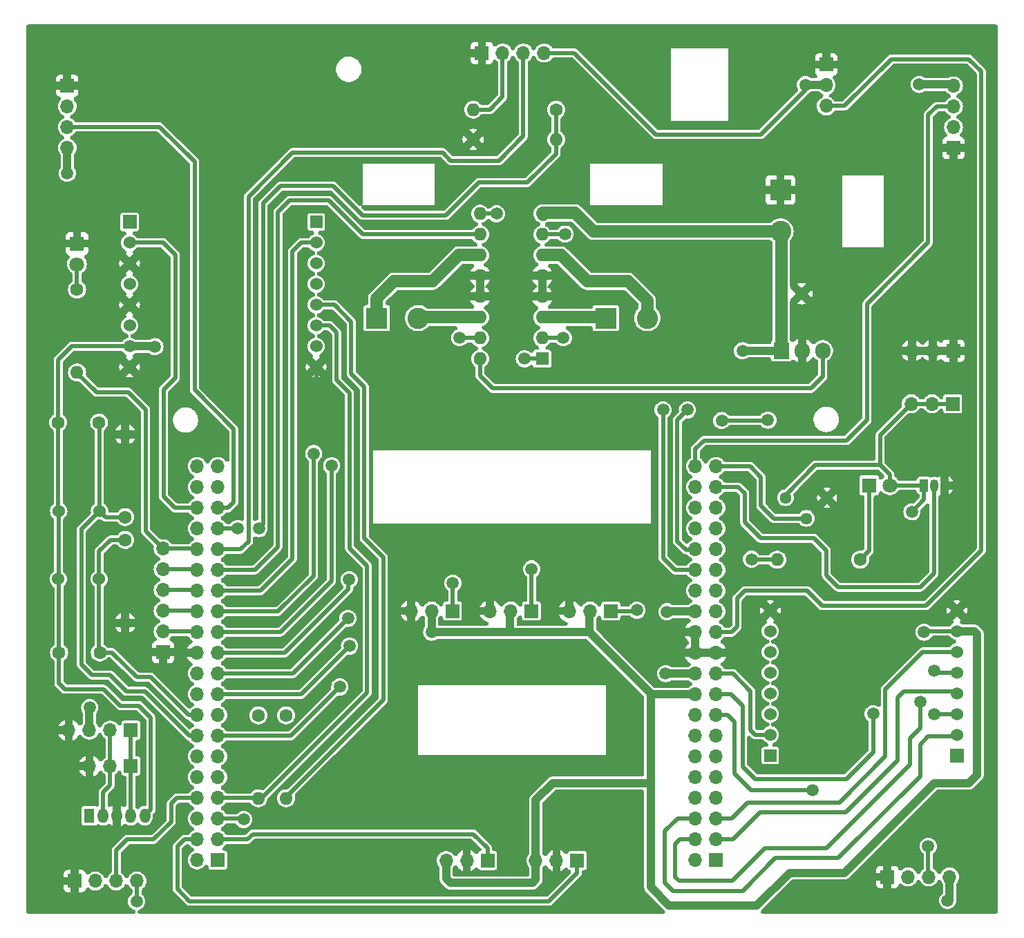
<source format=gbr>
%TF.GenerationSoftware,KiCad,Pcbnew,8.0.0*%
%TF.CreationDate,2024-10-06T09:57:53+02:00*%
%TF.ProjectId,Motor_Board_L476RG,4d6f746f-725f-4426-9f61-72645f4c3437,rev?*%
%TF.SameCoordinates,Original*%
%TF.FileFunction,Copper,L2,Bot*%
%TF.FilePolarity,Positive*%
%FSLAX46Y46*%
G04 Gerber Fmt 4.6, Leading zero omitted, Abs format (unit mm)*
G04 Created by KiCad (PCBNEW 8.0.0) date 2024-10-06 09:57:53*
%MOMM*%
%LPD*%
G01*
G04 APERTURE LIST*
%TA.AperFunction,ComponentPad*%
%ADD10R,1.700000X1.700000*%
%TD*%
%TA.AperFunction,ComponentPad*%
%ADD11O,1.700000X1.700000*%
%TD*%
%TA.AperFunction,ComponentPad*%
%ADD12C,1.600000*%
%TD*%
%TA.AperFunction,ComponentPad*%
%ADD13O,1.600000X1.600000*%
%TD*%
%TA.AperFunction,ComponentPad*%
%ADD14R,1.800000X1.800000*%
%TD*%
%TA.AperFunction,ComponentPad*%
%ADD15C,1.800000*%
%TD*%
%TA.AperFunction,ComponentPad*%
%ADD16C,1.440000*%
%TD*%
%TA.AperFunction,ComponentPad*%
%ADD17C,1.524000*%
%TD*%
%TA.AperFunction,ComponentPad*%
%ADD18R,1.050000X1.500000*%
%TD*%
%TA.AperFunction,ComponentPad*%
%ADD19O,1.050000X1.500000*%
%TD*%
%TA.AperFunction,ComponentPad*%
%ADD20R,1.600000X1.600000*%
%TD*%
%TA.AperFunction,ComponentPad*%
%ADD21R,1.275000X1.800000*%
%TD*%
%TA.AperFunction,ComponentPad*%
%ADD22O,1.275000X1.800000*%
%TD*%
%TA.AperFunction,ComponentPad*%
%ADD23R,1.676400X1.676400*%
%TD*%
%TA.AperFunction,ComponentPad*%
%ADD24R,1.524000X1.524000*%
%TD*%
%TA.AperFunction,ComponentPad*%
%ADD25R,2.600000X2.600000*%
%TD*%
%TA.AperFunction,ComponentPad*%
%ADD26C,2.600000*%
%TD*%
%TA.AperFunction,ComponentPad*%
%ADD27R,1.905000X2.000000*%
%TD*%
%TA.AperFunction,ComponentPad*%
%ADD28O,1.905000X2.000000*%
%TD*%
%TA.AperFunction,ViaPad*%
%ADD29C,1.500000*%
%TD*%
%TA.AperFunction,Conductor*%
%ADD30C,0.500000*%
%TD*%
%TA.AperFunction,Conductor*%
%ADD31C,1.500000*%
%TD*%
%TA.AperFunction,Conductor*%
%ADD32C,1.000000*%
%TD*%
G04 APERTURE END LIST*
D10*
%TO.P,J10,1,Pin_1*%
%TO.N,unconnected-(J10-Pin_1-Pad1)*%
X208500000Y-143440000D03*
D11*
%TO.P,J10,2,Pin_2*%
%TO.N,unconnected-(J10-Pin_2-Pad2)*%
X205960000Y-143440000D03*
%TO.P,J10,3,Pin_3*%
%TO.N,SCK*%
X208500000Y-140900000D03*
%TO.P,J10,4,Pin_4*%
%TO.N,MISO*%
X205960000Y-140900000D03*
%TO.P,J10,5,Pin_5*%
%TO.N,MOSI*%
X208500000Y-138360000D03*
%TO.P,J10,6,Pin_6*%
%TO.N,nRF_CE*%
X205960000Y-138360000D03*
%TO.P,J10,7,Pin_7*%
%TO.N,unconnected-(J10-Pin_7-Pad7)*%
X208500000Y-135820000D03*
%TO.P,J10,8,Pin_8*%
%TO.N,unconnected-(J10-Pin_8-Pad8)*%
X205960000Y-135820000D03*
%TO.P,J10,9,Pin_9*%
%TO.N,unconnected-(J10-Pin_9-Pad9)*%
X208500000Y-133280000D03*
%TO.P,J10,10,Pin_10*%
%TO.N,unconnected-(J10-Pin_10-Pad10)*%
X205960000Y-133280000D03*
%TO.P,J10,11,Pin_11*%
%TO.N,unconnected-(J10-Pin_11-Pad11)*%
X208500000Y-130740000D03*
%TO.P,J10,12,Pin_12*%
%TO.N,unconnected-(J10-Pin_12-Pad12)*%
X205960000Y-130740000D03*
%TO.P,J10,13,Pin_13*%
%TO.N,unconnected-(J10-Pin_13-Pad13)*%
X208500000Y-128200000D03*
%TO.P,J10,14,Pin_14*%
%TO.N,unconnected-(J10-Pin_14-Pad14)*%
X205960000Y-128200000D03*
%TO.P,J10,15,Pin_15*%
%TO.N,Din_4*%
X208500000Y-125660000D03*
%TO.P,J10,16,Pin_16*%
%TO.N,unconnected-(J10-Pin_16-Pad16)*%
X205960000Y-125660000D03*
%TO.P,J10,17,Pin_17*%
%TO.N,nRF_CS*%
X208500000Y-123120000D03*
%TO.P,J10,18,Pin_18*%
%TO.N,3.3V_NUC*%
X205960000Y-123120000D03*
%TO.P,J10,19,Pin_19*%
%TO.N,nRF_INT*%
X208500000Y-120580000D03*
%TO.P,J10,20,Pin_20*%
%TO.N,5V_NUC*%
X205960000Y-120580000D03*
%TO.P,J10,21,Pin_21*%
%TO.N,GND*%
X208500000Y-118040000D03*
%TO.P,J10,22,Pin_22*%
X205960000Y-118040000D03*
%TO.P,J10,23,Pin_23*%
%TO.N,Servo*%
X208500000Y-115500000D03*
%TO.P,J10,24,Pin_24*%
%TO.N,GND*%
X205960000Y-115500000D03*
%TO.P,J10,25,Pin_25*%
%TO.N,USER_BUTTON*%
X208500000Y-112960000D03*
%TO.P,J10,26,Pin_26*%
%TO.N,VIN*%
X205960000Y-112960000D03*
%TO.P,J10,27,Pin_27*%
%TO.N,unconnected-(J10-Pin_27-Pad27)*%
X208500000Y-110420000D03*
%TO.P,J10,28,Pin_28*%
%TO.N,unconnected-(J10-Pin_28-Pad28)*%
X205960000Y-110420000D03*
%TO.P,J10,29,Pin_29*%
%TO.N,unconnected-(J10-Pin_29-Pad29)*%
X208500000Y-107880000D03*
%TO.P,J10,30,Pin_30*%
%TO.N,MOT_R_1*%
X205960000Y-107880000D03*
%TO.P,J10,31,Pin_31*%
%TO.N,unconnected-(J10-Pin_31-Pad31)*%
X208500000Y-105340000D03*
%TO.P,J10,32,Pin_32*%
%TO.N,MOT_R_2*%
X205960000Y-105340000D03*
%TO.P,J10,33,Pin_33*%
%TO.N,unconnected-(J10-Pin_33-Pad33)*%
X208500000Y-102800000D03*
%TO.P,J10,34,Pin_34*%
%TO.N,ADC_OUT*%
X205960000Y-102800000D03*
%TO.P,J10,35,Pin_35*%
%TO.N,unconnected-(J10-Pin_35-Pad35)*%
X208500000Y-100260000D03*
%TO.P,J10,36,Pin_36*%
%TO.N,unconnected-(J10-Pin_36-Pad36)*%
X205960000Y-100260000D03*
%TO.P,J10,37,Pin_37*%
%TO.N,TEMP_OUT*%
X208500000Y-97720000D03*
%TO.P,J10,38,Pin_38*%
%TO.N,unconnected-(J10-Pin_38-Pad38)*%
X205960000Y-97720000D03*
%TO.P,J10,39,Pin_39*%
%TO.N,POT_OUT*%
X208500000Y-95180000D03*
%TO.P,J10,40,Pin_40*%
%TO.N,Din_1*%
X205960000Y-95180000D03*
%TD*%
D10*
%TO.P,J11,1,Pin_1*%
%TO.N,unconnected-(J11-Pin_1-Pad1)*%
X147460001Y-143440000D03*
D11*
%TO.P,J11,2,Pin_2*%
%TO.N,unconnected-(J11-Pin_2-Pad2)*%
X144920001Y-143440000D03*
%TO.P,J11,3,Pin_3*%
%TO.N,Speed_L*%
X147460001Y-140900000D03*
%TO.P,J11,4,Pin_4*%
%TO.N,Speed_R*%
X144920001Y-140900000D03*
%TO.P,J11,5,Pin_5*%
%TO.N,SCL*%
X147460001Y-138360000D03*
%TO.P,J11,6,Pin_6*%
%TO.N,unconnected-(J11-Pin_6-Pad6)*%
X144920001Y-138360000D03*
%TO.P,J11,7,Pin_7*%
%TO.N,SDA*%
X147460001Y-135820000D03*
%TO.P,J11,8,Pin_8*%
%TO.N,Din_3*%
X144920001Y-135820000D03*
%TO.P,J11,9,Pin_9*%
%TO.N,unconnected-(J11-Pin_9-Pad9)*%
X147460001Y-133280000D03*
%TO.P,J11,10,Pin_10*%
%TO.N,unconnected-(J11-Pin_10-Pad10)*%
X144920001Y-133280000D03*
%TO.P,J11,11,Pin_11*%
%TO.N,unconnected-(J11-Pin_11-Pad11)*%
X147460001Y-130740000D03*
%TO.P,J11,12,Pin_12*%
%TO.N,unconnected-(J11-Pin_12-Pad12)*%
X144920001Y-130740000D03*
%TO.P,J11,13,Pin_13*%
%TO.N,Line_R*%
X147460001Y-128200000D03*
%TO.P,J11,14,Pin_14*%
%TO.N,SW2_OUT*%
X144920001Y-128200000D03*
%TO.P,J11,15,Pin_15*%
%TO.N,unconnected-(J11-Pin_15-Pad15)*%
X147460001Y-125660000D03*
%TO.P,J11,16,Pin_16*%
%TO.N,SW1_OUT*%
X144920001Y-125660000D03*
%TO.P,J11,17,Pin_17*%
%TO.N,Line_L*%
X147460001Y-123120000D03*
%TO.P,J11,18,Pin_18*%
%TO.N,unconnected-(J11-Pin_18-Pad18)*%
X144920001Y-123120000D03*
%TO.P,J11,19,Pin_19*%
%TO.N,Line_C*%
X147460001Y-120580000D03*
%TO.P,J11,20,Pin_20*%
%TO.N,unconnected-(J11-Pin_20-Pad20)*%
X144920001Y-120580000D03*
%TO.P,J11,21,Pin_21*%
%TO.N,LED_OUT*%
X147460001Y-118040000D03*
%TO.P,J11,22,Pin_22*%
%TO.N,GND*%
X144920001Y-118040000D03*
%TO.P,J11,23,Pin_23*%
%TO.N,MOT_EN*%
X147460001Y-115500000D03*
%TO.P,J11,24,Pin_24*%
%TO.N,Net-(J11-Pin_24)*%
X144920001Y-115500000D03*
%TO.P,J11,25,Pin_25*%
%TO.N,MOT_L_2*%
X147460001Y-112960000D03*
%TO.P,J11,26,Pin_26*%
%TO.N,Net-(J11-Pin_26)*%
X144920001Y-112960000D03*
%TO.P,J11,27,Pin_27*%
%TO.N,Accel_INT*%
X147460001Y-110420000D03*
%TO.P,J11,28,Pin_28*%
%TO.N,Net-(J11-Pin_28)*%
X144920001Y-110420000D03*
%TO.P,J11,29,Pin_29*%
%TO.N,MOT_L_1*%
X147460001Y-107880000D03*
%TO.P,J11,30,Pin_30*%
%TO.N,Net-(J11-Pin_30)*%
X144920001Y-107880000D03*
%TO.P,J11,31,Pin_31*%
%TO.N,US_trig*%
X147460001Y-105340000D03*
%TO.P,J11,32,Pin_32*%
%TO.N,LED_OUT2*%
X144920001Y-105340000D03*
%TO.P,J11,33,Pin_33*%
%TO.N,US_echo_in*%
X147460001Y-102800000D03*
%TO.P,J11,34,Pin_34*%
%TO.N,unconnected-(J11-Pin_34-Pad34)*%
X144920001Y-102800000D03*
%TO.P,J11,35,Pin_35*%
%TO.N,Din_2*%
X147460001Y-100260000D03*
%TO.P,J11,36,Pin_36*%
%TO.N,Accel_RESET*%
X144920001Y-100260000D03*
%TO.P,J11,37,Pin_37*%
%TO.N,unconnected-(J11-Pin_37-Pad37)*%
X147460001Y-97720000D03*
%TO.P,J11,38,Pin_38*%
%TO.N,unconnected-(J11-Pin_38-Pad38)*%
X144920001Y-97720000D03*
%TO.P,J11,39,Pin_39*%
%TO.N,unconnected-(J11-Pin_39-Pad39)*%
X147460001Y-95180000D03*
%TO.P,J11,40,Pin_40*%
%TO.N,unconnected-(J11-Pin_40-Pad40)*%
X144920001Y-95180000D03*
%TD*%
D10*
%TO.P,J3,1,Pin_1*%
%TO.N,Line_R*%
X195600000Y-112900000D03*
D11*
%TO.P,J3,2,Pin_2*%
%TO.N,3.3V_NUC*%
X193060000Y-112900000D03*
%TO.P,J3,3,Pin_3*%
%TO.N,GND*%
X190520000Y-112900000D03*
%TD*%
D12*
%TO.P,R3,1*%
%TO.N,US_echo_in*%
X188900000Y-51450000D03*
D13*
%TO.P,R3,2*%
%TO.N,US_echo*%
X178740000Y-51450000D03*
%TD*%
D12*
%TO.P,R2,1*%
%TO.N,SW2_OUT*%
X136100000Y-101400000D03*
D13*
%TO.P,R2,2*%
%TO.N,GND*%
X136100000Y-91240000D03*
%TD*%
D10*
%TO.P,J15,1,Pin_1*%
%TO.N,GND*%
X229500000Y-145500000D03*
D11*
%TO.P,J15,2,Pin_2*%
%TO.N,unconnected-(J15-Pin_2-Pad2)*%
X232040000Y-145500000D03*
%TO.P,J15,3,Pin_3*%
%TO.N,Din_4*%
X234580000Y-145500000D03*
%TO.P,J15,4,Pin_4*%
%TO.N,5V_NUC*%
X237120000Y-145500000D03*
%TD*%
D12*
%TO.P,R4,1*%
%TO.N,GND*%
X178740000Y-55100000D03*
D13*
%TO.P,R4,2*%
%TO.N,US_echo_in*%
X188900000Y-55100000D03*
%TD*%
D10*
%TO.P,J2,1,Pin_1*%
%TO.N,Speed_L*%
X180500000Y-143500000D03*
D11*
%TO.P,J2,2,Pin_2*%
%TO.N,GND*%
X177960000Y-143500000D03*
%TO.P,J2,3,Pin_3*%
%TO.N,3.3V_NUC*%
X175420000Y-143500000D03*
%TD*%
D10*
%TO.P,J12,1,Pin_1*%
%TO.N,GND*%
X237600000Y-56150000D03*
D11*
%TO.P,J12,2,Pin_2*%
%TO.N,unconnected-(J12-Pin_2-Pad2)*%
X237600000Y-53610000D03*
%TO.P,J12,3,Pin_3*%
%TO.N,Din_1*%
X237600000Y-51070000D03*
%TO.P,J12,4,Pin_4*%
%TO.N,5V_NUC*%
X237600000Y-48530000D03*
%TD*%
D14*
%TO.P,D1,1,K*%
%TO.N,Net-(D1-K)*%
X227260000Y-97500000D03*
D15*
%TO.P,D1,2,A*%
%TO.N,3.3V_NUC*%
X229800000Y-97500000D03*
%TD*%
D16*
%TO.P,RV1,1,1*%
%TO.N,3.3V_NUC*%
X217020000Y-99015000D03*
%TO.P,RV1,2,2*%
%TO.N,POT_OUT*%
X219560000Y-101555000D03*
%TO.P,RV1,3,3*%
%TO.N,GND*%
X222100000Y-99015000D03*
%TD*%
D17*
%TO.P,SW1,1,1*%
%TO.N,3.3V_NUC*%
X127900000Y-109000000D03*
%TO.P,SW1,2,2*%
%TO.N,SW1_OUT*%
X132900000Y-109000000D03*
%TD*%
D18*
%TO.P,U1,1,+V_{S}*%
%TO.N,3.3V_NUC*%
X233960000Y-97500000D03*
D19*
%TO.P,U1,2,V_{OUT}*%
%TO.N,TEMP_OUT*%
X235230000Y-97500000D03*
%TO.P,U1,3,GND*%
%TO.N,GND*%
X236500000Y-97500000D03*
%TD*%
D12*
%TO.P,R7,1*%
%TO.N,3.3V_NUC*%
X152420001Y-125700000D03*
D13*
%TO.P,R7,2*%
%TO.N,SDA*%
X152420001Y-135860000D03*
%TD*%
D20*
%TO.P,C3,1*%
%TO.N,VIN*%
X216500000Y-74000000D03*
D12*
%TO.P,C3,2*%
%TO.N,GND*%
X219000000Y-74000000D03*
%TD*%
%TO.P,R5,1*%
%TO.N,Net-(D1-K)*%
X226160000Y-106615000D03*
D13*
%TO.P,R5,2*%
%TO.N,LED_OUT*%
X216000000Y-106615000D03*
%TD*%
D21*
%TO.P,J9,1,Pin_1*%
%TO.N,unconnected-(J9-Pin_1-Pad1)*%
X131700000Y-138000000D03*
D22*
%TO.P,J9,2,Pin_2*%
%TO.N,SDA*%
X133400000Y-138000000D03*
%TO.P,J9,3,Pin_3*%
%TO.N,GND*%
X135100000Y-138000000D03*
%TO.P,J9,4,Pin_4*%
%TO.N,SCL*%
X136800000Y-138000000D03*
%TO.P,J9,5,Pin_5*%
%TO.N,3.3V_NUC*%
X138500000Y-138000000D03*
%TD*%
D12*
%TO.P,R1,1*%
%TO.N,SW1_OUT*%
X136100000Y-104200000D03*
D13*
%TO.P,R1,2*%
%TO.N,GND*%
X136100000Y-114360000D03*
%TD*%
D10*
%TO.P,J18,1,Pin_1*%
%TO.N,SCL*%
X136800000Y-127510000D03*
D11*
%TO.P,J18,2,Pin_2*%
%TO.N,SDA*%
X134260000Y-127510000D03*
%TO.P,J18,3,Pin_3*%
%TO.N,5V_NUC*%
X131720000Y-127510000D03*
%TO.P,J18,4,Pin_4*%
%TO.N,GND*%
X129180000Y-127510000D03*
%TD*%
D12*
%TO.P,R8,1*%
%TO.N,Net-(D2-A)*%
X130200000Y-73500000D03*
D13*
%TO.P,R8,2*%
%TO.N,LED_OUT2*%
X130200000Y-83660000D03*
%TD*%
D10*
%TO.P,J6,1,Pin_1*%
%TO.N,GND*%
X179810000Y-44500000D03*
D11*
%TO.P,J6,2,Pin_2*%
%TO.N,US_echo*%
X182350000Y-44500000D03*
%TO.P,J6,3,Pin_3*%
%TO.N,US_trig*%
X184890000Y-44500000D03*
%TO.P,J6,4,Pin_4*%
%TO.N,5V*%
X187430000Y-44500000D03*
%TD*%
D10*
%TO.P,J17,1,Pin_1*%
%TO.N,SCL*%
X136800000Y-131910000D03*
D11*
%TO.P,J17,2,Pin_2*%
%TO.N,SDA*%
X134260000Y-131910000D03*
%TO.P,J17,3,Pin_3*%
%TO.N,GND*%
X131720000Y-131910000D03*
%TD*%
D12*
%TO.P,C1,1*%
%TO.N,3.3V_NUC*%
X128000000Y-118000000D03*
%TO.P,C1,2*%
%TO.N,SW1_OUT*%
X133000000Y-118000000D03*
%TD*%
D23*
%TO.P,CON1,P1,AN*%
%TO.N,unconnected-(CON1-AN-PadP1)*%
X136640000Y-65220000D03*
D17*
%TO.P,CON1,P2,RST*%
%TO.N,Accel_RESET*%
X136640000Y-67760000D03*
%TO.P,CON1,P3,CS*%
%TO.N,GND*%
X136640000Y-70300000D03*
%TO.P,CON1,P4,SCK*%
%TO.N,unconnected-(CON1-SCK-PadP4)*%
X136640000Y-72840000D03*
%TO.P,CON1,P5,MISO*%
%TO.N,GND*%
X136640000Y-75380000D03*
%TO.P,CON1,P6,MOSI*%
%TO.N,unconnected-(CON1-MOSI-PadP6)*%
X136640000Y-77920000D03*
%TO.P,CON1,P7,3V3*%
%TO.N,3.3V_NUC*%
X136640000Y-80460000D03*
%TO.P,CON1,P8,GND1*%
%TO.N,GND*%
X136640000Y-83000000D03*
%TO.P,CON1,P9,GND2*%
X159500000Y-83000000D03*
%TO.P,CON1,P10,5V*%
%TO.N,unconnected-(CON1-5V-PadP10)*%
X159500000Y-80460000D03*
%TO.P,CON1,P11,SDA*%
%TO.N,SDA*%
X159500000Y-77920000D03*
%TO.P,CON1,P12,SCL*%
%TO.N,SCL*%
X159500000Y-75380000D03*
%TO.P,CON1,P13,RX*%
%TO.N,unconnected-(CON1-RX-PadP13)*%
X159500000Y-72840000D03*
%TO.P,CON1,P14,TX*%
%TO.N,unconnected-(CON1-TX-PadP14)*%
X159500000Y-70300000D03*
%TO.P,CON1,P15,INT*%
%TO.N,Accel_INT*%
X159500000Y-67760000D03*
D24*
%TO.P,CON1,P16,PWM*%
%TO.N,unconnected-(CON1-PWM-PadP16)*%
X159500000Y-65220000D03*
%TD*%
D12*
%TO.P,C2,1*%
%TO.N,3.3V_NUC*%
X127900000Y-89800000D03*
%TO.P,C2,2*%
%TO.N,SW2_OUT*%
X132900000Y-89800000D03*
%TD*%
D10*
%TO.P,J23,1,Pin_1*%
%TO.N,GND*%
X140750000Y-117950000D03*
D11*
%TO.P,J23,2,Pin_2*%
%TO.N,Net-(J11-Pin_24)*%
X140750000Y-115410000D03*
%TO.P,J23,3,Pin_3*%
%TO.N,Net-(J11-Pin_26)*%
X140750000Y-112870000D03*
%TO.P,J23,4,Pin_4*%
%TO.N,Net-(J11-Pin_28)*%
X140750000Y-110330000D03*
%TO.P,J23,5,Pin_5*%
%TO.N,Net-(J11-Pin_30)*%
X140750000Y-107790000D03*
%TO.P,J23,6,Pin_6*%
%TO.N,LED_OUT2*%
X140750000Y-105250000D03*
%TD*%
D23*
%TO.P,CON2,P1,AN*%
%TO.N,unconnected-(CON2-AN-PadP1)*%
X238000000Y-130620000D03*
D17*
%TO.P,CON2,P2,RST*%
%TO.N,nRF_CE*%
X238000000Y-128080000D03*
%TO.P,CON2,P3,CS*%
%TO.N,nRF_CS*%
X238000000Y-125540000D03*
%TO.P,CON2,P4,SCK*%
%TO.N,SCK*%
X238000000Y-123000000D03*
%TO.P,CON2,P5,MISO*%
%TO.N,MISO*%
X238000000Y-120460000D03*
%TO.P,CON2,P6,MOSI*%
%TO.N,MOSI*%
X238000000Y-117920000D03*
%TO.P,CON2,P7,3V3*%
%TO.N,3.3V_NUC*%
X238000000Y-115380000D03*
%TO.P,CON2,P8,GND1*%
%TO.N,GND*%
X238000000Y-112840000D03*
%TO.P,CON2,P9,GND2*%
X215140000Y-112840000D03*
%TO.P,CON2,P10,5V*%
%TO.N,unconnected-(CON2-5V-PadP10)*%
X215140000Y-115380000D03*
%TO.P,CON2,P11,SDA*%
%TO.N,unconnected-(CON2-SDA-PadP11)*%
X215140000Y-117920000D03*
%TO.P,CON2,P12,SCL*%
%TO.N,unconnected-(CON2-SCL-PadP12)*%
X215140000Y-120460000D03*
%TO.P,CON2,P13,RX*%
%TO.N,unconnected-(CON2-RX-PadP13)*%
X215140000Y-123000000D03*
%TO.P,CON2,P14,TX*%
%TO.N,unconnected-(CON2-TX-PadP14)*%
X215140000Y-125540000D03*
%TO.P,CON2,P15,INT*%
%TO.N,nRF_INT*%
X215140000Y-128080000D03*
D24*
%TO.P,CON2,P16,PWM*%
%TO.N,unconnected-(CON2-PWM-PadP16)*%
X215140000Y-130620000D03*
%TD*%
D10*
%TO.P,J14,1,Pin_1*%
%TO.N,GND*%
X129920000Y-146000000D03*
D11*
%TO.P,J14,2,Pin_2*%
%TO.N,unconnected-(J14-Pin_2-Pad2)*%
X132460000Y-146000000D03*
%TO.P,J14,3,Pin_3*%
%TO.N,Din_3*%
X135000000Y-146000000D03*
%TO.P,J14,4,Pin_4*%
%TO.N,5V_NUC*%
X137540000Y-146000000D03*
%TD*%
D25*
%TO.P,J21,1,Pin_1*%
%TO.N,Net-(J21-Pin_1)*%
X195000000Y-77000000D03*
D26*
%TO.P,J21,2,Pin_2*%
%TO.N,Net-(J21-Pin_2)*%
X200080000Y-77000000D03*
%TD*%
D20*
%TO.P,U3,1,1\u002C2EN*%
%TO.N,MOT_EN*%
X187200000Y-81980000D03*
D13*
%TO.P,U3,2,1A*%
%TO.N,MOT_R_1*%
X187200000Y-79440000D03*
%TO.P,U3,3,1Y*%
%TO.N,Net-(J21-Pin_1)*%
X187200000Y-76900000D03*
%TO.P,U3,4,GND*%
%TO.N,GND*%
X187200000Y-74360000D03*
%TO.P,U3,5,GND*%
X187200000Y-71820000D03*
%TO.P,U3,6,2Y*%
%TO.N,Net-(J21-Pin_2)*%
X187200000Y-69280000D03*
%TO.P,U3,7,2A*%
%TO.N,MOT_R_2*%
X187200000Y-66740000D03*
%TO.P,U3,8,VCC2*%
%TO.N,VIN*%
X187200000Y-64200000D03*
%TO.P,U3,9,3\u002C4EN*%
%TO.N,MOT_EN*%
X179580000Y-64200000D03*
%TO.P,U3,10,3A*%
%TO.N,MOT_L_1*%
X179580000Y-66740000D03*
%TO.P,U3,11,3Y*%
%TO.N,Net-(J22-Pin_1)*%
X179580000Y-69280000D03*
%TO.P,U3,12,GND*%
%TO.N,GND*%
X179580000Y-71820000D03*
%TO.P,U3,13,GND*%
X179580000Y-74360000D03*
%TO.P,U3,14,4Y*%
%TO.N,Net-(J22-Pin_2)*%
X179580000Y-76900000D03*
%TO.P,U3,15,4A*%
%TO.N,MOT_L_2*%
X179580000Y-79440000D03*
%TO.P,U3,16,VCC1*%
%TO.N,5V*%
X179580000Y-81980000D03*
%TD*%
D10*
%TO.P,J7,1,Pin_1*%
%TO.N,GND*%
X222000000Y-45920000D03*
D11*
%TO.P,J7,2,Pin_2*%
%TO.N,5V*%
X222000000Y-48460000D03*
%TO.P,J7,3,Pin_3*%
%TO.N,Servo*%
X222000000Y-51000000D03*
%TD*%
D10*
%TO.P,J13,1,Pin_1*%
%TO.N,GND*%
X129000000Y-48500000D03*
D11*
%TO.P,J13,2,Pin_2*%
%TO.N,unconnected-(J13-Pin_2-Pad2)*%
X129000000Y-51040000D03*
%TO.P,J13,3,Pin_3*%
%TO.N,Din_2*%
X129000000Y-53580000D03*
%TO.P,J13,4,Pin_4*%
%TO.N,5V_NUC*%
X129000000Y-56120000D03*
%TD*%
D12*
%TO.P,R6,1*%
%TO.N,3.3V_NUC*%
X155820001Y-125700000D03*
D13*
%TO.P,R6,2*%
%TO.N,SCL*%
X155820001Y-135860000D03*
%TD*%
D17*
%TO.P,SW2,1,1*%
%TO.N,3.3V_NUC*%
X127950000Y-100650000D03*
%TO.P,SW2,2,2*%
%TO.N,SW2_OUT*%
X132950000Y-100650000D03*
%TD*%
D10*
%TO.P,J19,1,Pin_1*%
%TO.N,GND*%
X237580000Y-81000000D03*
D11*
%TO.P,J19,2,Pin_2*%
X235040000Y-81000000D03*
%TO.P,J19,3,Pin_3*%
X232500000Y-81000000D03*
%TD*%
D25*
%TO.P,J8,1,Pin_1*%
%TO.N,GND*%
X216400000Y-61300000D03*
D26*
%TO.P,J8,2,Pin_2*%
%TO.N,VIN*%
X216400000Y-66380000D03*
%TD*%
D10*
%TO.P,J20,1,Pin_1*%
%TO.N,3.3V_NUC*%
X237500000Y-87500000D03*
D11*
%TO.P,J20,2,Pin_2*%
X234960000Y-87500000D03*
%TO.P,J20,3,Pin_3*%
X232420000Y-87500000D03*
%TD*%
D14*
%TO.P,D2,1,K*%
%TO.N,GND*%
X130200000Y-67860000D03*
D15*
%TO.P,D2,2,A*%
%TO.N,Net-(D2-A)*%
X130200000Y-70400000D03*
%TD*%
D10*
%TO.P,J5,1,Pin_1*%
%TO.N,Line_L*%
X176200000Y-112900000D03*
D11*
%TO.P,J5,2,Pin_2*%
%TO.N,3.3V_NUC*%
X173660000Y-112900000D03*
%TO.P,J5,3,Pin_3*%
%TO.N,GND*%
X171120000Y-112900000D03*
%TD*%
D10*
%TO.P,J1,1,Pin_1*%
%TO.N,Speed_R*%
X191500000Y-143500000D03*
D11*
%TO.P,J1,2,Pin_2*%
%TO.N,GND*%
X188960000Y-143500000D03*
%TO.P,J1,3,Pin_3*%
%TO.N,3.3V_NUC*%
X186420000Y-143500000D03*
%TD*%
D25*
%TO.P,J22,1,Pin_1*%
%TO.N,Net-(J22-Pin_1)*%
X166920000Y-77000000D03*
D26*
%TO.P,J22,2,Pin_2*%
%TO.N,Net-(J22-Pin_2)*%
X172000000Y-77000000D03*
%TD*%
D10*
%TO.P,J4,1,Pin_1*%
%TO.N,Line_C*%
X185900000Y-112900000D03*
D11*
%TO.P,J4,2,Pin_2*%
%TO.N,3.3V_NUC*%
X183360000Y-112900000D03*
%TO.P,J4,3,Pin_3*%
%TO.N,GND*%
X180820000Y-112900000D03*
%TD*%
D27*
%TO.P,U2,1,VI*%
%TO.N,VIN*%
X216500000Y-81000000D03*
D28*
%TO.P,U2,2,GND*%
%TO.N,GND*%
X219040000Y-81000000D03*
%TO.P,U2,3,VO*%
%TO.N,5V*%
X221580000Y-81000000D03*
%TD*%
D29*
%TO.N,GND*%
X159500000Y-85700000D03*
X167600000Y-85700000D03*
%TO.N,VIN*%
X211750000Y-81000000D03*
X202500000Y-113000000D03*
%TO.N,5V_NUC*%
X233400000Y-48350000D03*
X236875000Y-148375000D03*
X137500000Y-148500000D03*
X129000000Y-59250000D03*
X202330000Y-120580000D03*
X131750000Y-124750000D03*
%TO.N,nRF_CS*%
X235250000Y-125540000D03*
X227750000Y-125500000D03*
%TO.N,3.3V_NUC*%
X139750000Y-80500000D03*
X232500000Y-100750000D03*
X234000000Y-115500000D03*
X173660000Y-115500000D03*
%TO.N,MISO*%
X235250000Y-120250000D03*
X233500000Y-124000000D03*
X235250000Y-120250000D03*
%TO.N,SCL*%
X150620001Y-138460000D03*
%TO.N,LED_OUT*%
X163550000Y-109050000D03*
X212850000Y-106550000D03*
X214850000Y-89500000D03*
X209200000Y-89550000D03*
%TO.N,Line_R*%
X198800000Y-112800000D03*
X162400000Y-122200000D03*
%TO.N,Line_C*%
X163400000Y-113800000D03*
X185900000Y-107750000D03*
%TO.N,Line_L*%
X163600000Y-117200000D03*
X176250000Y-109500000D03*
%TO.N,Din_4*%
X234500000Y-141750000D03*
X220300000Y-134900000D03*
%TO.N,MOT_EN*%
X161400000Y-95100000D03*
X185020000Y-81980000D03*
X181600000Y-64200000D03*
%TO.N,MOT_R_2*%
X205000000Y-88250000D03*
X190000000Y-66700000D03*
X190000000Y-66700000D03*
%TO.N,MOT_L_2*%
X177100000Y-79400000D03*
X159200000Y-93600000D03*
%TO.N,MOT_R_1*%
X189800000Y-79400000D03*
X202000000Y-88250000D03*
%TO.N,US_echo_in*%
X149900000Y-102800000D03*
X152500000Y-102800000D03*
%TO.N,5V*%
X219450000Y-48400000D03*
%TD*%
D30*
%TO.N,GND*%
X170840000Y-74360000D02*
X179580000Y-74360000D01*
X167600000Y-83400000D02*
X169700000Y-81300000D01*
X169700000Y-81300000D02*
X169700000Y-75500000D01*
X169700000Y-75500000D02*
X170840000Y-74360000D01*
X167600000Y-85700000D02*
X167600000Y-83400000D01*
X159500000Y-85700000D02*
X159500000Y-83000000D01*
%TO.N,SW1_OUT*%
X137500000Y-121000000D02*
X134500000Y-118000000D01*
X132900000Y-117900000D02*
X132900000Y-109000000D01*
X143910000Y-125660000D02*
X139250000Y-121000000D01*
X133000000Y-118000000D02*
X132900000Y-117900000D01*
X134500000Y-118000000D02*
X133000000Y-118000000D01*
X136280000Y-104020000D02*
X136100000Y-104200000D01*
X132900000Y-105600000D02*
X132900000Y-109000000D01*
X134300000Y-104200000D02*
X132900000Y-105600000D01*
X144920001Y-125660000D02*
X143910000Y-125660000D01*
X136100000Y-104200000D02*
X134300000Y-104200000D01*
X139250000Y-121000000D02*
X137500000Y-121000000D01*
%TO.N,SW2_OUT*%
X138500000Y-122750000D02*
X136250000Y-122750000D01*
X134250000Y-120750000D02*
X132000000Y-120750000D01*
X144920001Y-128200000D02*
X143950000Y-128200000D01*
X130750000Y-119500000D02*
X130750000Y-102850000D01*
X130750000Y-102850000D02*
X132950000Y-100650000D01*
X132950000Y-100650000D02*
X132950000Y-89850000D01*
X132950000Y-89850000D02*
X132900000Y-89800000D01*
X143950000Y-128200000D02*
X138500000Y-122750000D01*
X136100000Y-101400000D02*
X133700000Y-101400000D01*
X133700000Y-101400000D02*
X132950000Y-100650000D01*
X132000000Y-120750000D02*
X130750000Y-119500000D01*
X136250000Y-122750000D02*
X134250000Y-120750000D01*
D31*
%TO.N,VIN*%
X191200000Y-64100000D02*
X193480000Y-66380000D01*
X187300000Y-64100000D02*
X191200000Y-64100000D01*
X187200000Y-64200000D02*
X187300000Y-64100000D01*
X216500000Y-66480000D02*
X216400000Y-66380000D01*
D32*
X202540000Y-112960000D02*
X202500000Y-113000000D01*
D31*
X187300000Y-64300000D02*
X187200000Y-64200000D01*
X193480000Y-66380000D02*
X216400000Y-66380000D01*
D32*
X205960000Y-112960000D02*
X202540000Y-112960000D01*
D31*
X216500000Y-81000000D02*
X216500000Y-74000000D01*
D32*
X211750000Y-81000000D02*
X216500000Y-81000000D01*
D31*
X216500000Y-74000000D02*
X216500000Y-66480000D01*
D32*
%TO.N,5V_NUC*%
X131720000Y-127510000D02*
X131720000Y-124780000D01*
X236875000Y-148375000D02*
X237120000Y-148130000D01*
X233400000Y-48350000D02*
X237420000Y-48350000D01*
X202250000Y-120500000D02*
X202330000Y-120580000D01*
X129000000Y-59250000D02*
X129000000Y-56120000D01*
D30*
X137540000Y-146000000D02*
X137540000Y-148460000D01*
X137540000Y-148460000D02*
X137500000Y-148500000D01*
D32*
X205960000Y-120580000D02*
X202330000Y-120580000D01*
X131720000Y-124780000D02*
X131750000Y-124750000D01*
D30*
X131500000Y-127900000D02*
X131540000Y-127860000D01*
D32*
X237120000Y-148130000D02*
X237120000Y-145500000D01*
X237420000Y-48350000D02*
X237600000Y-48530000D01*
D30*
%TO.N,nRF_CS*%
X224500000Y-133500000D02*
X213300000Y-133500000D01*
X227750000Y-130250000D02*
X224500000Y-133500000D01*
X211750000Y-124500000D02*
X210370000Y-123120000D01*
X210370000Y-123120000D02*
X208500000Y-123120000D01*
X235250000Y-125540000D02*
X238000000Y-125540000D01*
X211750000Y-131950000D02*
X211750000Y-124500000D01*
X213300000Y-133500000D02*
X211750000Y-131950000D01*
X227750000Y-125500000D02*
X227750000Y-130250000D01*
%TO.N,nRF_CE*%
X215800000Y-143200000D02*
X223500000Y-143200000D01*
X205960000Y-138360000D02*
X203780000Y-138360000D01*
X223500000Y-143200000D02*
X233500000Y-133200000D01*
X202250000Y-146250000D02*
X203250000Y-147250000D01*
X203780000Y-138360000D02*
X202250000Y-139890000D01*
X237830000Y-128250000D02*
X238000000Y-128080000D01*
X234500000Y-128250000D02*
X237830000Y-128250000D01*
X233500000Y-133200000D02*
X233500000Y-129250000D01*
X211750000Y-147250000D02*
X215800000Y-143200000D01*
X203250000Y-147250000D02*
X211750000Y-147250000D01*
X233500000Y-129250000D02*
X234500000Y-128250000D01*
X202250000Y-139890000D02*
X202250000Y-146250000D01*
%TO.N,nRF_INT*%
X210580000Y-120580000D02*
X212750000Y-122750000D01*
X212750000Y-122750000D02*
X212750000Y-127500000D01*
X213330000Y-128080000D02*
X215140000Y-128080000D01*
X208500000Y-120580000D02*
X210580000Y-120580000D01*
X212750000Y-127500000D02*
X213330000Y-128080000D01*
D32*
%TO.N,3.3V_NUC*%
X200500000Y-146750000D02*
X202750000Y-149000000D01*
X183250000Y-115500000D02*
X173660000Y-115500000D01*
D30*
X127900000Y-100600000D02*
X127950000Y-100650000D01*
X234000000Y-97540000D02*
X233960000Y-97500000D01*
X234960000Y-87500000D02*
X237500000Y-87500000D01*
X127950000Y-108950000D02*
X127900000Y-109000000D01*
D32*
X173660000Y-115500000D02*
X173660000Y-112900000D01*
D30*
X129540000Y-80460000D02*
X136640000Y-80460000D01*
D32*
X186420000Y-143500000D02*
X186420000Y-136080000D01*
X200500000Y-123240000D02*
X200620000Y-123120000D01*
D30*
X232500000Y-100750000D02*
X234000000Y-99250000D01*
D32*
X217500000Y-145000000D02*
X224250000Y-145000000D01*
D30*
X228600000Y-91320000D02*
X228600000Y-95000000D01*
D32*
X136640000Y-80460000D02*
X139710000Y-80460000D01*
X196750000Y-134000000D02*
X200500000Y-134000000D01*
X193000000Y-112960000D02*
X193000000Y-115500000D01*
D30*
X127900000Y-82100000D02*
X129540000Y-80460000D01*
X128000000Y-119000000D02*
X128000000Y-109100000D01*
X238000000Y-115380000D02*
X234120000Y-115380000D01*
D32*
X175420000Y-145670000D02*
X176000000Y-146250000D01*
D30*
X139250000Y-126000000D02*
X139250000Y-137250000D01*
D32*
X200620000Y-123120000D02*
X205960000Y-123120000D01*
D30*
X232420000Y-87500000D02*
X228600000Y-91320000D01*
X220700000Y-95000000D02*
X228600000Y-95000000D01*
D32*
X240500000Y-133000000D02*
X240500000Y-115750000D01*
D30*
X229800000Y-97500000D02*
X233960000Y-97500000D01*
D32*
X200500000Y-134000000D02*
X200500000Y-123240000D01*
D30*
X137750000Y-124500000D02*
X139250000Y-126000000D01*
D32*
X240500000Y-115750000D02*
X240130000Y-115380000D01*
D30*
X128750000Y-122500000D02*
X133500000Y-122500000D01*
D32*
X240130000Y-115380000D02*
X238000000Y-115380000D01*
D30*
X234120000Y-115380000D02*
X234000000Y-115500000D01*
X139250000Y-137250000D02*
X138500000Y-138000000D01*
D32*
X175420000Y-143500000D02*
X175420000Y-145670000D01*
D30*
X127900000Y-89800000D02*
X127900000Y-100600000D01*
D32*
X183250000Y-115500000D02*
X183250000Y-113010000D01*
D30*
X128000000Y-119000000D02*
X128000000Y-121750000D01*
D32*
X193060000Y-112900000D02*
X193000000Y-112960000D01*
X193000000Y-115500000D02*
X200620000Y-123120000D01*
X186420000Y-136080000D02*
X188500000Y-134000000D01*
D30*
X229800000Y-96200000D02*
X229800000Y-97500000D01*
X228600000Y-95000000D02*
X229800000Y-96200000D01*
D32*
X186000000Y-146250000D02*
X186420000Y-145830000D01*
D30*
X217020000Y-98680000D02*
X220700000Y-95000000D01*
X128000000Y-109100000D02*
X127900000Y-109000000D01*
D32*
X202750000Y-149000000D02*
X213500000Y-149000000D01*
D30*
X232420000Y-87500000D02*
X234960000Y-87500000D01*
X217020000Y-99015000D02*
X217020000Y-98680000D01*
X128000000Y-121750000D02*
X128750000Y-122500000D01*
D32*
X176000000Y-146250000D02*
X186000000Y-146250000D01*
D30*
X127950000Y-100650000D02*
X127950000Y-108950000D01*
D32*
X188500000Y-134000000D02*
X196750000Y-134000000D01*
X239500000Y-134000000D02*
X240500000Y-133000000D01*
D30*
X133500000Y-122500000D02*
X135500000Y-124500000D01*
D32*
X193000000Y-115500000D02*
X183250000Y-115500000D01*
X213500000Y-149000000D02*
X217500000Y-145000000D01*
X186420000Y-145830000D02*
X186420000Y-143500000D01*
D30*
X139710000Y-80460000D02*
X139750000Y-80500000D01*
X234000000Y-99250000D02*
X234000000Y-97540000D01*
D32*
X224250000Y-145000000D02*
X235250000Y-134000000D01*
X200500000Y-134000000D02*
X200500000Y-146750000D01*
D30*
X127900000Y-89800000D02*
X127900000Y-82100000D01*
D32*
X183250000Y-113010000D02*
X183360000Y-112900000D01*
D30*
X135500000Y-124500000D02*
X137750000Y-124500000D01*
D32*
X235250000Y-134000000D02*
X239500000Y-134000000D01*
D30*
%TO.N,SCK*%
X230750000Y-131250000D02*
X230750000Y-123500000D01*
X210600000Y-140900000D02*
X213900000Y-137600000D01*
X230750000Y-123500000D02*
X231500000Y-122750000D01*
X208500000Y-140900000D02*
X210600000Y-140900000D01*
X237750000Y-122750000D02*
X238000000Y-123000000D01*
X231500000Y-122750000D02*
X237750000Y-122750000D01*
X213900000Y-137600000D02*
X224400000Y-137600000D01*
X224400000Y-137600000D02*
X230750000Y-131250000D01*
%TO.N,MISO*%
X235460000Y-120460000D02*
X238000000Y-120460000D01*
X203500000Y-141500000D02*
X204100000Y-140900000D01*
X233500000Y-124000000D02*
X233500000Y-127250000D01*
X203500000Y-145500000D02*
X203500000Y-141500000D01*
X235250000Y-120250000D02*
X235460000Y-120460000D01*
X232250000Y-131750000D02*
X222000000Y-142000000D01*
X222000000Y-142000000D02*
X214500000Y-142000000D01*
X210500000Y-146000000D02*
X204000000Y-146000000D01*
X232250000Y-128500000D02*
X232250000Y-131750000D01*
X204100000Y-140900000D02*
X205960000Y-140900000D01*
X233500000Y-127250000D02*
X232250000Y-128500000D01*
X214500000Y-142000000D02*
X210500000Y-146000000D01*
X204000000Y-146000000D02*
X203500000Y-145500000D01*
%TO.N,MOSI*%
X229250000Y-122500000D02*
X233830000Y-117920000D01*
X223600000Y-136400000D02*
X229250000Y-130750000D01*
X212400000Y-136400000D02*
X223600000Y-136400000D01*
X229250000Y-130750000D02*
X229250000Y-122500000D01*
X208500000Y-138360000D02*
X210440000Y-138360000D01*
X233830000Y-117920000D02*
X238000000Y-117920000D01*
X210440000Y-138360000D02*
X212400000Y-136400000D01*
%TO.N,POT_OUT*%
X219560000Y-101555000D02*
X215555000Y-101555000D01*
X214000000Y-100000000D02*
X214000000Y-96500000D01*
X219500000Y-101615000D02*
X219560000Y-101555000D01*
X215555000Y-101555000D02*
X214000000Y-100000000D01*
X212680000Y-95180000D02*
X208500000Y-95180000D01*
X214000000Y-96500000D02*
X212680000Y-95180000D01*
%TO.N,SDA*%
X165750000Y-122890000D02*
X152780000Y-135860000D01*
X134200000Y-127450000D02*
X134260000Y-127510000D01*
X147460001Y-135820000D02*
X152380001Y-135820000D01*
X163600000Y-86200000D02*
X163600000Y-105200000D01*
X163600000Y-105200000D02*
X165750000Y-107350000D01*
X159500000Y-77920000D02*
X161170000Y-77920000D01*
X152780000Y-135860000D02*
X152420001Y-135860000D01*
X152380001Y-135820000D02*
X152420001Y-135860000D01*
X134260000Y-131910000D02*
X134260000Y-127510000D01*
X161170000Y-77920000D02*
X162000000Y-78750000D01*
X133400000Y-138000000D02*
X133400000Y-135110000D01*
X133400000Y-135110000D02*
X134260000Y-134250000D01*
X134080000Y-132000000D02*
X134040000Y-132040000D01*
X165750000Y-107350000D02*
X165750000Y-122890000D01*
X162000000Y-84600000D02*
X163600000Y-86200000D01*
X162000000Y-78750000D02*
X162000000Y-84600000D01*
X134260000Y-134250000D02*
X134260000Y-131910000D01*
%TO.N,SCL*%
X136800000Y-131910000D02*
X136800000Y-137865000D01*
X147460001Y-138360000D02*
X150520001Y-138360000D01*
X136700000Y-127410000D02*
X136800000Y-127510000D01*
X136800000Y-131910000D02*
X136800000Y-127510000D01*
X150520001Y-138360000D02*
X150620001Y-138460000D01*
X165400000Y-104000000D02*
X167750000Y-106350000D01*
X155820001Y-135679999D02*
X155820001Y-135860000D01*
X163800000Y-77425000D02*
X163800000Y-83800000D01*
X167750000Y-123750000D02*
X155820001Y-135679999D01*
X163800000Y-83800000D02*
X165400000Y-85400000D01*
X167750000Y-106350000D02*
X167750000Y-123750000D01*
X159500000Y-75380000D02*
X161755000Y-75380000D01*
X165400000Y-85400000D02*
X165400000Y-104000000D01*
X161755000Y-75380000D02*
X163800000Y-77425000D01*
%TO.N,LED_OUT*%
X214800000Y-89550000D02*
X214850000Y-89500000D01*
X147460001Y-118040000D02*
X155660000Y-118040000D01*
X147500001Y-118000000D02*
X147460001Y-118040000D01*
X163450000Y-110250000D02*
X163450000Y-109050000D01*
X212915000Y-106615000D02*
X212850000Y-106550000D01*
X216000000Y-106615000D02*
X212915000Y-106615000D01*
X163450000Y-109050000D02*
X163550000Y-109050000D01*
X209200000Y-89550000D02*
X214800000Y-89550000D01*
X155660000Y-118040000D02*
X160900000Y-112800000D01*
X160900000Y-112800000D02*
X163450000Y-110250000D01*
%TO.N,Accel_INT*%
X156600000Y-106500000D02*
X152680000Y-110420000D01*
X152680000Y-110420000D02*
X147460001Y-110420000D01*
X157640000Y-67760000D02*
X156600000Y-68800000D01*
X159500000Y-67760000D02*
X157640000Y-67760000D01*
X156600000Y-68800000D02*
X156600000Y-106500000D01*
%TO.N,Accel_RESET*%
X140750000Y-67750000D02*
X140740000Y-67760000D01*
X142160000Y-100260000D02*
X140800000Y-98900000D01*
X140800000Y-85750000D02*
X142250000Y-84300000D01*
X142250000Y-84300000D02*
X142250000Y-69250000D01*
X144920001Y-100260000D02*
X142160000Y-100260000D01*
X140800000Y-98900000D02*
X140800000Y-85750000D01*
X140740000Y-67760000D02*
X136640000Y-67760000D01*
X142250000Y-69250000D02*
X140750000Y-67750000D01*
%TO.N,Speed_R*%
X142500000Y-141750000D02*
X143350000Y-140900000D01*
X142500000Y-147000000D02*
X142500000Y-141750000D01*
X144000000Y-148500000D02*
X142500000Y-147000000D01*
X188000000Y-148500000D02*
X144000000Y-148500000D01*
X191500000Y-143500000D02*
X191500000Y-145000000D01*
X191500000Y-145000000D02*
X188000000Y-148500000D01*
X143350000Y-140900000D02*
X144920001Y-140900000D01*
%TO.N,Speed_L*%
X151100000Y-140900000D02*
X151750000Y-140250000D01*
X151750000Y-140250000D02*
X178750000Y-140250000D01*
X147460001Y-140900000D02*
X151100000Y-140900000D01*
X180500000Y-142000000D02*
X180500000Y-143500000D01*
X178750000Y-140250000D02*
X180500000Y-142000000D01*
%TO.N,Line_R*%
X156400000Y-128200000D02*
X162400000Y-122200000D01*
X147460001Y-128200000D02*
X156400000Y-128200000D01*
X198700000Y-112900000D02*
X198800000Y-112800000D01*
X195600000Y-112900000D02*
X198700000Y-112900000D01*
%TO.N,Line_C*%
X156620000Y-120580000D02*
X147460001Y-120580000D01*
X163400000Y-113800000D02*
X156620000Y-120580000D01*
X185900000Y-107750000D02*
X185900000Y-112900000D01*
%TO.N,Line_L*%
X163600000Y-117200000D02*
X157680000Y-123120000D01*
X176250000Y-109500000D02*
X176250000Y-112850000D01*
X157680000Y-123120000D02*
X147460001Y-123120000D01*
X176250000Y-112850000D02*
X176200000Y-112900000D01*
%TO.N,US_echo*%
X180750000Y-51450000D02*
X182350000Y-49850000D01*
X178740000Y-51450000D02*
X180750000Y-51450000D01*
X182350000Y-49850000D02*
X182350000Y-44500000D01*
%TO.N,US_trig*%
X150260000Y-105340000D02*
X147460001Y-105340000D01*
X156600000Y-56700000D02*
X151200000Y-62100000D01*
X151200000Y-62100000D02*
X151200000Y-104400000D01*
X176000000Y-57700000D02*
X175000000Y-56700000D01*
X175000000Y-56700000D02*
X156600000Y-56700000D01*
X181900000Y-57700000D02*
X176000000Y-57700000D01*
X184890000Y-54710000D02*
X181900000Y-57700000D01*
X151200000Y-104400000D02*
X150260000Y-105340000D01*
X184890000Y-44500000D02*
X184890000Y-54710000D01*
%TO.N,Din_1*%
X224500000Y-92000000D02*
X227000000Y-89500000D01*
X227000000Y-75250000D02*
X234500000Y-67750000D01*
X227000000Y-89500000D02*
X227000000Y-75250000D01*
X205960000Y-95180000D02*
X205960000Y-93040000D01*
X234500000Y-52100000D02*
X235530000Y-51070000D01*
X207000000Y-92000000D02*
X224500000Y-92000000D01*
X235530000Y-51070000D02*
X237600000Y-51070000D01*
X205960000Y-93040000D02*
X207000000Y-92000000D01*
X234500000Y-67750000D02*
X234500000Y-52100000D01*
%TO.N,Din_2*%
X147460001Y-100260000D02*
X148740000Y-100260000D01*
X144600000Y-57850000D02*
X140330000Y-53580000D01*
X149400000Y-99600000D02*
X149400000Y-90600000D01*
X144600000Y-85800000D02*
X144600000Y-57850000D01*
X149400000Y-90600000D02*
X144600000Y-85800000D01*
X140330000Y-53580000D02*
X129000000Y-53580000D01*
X148740000Y-100260000D02*
X149400000Y-99600000D01*
%TO.N,Din_4*%
X220300000Y-134900000D02*
X212800000Y-134900000D01*
X234500000Y-141750000D02*
X234500000Y-145420000D01*
X210750000Y-132850000D02*
X210750000Y-126500000D01*
X234500000Y-145420000D02*
X234580000Y-145500000D01*
X210750000Y-126500000D02*
X209910000Y-125660000D01*
X209910000Y-125660000D02*
X208500000Y-125660000D01*
X212800000Y-134900000D02*
X210750000Y-132850000D01*
%TO.N,Servo*%
X241000000Y-46750000D02*
X239500000Y-45250000D01*
X211100000Y-114800000D02*
X211100000Y-111320000D01*
X224250000Y-51000000D02*
X222000000Y-51000000D01*
X230000000Y-45250000D02*
X224250000Y-51000000D01*
X211100000Y-111320000D02*
X212000000Y-110420000D01*
X219670000Y-110420000D02*
X221500000Y-112250000D01*
X208500000Y-115500000D02*
X210400000Y-115500000D01*
X221500000Y-112250000D02*
X234250000Y-112250000D01*
X241000000Y-105500000D02*
X241000000Y-46750000D01*
X239500000Y-45250000D02*
X230000000Y-45250000D01*
X234250000Y-112250000D02*
X241000000Y-105500000D01*
X212000000Y-110420000D02*
X219670000Y-110420000D01*
X210400000Y-115500000D02*
X211100000Y-114800000D01*
%TO.N,TEMP_OUT*%
X214000000Y-104000000D02*
X220500000Y-104000000D01*
X235230000Y-108270000D02*
X235230000Y-97500000D01*
X222000000Y-108500000D02*
X223500000Y-110000000D01*
X212000000Y-98500000D02*
X212000000Y-102000000D01*
X208500000Y-97720000D02*
X211220000Y-97720000D01*
X212000000Y-102000000D02*
X214000000Y-104000000D01*
X233500000Y-110000000D02*
X235230000Y-108270000D01*
X222000000Y-105500000D02*
X222000000Y-108500000D01*
X220500000Y-104000000D02*
X222000000Y-105500000D01*
X223500000Y-110000000D02*
X233500000Y-110000000D01*
X211220000Y-97720000D02*
X212000000Y-98500000D01*
%TO.N,Net-(D1-K)*%
X227260000Y-105515000D02*
X226160000Y-106615000D01*
X227260000Y-97500000D02*
X227520000Y-97760000D01*
X227260000Y-97500000D02*
X227260000Y-105515000D01*
%TO.N,MOT_EN*%
X185000000Y-82000000D02*
X185020000Y-81980000D01*
X161400000Y-95100000D02*
X161400000Y-109200000D01*
X155100000Y-115500000D02*
X147460001Y-115500000D01*
X179580000Y-64200000D02*
X181600000Y-64200000D01*
X187200000Y-81980000D02*
X185020000Y-81980000D01*
X161400000Y-109200000D02*
X155100000Y-115500000D01*
%TO.N,MOT_R_2*%
X205080000Y-105400000D02*
X205140000Y-105340000D01*
X187200000Y-66740000D02*
X189960000Y-66740000D01*
X203750000Y-104350000D02*
X204800000Y-105400000D01*
X189960000Y-66740000D02*
X190000000Y-66700000D01*
X204800000Y-105400000D02*
X205080000Y-105400000D01*
X205000000Y-88250000D02*
X203750000Y-89500000D01*
X203750000Y-89500000D02*
X203750000Y-104350000D01*
X205140000Y-105340000D02*
X205960000Y-105340000D01*
%TO.N,MOT_L_1*%
X156200000Y-62600000D02*
X161100000Y-62600000D01*
X151970000Y-107880000D02*
X154800000Y-105050000D01*
X154800000Y-64000000D02*
X156200000Y-62600000D01*
X165240000Y-66740000D02*
X179580000Y-66740000D01*
X154800000Y-105050000D02*
X154800000Y-64000000D01*
X161100000Y-62600000D02*
X165240000Y-66740000D01*
X147460001Y-107880000D02*
X151970000Y-107880000D01*
%TO.N,MOT_L_2*%
X159200000Y-93600000D02*
X159200000Y-108600000D01*
X177140000Y-79440000D02*
X177100000Y-79400000D01*
X154840000Y-112960000D02*
X147460001Y-112960000D01*
X179580000Y-79440000D02*
X177140000Y-79440000D01*
X159200000Y-108600000D02*
X154840000Y-112960000D01*
%TO.N,MOT_R_1*%
X203480000Y-107880000D02*
X205960000Y-107880000D01*
X189760000Y-79440000D02*
X189800000Y-79400000D01*
X187200000Y-79440000D02*
X189760000Y-79440000D01*
X202000000Y-106400000D02*
X203480000Y-107880000D01*
X202000000Y-88250000D02*
X202000000Y-106400000D01*
%TO.N,US_echo_in*%
X161600000Y-60800000D02*
X165200000Y-64400000D01*
X152500000Y-102800000D02*
X153000000Y-102300000D01*
X188900000Y-56850000D02*
X188900000Y-55100000D01*
X175400000Y-64400000D02*
X179400000Y-60400000D01*
X147460001Y-102800000D02*
X149800000Y-102800000D01*
X185350000Y-60400000D02*
X188900000Y-56850000D01*
X155100000Y-60800000D02*
X161600000Y-60800000D01*
X153000000Y-102300000D02*
X153000000Y-62900000D01*
X188900000Y-51450000D02*
X188900000Y-55100000D01*
X153000000Y-62900000D02*
X155100000Y-60800000D01*
X149800000Y-102800000D02*
X149900000Y-102800000D01*
X165200000Y-64400000D02*
X175400000Y-64400000D01*
X179400000Y-60400000D02*
X185350000Y-60400000D01*
%TO.N,Din_3*%
X139600000Y-140900000D02*
X141750000Y-138750000D01*
X136350000Y-140900000D02*
X139600000Y-140900000D01*
X141750000Y-136500000D02*
X142430000Y-135820000D01*
X135000000Y-142250000D02*
X136350000Y-140900000D01*
X135000000Y-146000000D02*
X135000000Y-142250000D01*
X141750000Y-138750000D02*
X141750000Y-136500000D01*
X142430000Y-135820000D02*
X144920001Y-135820000D01*
D32*
%TO.N,5V*%
X179580000Y-81980000D02*
X179360000Y-82200000D01*
X219450000Y-48400000D02*
X221940000Y-48400000D01*
D30*
X181100000Y-85600000D02*
X220150000Y-85600000D01*
X221940000Y-48400000D02*
X222000000Y-48460000D01*
X213950000Y-54500000D02*
X201150000Y-54500000D01*
X220150000Y-85600000D02*
X221580000Y-84170000D01*
X179580000Y-84080000D02*
X181100000Y-85600000D01*
X201150000Y-54500000D02*
X191150000Y-44500000D01*
X179580000Y-81980000D02*
X179580000Y-84080000D01*
X191150000Y-44500000D02*
X187430000Y-44500000D01*
X219450000Y-49000000D02*
X213950000Y-54500000D01*
X221580000Y-84170000D02*
X221580000Y-81000000D01*
X219450000Y-48400000D02*
X219450000Y-49000000D01*
%TO.N,Net-(J11-Pin_26)*%
X140750000Y-112870000D02*
X144830001Y-112870000D01*
X144830001Y-112870000D02*
X144920001Y-112960000D01*
%TO.N,Net-(J11-Pin_30)*%
X144830001Y-107790000D02*
X144920001Y-107880000D01*
X140750000Y-107790000D02*
X144830001Y-107790000D01*
%TO.N,Net-(J11-Pin_28)*%
X140750000Y-110330000D02*
X144830001Y-110330000D01*
X144830001Y-110330000D02*
X144920001Y-110420000D01*
%TO.N,Net-(D2-A)*%
X130200000Y-73500000D02*
X130200000Y-70400000D01*
D31*
%TO.N,Net-(J21-Pin_1)*%
X194900000Y-76900000D02*
X195000000Y-77000000D01*
X187200000Y-76900000D02*
X194900000Y-76900000D01*
%TO.N,Net-(J21-Pin_2)*%
X189530000Y-69280000D02*
X192750000Y-72500000D01*
X192750000Y-72500000D02*
X197750000Y-72500000D01*
X197750000Y-72500000D02*
X200080000Y-74830000D01*
X187200000Y-69280000D02*
X189530000Y-69280000D01*
X200080000Y-74830000D02*
X200080000Y-77000000D01*
%TO.N,Net-(J22-Pin_2)*%
X172100000Y-76900000D02*
X172000000Y-77000000D01*
X179580000Y-76900000D02*
X172100000Y-76900000D01*
%TO.N,Net-(J22-Pin_1)*%
X176970000Y-69280000D02*
X179580000Y-69280000D01*
X166920000Y-74580000D02*
X169000000Y-72500000D01*
X169000000Y-72500000D02*
X173750000Y-72500000D01*
X173750000Y-72500000D02*
X176970000Y-69280000D01*
X166920000Y-77000000D02*
X166920000Y-74580000D01*
D30*
%TO.N,Net-(J11-Pin_24)*%
X144830001Y-115410000D02*
X144920001Y-115500000D01*
X140750000Y-115410000D02*
X144830001Y-115410000D01*
%TO.N,LED_OUT2*%
X130200000Y-83700000D02*
X132600000Y-86100000D01*
X140750000Y-105250000D02*
X144830001Y-105250000D01*
X138600000Y-103100000D02*
X140750000Y-105250000D01*
X144830001Y-105250000D02*
X144920001Y-105340000D01*
X136500000Y-86100000D02*
X138600000Y-88200000D01*
X130200000Y-83660000D02*
X130200000Y-83700000D01*
X132600000Y-86100000D02*
X136500000Y-86100000D01*
X138600000Y-88200000D02*
X138600000Y-103100000D01*
%TD*%
%TA.AperFunction,Conductor*%
%TO.N,GND*%
G36*
X135460097Y-132489093D02*
G01*
X135548966Y-132532070D01*
X135614623Y-132605785D01*
X135647074Y-132699015D01*
X135649500Y-132733966D01*
X135649500Y-132804859D01*
X135652415Y-132829994D01*
X135676417Y-132884351D01*
X135697794Y-132932765D01*
X135777235Y-133012206D01*
X135880009Y-133057585D01*
X135905135Y-133060500D01*
X135996500Y-133060499D01*
X136093317Y-133079756D01*
X136175396Y-133134599D01*
X136230241Y-133216678D01*
X136249500Y-133313496D01*
X136249500Y-136660205D01*
X136230242Y-136757024D01*
X136175398Y-136839103D01*
X136093319Y-136893947D01*
X135996500Y-136913205D01*
X135899681Y-136893947D01*
X135847790Y-136864886D01*
X135700375Y-136757782D01*
X135700372Y-136757780D01*
X135600000Y-136706638D01*
X135600000Y-137766025D01*
X135540110Y-137662292D01*
X135437708Y-137559890D01*
X135312292Y-137487482D01*
X135172409Y-137450000D01*
X135027591Y-137450000D01*
X134887708Y-137487482D01*
X134762292Y-137559890D01*
X134659890Y-137662292D01*
X134600000Y-137766025D01*
X134600000Y-136706638D01*
X134499627Y-136757780D01*
X134499624Y-136757782D01*
X134352210Y-136864886D01*
X134262562Y-136906214D01*
X134163923Y-136910090D01*
X134071308Y-136875923D01*
X133998819Y-136808915D01*
X133957491Y-136719267D01*
X133950500Y-136660205D01*
X133950500Y-135442820D01*
X133969758Y-135346001D01*
X134024602Y-135263922D01*
X134331843Y-134956681D01*
X134700510Y-134588014D01*
X134772984Y-134462485D01*
X134781554Y-134430500D01*
X134810500Y-134322475D01*
X134810500Y-133063249D01*
X134829758Y-132966430D01*
X134884602Y-132884351D01*
X134930313Y-132848144D01*
X134956297Y-132832055D01*
X134956296Y-132832055D01*
X134956302Y-132832052D01*
X135113872Y-132688407D01*
X135194606Y-132581497D01*
X135268316Y-132515846D01*
X135361546Y-132483395D01*
X135460097Y-132489093D01*
G37*
%TD.AperFunction*%
%TA.AperFunction,Conductor*%
G36*
X242843819Y-41019258D02*
G01*
X242925898Y-41074102D01*
X242980742Y-41156181D01*
X243000000Y-41253000D01*
X243000000Y-149747000D01*
X242980742Y-149843819D01*
X242925898Y-149925898D01*
X242843819Y-149980742D01*
X242747000Y-150000000D01*
X214242874Y-150000000D01*
X214146055Y-149980742D01*
X214063976Y-149925898D01*
X214009132Y-149843819D01*
X213989874Y-149747000D01*
X214009132Y-149650181D01*
X214063976Y-149568102D01*
X217632078Y-146000000D01*
X228142000Y-146000000D01*
X228142000Y-146398605D01*
X228148503Y-146459089D01*
X228148505Y-146459096D01*
X228199552Y-146595959D01*
X228199555Y-146595965D01*
X228287094Y-146712902D01*
X228287097Y-146712905D01*
X228404034Y-146800444D01*
X228404040Y-146800447D01*
X228540903Y-146851494D01*
X228540910Y-146851496D01*
X228601394Y-146857999D01*
X228601412Y-146858000D01*
X229000000Y-146858000D01*
X229000000Y-146000000D01*
X228142000Y-146000000D01*
X217632078Y-146000000D01*
X217757476Y-145874602D01*
X217839555Y-145819758D01*
X217936374Y-145800500D01*
X224328839Y-145800500D01*
X224328842Y-145800500D01*
X224483497Y-145769737D01*
X224629179Y-145709394D01*
X224760289Y-145621789D01*
X224816252Y-145565826D01*
X229000000Y-145565826D01*
X229034075Y-145692993D01*
X229099901Y-145807007D01*
X229192993Y-145900099D01*
X229307007Y-145965925D01*
X229434174Y-146000000D01*
X229565826Y-146000000D01*
X229692993Y-145965925D01*
X229807007Y-145900099D01*
X229900099Y-145807007D01*
X229965925Y-145692993D01*
X230000000Y-145565826D01*
X230000000Y-146858000D01*
X230398588Y-146858000D01*
X230398605Y-146857999D01*
X230459089Y-146851496D01*
X230459096Y-146851494D01*
X230595959Y-146800447D01*
X230595965Y-146800444D01*
X230712902Y-146712905D01*
X230712905Y-146712902D01*
X230800444Y-146595965D01*
X230800445Y-146595963D01*
X230855867Y-146447370D01*
X230907746Y-146363385D01*
X230987815Y-146305647D01*
X231083885Y-146282944D01*
X231181329Y-146298734D01*
X231263360Y-146348813D01*
X231343698Y-146422052D01*
X231524981Y-146534298D01*
X231723802Y-146611321D01*
X231933390Y-146650500D01*
X231933391Y-146650500D01*
X232146609Y-146650500D01*
X232146610Y-146650500D01*
X232356198Y-146611321D01*
X232555019Y-146534298D01*
X232736302Y-146422052D01*
X232893872Y-146278407D01*
X233022366Y-146108255D01*
X233083523Y-145985434D01*
X233143918Y-145907349D01*
X233229597Y-145858320D01*
X233327517Y-145845811D01*
X233422770Y-145871727D01*
X233500855Y-145932122D01*
X233536477Y-145985434D01*
X233597633Y-146108254D01*
X233597634Y-146108256D01*
X233726125Y-146278404D01*
X233726127Y-146278406D01*
X233726128Y-146278407D01*
X233883698Y-146422052D01*
X234064981Y-146534298D01*
X234263802Y-146611321D01*
X234473390Y-146650500D01*
X234473391Y-146650500D01*
X234686609Y-146650500D01*
X234686610Y-146650500D01*
X234896198Y-146611321D01*
X235095019Y-146534298D01*
X235276302Y-146422052D01*
X235433872Y-146278407D01*
X235562366Y-146108255D01*
X235623523Y-145985434D01*
X235683918Y-145907349D01*
X235769597Y-145858320D01*
X235867517Y-145845811D01*
X235962770Y-145871727D01*
X236040855Y-145932122D01*
X236076477Y-145985434D01*
X236137631Y-146108251D01*
X236137633Y-146108254D01*
X236137634Y-146108255D01*
X236266128Y-146278407D01*
X236266130Y-146278409D01*
X236268398Y-146281412D01*
X236311376Y-146370281D01*
X236319500Y-146433880D01*
X236319500Y-147352254D01*
X236300242Y-147449073D01*
X236245398Y-147531152D01*
X236227003Y-147547824D01*
X236132674Y-147625239D01*
X236128588Y-147628592D01*
X235997315Y-147788549D01*
X235899766Y-147971048D01*
X235839702Y-148169057D01*
X235839700Y-148169063D01*
X235819417Y-148375000D01*
X235839700Y-148580936D01*
X235839702Y-148580942D01*
X235899766Y-148778951D01*
X235997315Y-148961450D01*
X236037571Y-149010503D01*
X236128590Y-149121410D01*
X236288550Y-149252685D01*
X236471046Y-149350232D01*
X236471048Y-149350233D01*
X236561544Y-149377684D01*
X236669066Y-149410300D01*
X236875000Y-149430583D01*
X237080934Y-149410300D01*
X237278954Y-149350232D01*
X237461450Y-149252685D01*
X237621410Y-149121410D01*
X237752685Y-148961450D01*
X237850232Y-148778954D01*
X237910300Y-148580934D01*
X237930583Y-148375000D01*
X237919801Y-148265531D01*
X237919802Y-148215932D01*
X237920500Y-148208846D01*
X237920500Y-146433880D01*
X237939758Y-146337061D01*
X237971602Y-146281412D01*
X237973869Y-146278409D01*
X237973872Y-146278407D01*
X238102366Y-146108255D01*
X238197405Y-145917389D01*
X238255756Y-145712310D01*
X238275429Y-145500000D01*
X238255756Y-145287690D01*
X238197405Y-145082611D01*
X238102366Y-144891745D01*
X238068387Y-144846750D01*
X237973874Y-144721595D01*
X237973870Y-144721591D01*
X237816302Y-144577948D01*
X237635019Y-144465702D01*
X237436198Y-144388679D01*
X237436195Y-144388678D01*
X237436194Y-144388678D01*
X237293757Y-144362052D01*
X237226610Y-144349500D01*
X237013390Y-144349500D01*
X236957252Y-144359994D01*
X236803805Y-144388678D01*
X236803802Y-144388678D01*
X236803802Y-144388679D01*
X236604981Y-144465702D01*
X236604980Y-144465702D01*
X236604979Y-144465703D01*
X236423700Y-144577946D01*
X236266125Y-144721595D01*
X236137635Y-144891742D01*
X236076477Y-145014566D01*
X236016082Y-145092651D01*
X235930402Y-145141679D01*
X235832482Y-145154188D01*
X235737229Y-145128272D01*
X235659144Y-145067877D01*
X235623523Y-145014566D01*
X235588171Y-144943569D01*
X235562366Y-144891745D01*
X235528387Y-144846750D01*
X235433874Y-144721595D01*
X235433870Y-144721591D01*
X235276302Y-144577948D01*
X235276300Y-144577946D01*
X235276297Y-144577944D01*
X235170313Y-144512322D01*
X235098134Y-144444979D01*
X235057220Y-144355141D01*
X235050500Y-144297217D01*
X235050500Y-142776848D01*
X235069758Y-142680029D01*
X235124602Y-142597950D01*
X235142989Y-142581284D01*
X235246410Y-142496410D01*
X235377685Y-142336450D01*
X235475232Y-142153954D01*
X235481492Y-142133319D01*
X235510553Y-142037515D01*
X235535300Y-141955934D01*
X235555583Y-141750000D01*
X235535300Y-141544066D01*
X235499948Y-141427525D01*
X235475233Y-141346048D01*
X235421655Y-141245811D01*
X235377685Y-141163550D01*
X235246410Y-141003590D01*
X235120184Y-140900000D01*
X235086450Y-140872315D01*
X234903951Y-140774766D01*
X234705942Y-140714702D01*
X234705936Y-140714700D01*
X234500000Y-140694417D01*
X234294063Y-140714700D01*
X234294057Y-140714702D01*
X234096048Y-140774766D01*
X233913549Y-140872315D01*
X233753590Y-141003589D01*
X233753589Y-141003590D01*
X233622315Y-141163549D01*
X233524766Y-141346048D01*
X233464702Y-141544057D01*
X233464700Y-141544063D01*
X233444417Y-141749999D01*
X233464700Y-141955936D01*
X233464702Y-141955942D01*
X233524766Y-142153951D01*
X233622315Y-142336450D01*
X233737853Y-142477235D01*
X233753590Y-142496410D01*
X233857002Y-142581277D01*
X233919625Y-142657583D01*
X233948282Y-142752048D01*
X233949500Y-142776848D01*
X233949500Y-144406251D01*
X233930242Y-144503070D01*
X233875398Y-144585149D01*
X233866946Y-144593219D01*
X233726129Y-144721591D01*
X233726127Y-144721593D01*
X233597635Y-144891742D01*
X233536477Y-145014566D01*
X233476082Y-145092651D01*
X233390402Y-145141679D01*
X233292482Y-145154188D01*
X233197229Y-145128272D01*
X233119144Y-145067877D01*
X233083523Y-145014566D01*
X233048171Y-144943569D01*
X233022366Y-144891745D01*
X232988387Y-144846750D01*
X232893874Y-144721595D01*
X232893870Y-144721591D01*
X232736302Y-144577948D01*
X232555019Y-144465702D01*
X232356198Y-144388679D01*
X232356195Y-144388678D01*
X232356194Y-144388678D01*
X232213757Y-144362052D01*
X232146610Y-144349500D01*
X231933390Y-144349500D01*
X231877252Y-144359994D01*
X231723805Y-144388678D01*
X231723802Y-144388678D01*
X231723802Y-144388679D01*
X231524981Y-144465702D01*
X231524980Y-144465702D01*
X231524979Y-144465703D01*
X231343697Y-144577948D01*
X231263361Y-144651185D01*
X231178837Y-144702179D01*
X231081232Y-144716946D01*
X230985406Y-144693237D01*
X230905947Y-144634661D01*
X230855868Y-144552630D01*
X230800447Y-144404040D01*
X230800444Y-144404034D01*
X230712905Y-144287097D01*
X230712902Y-144287094D01*
X230595965Y-144199555D01*
X230595959Y-144199552D01*
X230459096Y-144148505D01*
X230459089Y-144148503D01*
X230398605Y-144142000D01*
X230000000Y-144142000D01*
X230000000Y-145434174D01*
X229965925Y-145307007D01*
X229900099Y-145192993D01*
X229807007Y-145099901D01*
X229692993Y-145034075D01*
X229565826Y-145000000D01*
X229434174Y-145000000D01*
X229307007Y-145034075D01*
X229192993Y-145099901D01*
X229099901Y-145192993D01*
X229034075Y-145307007D01*
X229000000Y-145434174D01*
X229000000Y-145565826D01*
X224816252Y-145565826D01*
X225382078Y-145000000D01*
X228142000Y-145000000D01*
X229000000Y-145000000D01*
X229000000Y-144142000D01*
X228601394Y-144142000D01*
X228540910Y-144148503D01*
X228540903Y-144148505D01*
X228404040Y-144199552D01*
X228404034Y-144199555D01*
X228287097Y-144287094D01*
X228287094Y-144287097D01*
X228199555Y-144404034D01*
X228199552Y-144404040D01*
X228148505Y-144540903D01*
X228148503Y-144540910D01*
X228142000Y-144601394D01*
X228142000Y-145000000D01*
X225382078Y-145000000D01*
X235507476Y-134874602D01*
X235589555Y-134819758D01*
X235686374Y-134800500D01*
X239578839Y-134800500D01*
X239578842Y-134800500D01*
X239733497Y-134769737D01*
X239758212Y-134759500D01*
X239842181Y-134724719D01*
X239879179Y-134709394D01*
X240010289Y-134621789D01*
X241121789Y-133510289D01*
X241209394Y-133379179D01*
X241269738Y-133233497D01*
X241300500Y-133078842D01*
X241300500Y-132921157D01*
X241300500Y-115671158D01*
X241269737Y-115516503D01*
X241262901Y-115500000D01*
X241209395Y-115370823D01*
X241209392Y-115370817D01*
X241121790Y-115239712D01*
X240640287Y-114758209D01*
X240509182Y-114670607D01*
X240509176Y-114670604D01*
X240363502Y-114610264D01*
X240363497Y-114610263D01*
X240208842Y-114579500D01*
X240208839Y-114579500D01*
X238789941Y-114579500D01*
X238693122Y-114560242D01*
X238629439Y-114522071D01*
X238593150Y-114492289D01*
X238593146Y-114492286D01*
X238512291Y-114449068D01*
X238435983Y-114386443D01*
X238389450Y-114299384D01*
X238379774Y-114201143D01*
X238408431Y-114106678D01*
X238471056Y-114030370D01*
X238471764Y-114029923D01*
X238473421Y-114020528D01*
X238000000Y-113547107D01*
X237526577Y-114020529D01*
X237529345Y-114036227D01*
X237554975Y-114055020D01*
X237606185Y-114139413D01*
X237621202Y-114236980D01*
X237597739Y-114332867D01*
X237539367Y-114412476D01*
X237487707Y-114449070D01*
X237406849Y-114492289D01*
X237245064Y-114625063D01*
X237245063Y-114625064D01*
X237153198Y-114737002D01*
X237076890Y-114799627D01*
X236982424Y-114828282D01*
X236957627Y-114829500D01*
X234927116Y-114829500D01*
X234830297Y-114810242D01*
X234756476Y-114760916D01*
X234756018Y-114761475D01*
X234750344Y-114756818D01*
X234748218Y-114755398D01*
X234746409Y-114753589D01*
X234586450Y-114622315D01*
X234403951Y-114524766D01*
X234205942Y-114464702D01*
X234205936Y-114464700D01*
X234000000Y-114444417D01*
X233794063Y-114464700D01*
X233794057Y-114464702D01*
X233596048Y-114524766D01*
X233413549Y-114622315D01*
X233253590Y-114753589D01*
X233253589Y-114753590D01*
X233122315Y-114913549D01*
X233024766Y-115096048D01*
X232964702Y-115294057D01*
X232964700Y-115294063D01*
X232944417Y-115500000D01*
X232964700Y-115705936D01*
X232964702Y-115705942D01*
X233024766Y-115903951D01*
X233122315Y-116086450D01*
X233214239Y-116198461D01*
X233253590Y-116246410D01*
X233413550Y-116377685D01*
X233596046Y-116475232D01*
X233596048Y-116475233D01*
X233713473Y-116510852D01*
X233794066Y-116535300D01*
X234000000Y-116555583D01*
X234205934Y-116535300D01*
X234403954Y-116475232D01*
X234586450Y-116377685D01*
X234746410Y-116246410D01*
X234877685Y-116086450D01*
X234889557Y-116064238D01*
X234952181Y-115987930D01*
X235039240Y-115941395D01*
X235112684Y-115930500D01*
X236957627Y-115930500D01*
X237054446Y-115949758D01*
X237136525Y-116004602D01*
X237153198Y-116022998D01*
X237223167Y-116108255D01*
X237245064Y-116134936D01*
X237406850Y-116267711D01*
X237591431Y-116366372D01*
X237715402Y-116403978D01*
X237728311Y-116407894D01*
X237815370Y-116454428D01*
X237877995Y-116530736D01*
X237906651Y-116625202D01*
X237896975Y-116723442D01*
X237850441Y-116810501D01*
X237774133Y-116873126D01*
X237728311Y-116892106D01*
X237591432Y-116933627D01*
X237406849Y-117032289D01*
X237245064Y-117165063D01*
X237245063Y-117165064D01*
X237153198Y-117277002D01*
X237076890Y-117339627D01*
X236982424Y-117368282D01*
X236957627Y-117369500D01*
X233757525Y-117369500D01*
X233621553Y-117405934D01*
X233621552Y-117405933D01*
X233617519Y-117407014D01*
X233617511Y-117407017D01*
X233491985Y-117479489D01*
X228809490Y-122161984D01*
X228788728Y-122197946D01*
X228751179Y-122262984D01*
X228737016Y-122287515D01*
X228699500Y-122427525D01*
X228699500Y-124394264D01*
X228680242Y-124491083D01*
X228625398Y-124573162D01*
X228543319Y-124628006D01*
X228446500Y-124647264D01*
X228349681Y-124628006D01*
X228327236Y-124617390D01*
X228153951Y-124524766D01*
X227955942Y-124464702D01*
X227955936Y-124464700D01*
X227750000Y-124444417D01*
X227544063Y-124464700D01*
X227544057Y-124464702D01*
X227346048Y-124524766D01*
X227163549Y-124622315D01*
X227003590Y-124753589D01*
X227003589Y-124753590D01*
X226872315Y-124913549D01*
X226774766Y-125096048D01*
X226714702Y-125294057D01*
X226714700Y-125294063D01*
X226694417Y-125500000D01*
X226714700Y-125705936D01*
X226714702Y-125705942D01*
X226774766Y-125903951D01*
X226872315Y-126086450D01*
X227003134Y-126245855D01*
X227003590Y-126246410D01*
X227107002Y-126331277D01*
X227169625Y-126407583D01*
X227198282Y-126502048D01*
X227199500Y-126526848D01*
X227199500Y-129917179D01*
X227180242Y-130013998D01*
X227125398Y-130096077D01*
X224346077Y-132875398D01*
X224263998Y-132930242D01*
X224167179Y-132949500D01*
X213632821Y-132949500D01*
X213536002Y-132930242D01*
X213453923Y-132875398D01*
X212374602Y-131796077D01*
X212319758Y-131713998D01*
X212300500Y-131617179D01*
X212300500Y-128439821D01*
X212319758Y-128343002D01*
X212374602Y-128260923D01*
X212456681Y-128206079D01*
X212553500Y-128186821D01*
X212650319Y-128206079D01*
X212732398Y-128260923D01*
X212991985Y-128520510D01*
X213093605Y-128579179D01*
X213093608Y-128579182D01*
X213117507Y-128592980D01*
X213117510Y-128592981D01*
X213117515Y-128592984D01*
X213257525Y-128630500D01*
X213257526Y-128630500D01*
X213402474Y-128630500D01*
X214097627Y-128630500D01*
X214194446Y-128649758D01*
X214276525Y-128704602D01*
X214293198Y-128722998D01*
X214377272Y-128825442D01*
X214385064Y-128834936D01*
X214546850Y-128967711D01*
X214731431Y-129066372D01*
X214731441Y-129066375D01*
X214742019Y-129070757D01*
X214824099Y-129125600D01*
X214878943Y-129207678D01*
X214898203Y-129304497D01*
X214878946Y-129401316D01*
X214824103Y-129483396D01*
X214742025Y-129538240D01*
X214645206Y-129557500D01*
X214333140Y-129557500D01*
X214308005Y-129560415D01*
X214205239Y-129605792D01*
X214205237Y-129605792D01*
X214205235Y-129605794D01*
X214205233Y-129605795D01*
X214205231Y-129605797D01*
X214125797Y-129685231D01*
X214125795Y-129685233D01*
X214125794Y-129685235D01*
X214102966Y-129736935D01*
X214080414Y-129788011D01*
X214077500Y-129813128D01*
X214077500Y-131426859D01*
X214080415Y-131451994D01*
X214109739Y-131518404D01*
X214125794Y-131554765D01*
X214205235Y-131634206D01*
X214308009Y-131679585D01*
X214333135Y-131682500D01*
X215946864Y-131682499D01*
X215971991Y-131679585D01*
X215971993Y-131679584D01*
X215971994Y-131679584D01*
X216011697Y-131662053D01*
X216074765Y-131634206D01*
X216154206Y-131554765D01*
X216199585Y-131451991D01*
X216202500Y-131426865D01*
X216202499Y-129813136D01*
X216199585Y-129788009D01*
X216199584Y-129788007D01*
X216199584Y-129788005D01*
X216165940Y-129711811D01*
X216154206Y-129685235D01*
X216074765Y-129605794D01*
X215971991Y-129560415D01*
X215971988Y-129560414D01*
X215971989Y-129560414D01*
X215946871Y-129557500D01*
X215634797Y-129557500D01*
X215537978Y-129538242D01*
X215455899Y-129483398D01*
X215401055Y-129401319D01*
X215381797Y-129304500D01*
X215401055Y-129207681D01*
X215455899Y-129125602D01*
X215537978Y-129070758D01*
X215537981Y-129070757D01*
X215548554Y-129066376D01*
X215548569Y-129066372D01*
X215733150Y-128967711D01*
X215894936Y-128834936D01*
X216027711Y-128673150D01*
X216126372Y-128488569D01*
X216187127Y-128288286D01*
X216207641Y-128080000D01*
X216187127Y-127871714D01*
X216126372Y-127671431D01*
X216027711Y-127486850D01*
X215894936Y-127325064D01*
X215733150Y-127192289D01*
X215548566Y-127093626D01*
X215411689Y-127052106D01*
X215324629Y-127005572D01*
X215262004Y-126929264D01*
X215233348Y-126834799D01*
X215243024Y-126736559D01*
X215289558Y-126649499D01*
X215365866Y-126586874D01*
X215411689Y-126567894D01*
X215548566Y-126526373D01*
X215548566Y-126526372D01*
X215548569Y-126526372D01*
X215733150Y-126427711D01*
X215894936Y-126294936D01*
X216027711Y-126133150D01*
X216126372Y-125948569D01*
X216187127Y-125748286D01*
X216207641Y-125540000D01*
X216187127Y-125331714D01*
X216126372Y-125131431D01*
X216027711Y-124946850D01*
X215894936Y-124785064D01*
X215733150Y-124652289D01*
X215687720Y-124628006D01*
X215548566Y-124553626D01*
X215411689Y-124512106D01*
X215324629Y-124465572D01*
X215262004Y-124389264D01*
X215233348Y-124294799D01*
X215243024Y-124196559D01*
X215289558Y-124109499D01*
X215365866Y-124046874D01*
X215411689Y-124027894D01*
X215548566Y-123986373D01*
X215548566Y-123986372D01*
X215548569Y-123986372D01*
X215733150Y-123887711D01*
X215894936Y-123754936D01*
X216027711Y-123593150D01*
X216126372Y-123408569D01*
X216187127Y-123208286D01*
X216207641Y-123000000D01*
X216187127Y-122791714D01*
X216126372Y-122591431D01*
X216027711Y-122406850D01*
X215894936Y-122245064D01*
X215839416Y-122199500D01*
X215733150Y-122112289D01*
X215548566Y-122013626D01*
X215411689Y-121972106D01*
X215324629Y-121925572D01*
X215262004Y-121849264D01*
X215233348Y-121754799D01*
X215243024Y-121656559D01*
X215289558Y-121569499D01*
X215365866Y-121506874D01*
X215411689Y-121487894D01*
X215548566Y-121446373D01*
X215548566Y-121446372D01*
X215548569Y-121446372D01*
X215733150Y-121347711D01*
X215894936Y-121214936D01*
X216027711Y-121053150D01*
X216126372Y-120868569D01*
X216187127Y-120668286D01*
X216207641Y-120460000D01*
X216187127Y-120251714D01*
X216126372Y-120051431D01*
X216027711Y-119866850D01*
X215894936Y-119705064D01*
X215891586Y-119702315D01*
X215733150Y-119572289D01*
X215548566Y-119473626D01*
X215411689Y-119432106D01*
X215324629Y-119385572D01*
X215262004Y-119309264D01*
X215233348Y-119214799D01*
X215243024Y-119116559D01*
X215289558Y-119029499D01*
X215365866Y-118966874D01*
X215411689Y-118947894D01*
X215548566Y-118906373D01*
X215548566Y-118906372D01*
X215548569Y-118906372D01*
X215733150Y-118807711D01*
X215894936Y-118674936D01*
X216027711Y-118513150D01*
X216126372Y-118328569D01*
X216187127Y-118128286D01*
X216207641Y-117920000D01*
X216187127Y-117711714D01*
X216126372Y-117511431D01*
X216027711Y-117326850D01*
X215894936Y-117165064D01*
X215837615Y-117118022D01*
X215733150Y-117032289D01*
X215548566Y-116933626D01*
X215411689Y-116892106D01*
X215324629Y-116845572D01*
X215262004Y-116769264D01*
X215233348Y-116674799D01*
X215243024Y-116576559D01*
X215289558Y-116489499D01*
X215365866Y-116426874D01*
X215411689Y-116407894D01*
X215548566Y-116366373D01*
X215548566Y-116366372D01*
X215548569Y-116366372D01*
X215733150Y-116267711D01*
X215894936Y-116134936D01*
X216027711Y-115973150D01*
X216126372Y-115788569D01*
X216187127Y-115588286D01*
X216207641Y-115380000D01*
X216187127Y-115171714D01*
X216126372Y-114971431D01*
X216027711Y-114786850D01*
X215894936Y-114625064D01*
X215891586Y-114622315D01*
X215733150Y-114492289D01*
X215733146Y-114492286D01*
X215652291Y-114449068D01*
X215575983Y-114386443D01*
X215529450Y-114299384D01*
X215519774Y-114201143D01*
X215548431Y-114106678D01*
X215611056Y-114030370D01*
X215611764Y-114029923D01*
X215613421Y-114020528D01*
X215140000Y-113547107D01*
X214666577Y-114020529D01*
X214669345Y-114036227D01*
X214694975Y-114055020D01*
X214746185Y-114139413D01*
X214761202Y-114236980D01*
X214737739Y-114332867D01*
X214679367Y-114412476D01*
X214627707Y-114449070D01*
X214546849Y-114492289D01*
X214385064Y-114625063D01*
X214385063Y-114625064D01*
X214252289Y-114786849D01*
X214153627Y-114971432D01*
X214092872Y-115171715D01*
X214072359Y-115380000D01*
X214092872Y-115588284D01*
X214128562Y-115705936D01*
X214153628Y-115788569D01*
X214222484Y-115917389D01*
X214252289Y-115973150D01*
X214363166Y-116108254D01*
X214385064Y-116134936D01*
X214546850Y-116267711D01*
X214731431Y-116366372D01*
X214855402Y-116403978D01*
X214868311Y-116407894D01*
X214955370Y-116454428D01*
X215017995Y-116530736D01*
X215046651Y-116625202D01*
X215036975Y-116723442D01*
X214990441Y-116810501D01*
X214914133Y-116873126D01*
X214868311Y-116892106D01*
X214731432Y-116933627D01*
X214546849Y-117032289D01*
X214385064Y-117165063D01*
X214385063Y-117165064D01*
X214252289Y-117326849D01*
X214153627Y-117511432D01*
X214092872Y-117711715D01*
X214072359Y-117920000D01*
X214092872Y-118128284D01*
X214131488Y-118255582D01*
X214153628Y-118328569D01*
X214222484Y-118457389D01*
X214252289Y-118513150D01*
X214282941Y-118550500D01*
X214385064Y-118674936D01*
X214546850Y-118807711D01*
X214731431Y-118906372D01*
X214761661Y-118915542D01*
X214868311Y-118947894D01*
X214955370Y-118994428D01*
X215017995Y-119070736D01*
X215046651Y-119165202D01*
X215036975Y-119263442D01*
X214990441Y-119350501D01*
X214914133Y-119413126D01*
X214868311Y-119432106D01*
X214731432Y-119473627D01*
X214546849Y-119572289D01*
X214385064Y-119705063D01*
X214385063Y-119705064D01*
X214252289Y-119866849D01*
X214153627Y-120051432D01*
X214092872Y-120251715D01*
X214072359Y-120460000D01*
X214092872Y-120668284D01*
X214143885Y-120836450D01*
X214153628Y-120868569D01*
X214221960Y-120996409D01*
X214252289Y-121053150D01*
X214363166Y-121188254D01*
X214385064Y-121214936D01*
X214546850Y-121347711D01*
X214731431Y-121446372D01*
X214855402Y-121483978D01*
X214868311Y-121487894D01*
X214955370Y-121534428D01*
X215017995Y-121610736D01*
X215046651Y-121705202D01*
X215036975Y-121803442D01*
X214990441Y-121890501D01*
X214914133Y-121953126D01*
X214868311Y-121972106D01*
X214731432Y-122013627D01*
X214546849Y-122112289D01*
X214385064Y-122245063D01*
X214385063Y-122245064D01*
X214252289Y-122406849D01*
X214153627Y-122591432D01*
X214092872Y-122791715D01*
X214072359Y-123000000D01*
X214092872Y-123208284D01*
X214135925Y-123350209D01*
X214153628Y-123408569D01*
X214217840Y-123528701D01*
X214252289Y-123593150D01*
X214363166Y-123728254D01*
X214385064Y-123754936D01*
X214546850Y-123887711D01*
X214731431Y-123986372D01*
X214855402Y-124023978D01*
X214868311Y-124027894D01*
X214955370Y-124074428D01*
X215017995Y-124150736D01*
X215046651Y-124245202D01*
X215036975Y-124343442D01*
X214990441Y-124430501D01*
X214914133Y-124493126D01*
X214868311Y-124512106D01*
X214731432Y-124553627D01*
X214546849Y-124652289D01*
X214385064Y-124785063D01*
X214385063Y-124785064D01*
X214252289Y-124946849D01*
X214153627Y-125131432D01*
X214092872Y-125331715D01*
X214072359Y-125540000D01*
X214092872Y-125748284D01*
X214139829Y-125903079D01*
X214153628Y-125948569D01*
X214222483Y-126077387D01*
X214252289Y-126133150D01*
X214363166Y-126268254D01*
X214385064Y-126294936D01*
X214546850Y-126427711D01*
X214731431Y-126526372D01*
X214855402Y-126563978D01*
X214868311Y-126567894D01*
X214955370Y-126614428D01*
X215017995Y-126690736D01*
X215046651Y-126785202D01*
X215036975Y-126883442D01*
X214990441Y-126970501D01*
X214914133Y-127033126D01*
X214868311Y-127052106D01*
X214731432Y-127093627D01*
X214546849Y-127192289D01*
X214385064Y-127325063D01*
X214385063Y-127325064D01*
X214293198Y-127437002D01*
X214216890Y-127499627D01*
X214122424Y-127528282D01*
X214097627Y-127529500D01*
X213662821Y-127529500D01*
X213566002Y-127510242D01*
X213483923Y-127455398D01*
X213374602Y-127346077D01*
X213319758Y-127263998D01*
X213300500Y-127167179D01*
X213300500Y-122677525D01*
X213262984Y-122537515D01*
X213258997Y-122530610D01*
X213258993Y-122530602D01*
X213190512Y-122411987D01*
X210918014Y-120139489D01*
X210792488Y-120067017D01*
X210792486Y-120067016D01*
X210770929Y-120061240D01*
X210749373Y-120055464D01*
X210749372Y-120055463D01*
X210652475Y-120029500D01*
X209651959Y-120029500D01*
X209555140Y-120010242D01*
X209473061Y-119955398D01*
X209450061Y-119928967D01*
X209434440Y-119908282D01*
X209378035Y-119833590D01*
X209353873Y-119801594D01*
X209325539Y-119775764D01*
X209196302Y-119657948D01*
X209179097Y-119647295D01*
X209106919Y-119579953D01*
X209066004Y-119490116D01*
X209062584Y-119391459D01*
X209097178Y-119299004D01*
X209164521Y-119226825D01*
X209191870Y-119209683D01*
X209245301Y-119180767D01*
X209245305Y-119180764D01*
X209422893Y-119042542D01*
X209422898Y-119042537D01*
X209575328Y-118876953D01*
X209575329Y-118876952D01*
X209698418Y-118688550D01*
X209698420Y-118688546D01*
X209763580Y-118540000D01*
X208565826Y-118540000D01*
X208692993Y-118505925D01*
X208807007Y-118440099D01*
X208900099Y-118347007D01*
X208965925Y-118232993D01*
X209000000Y-118105826D01*
X209000000Y-117974174D01*
X208965925Y-117847007D01*
X208900099Y-117732993D01*
X208807007Y-117639901D01*
X208692993Y-117574075D01*
X208565826Y-117540000D01*
X209763579Y-117540000D01*
X209763579Y-117539999D01*
X209698420Y-117391453D01*
X209698418Y-117391449D01*
X209575329Y-117203047D01*
X209575328Y-117203046D01*
X209422898Y-117037462D01*
X209422893Y-117037457D01*
X209245305Y-116899235D01*
X209245300Y-116899232D01*
X209191868Y-116870315D01*
X209115884Y-116807296D01*
X209069801Y-116719997D01*
X209060634Y-116621708D01*
X209089778Y-116527393D01*
X209152797Y-116451409D01*
X209179089Y-116432709D01*
X209196302Y-116422052D01*
X209353872Y-116278407D01*
X209450061Y-116151032D01*
X209523777Y-116085376D01*
X209617007Y-116052926D01*
X209651959Y-116050500D01*
X210472475Y-116050500D01*
X210612485Y-116012984D01*
X210617153Y-116010289D01*
X210738015Y-115940510D01*
X211540509Y-115138015D01*
X211612984Y-115012485D01*
X211622904Y-114975464D01*
X211650500Y-114872475D01*
X211650500Y-112840003D01*
X213865149Y-112840003D01*
X213884515Y-113061366D01*
X213884517Y-113061376D01*
X213942031Y-113276022D01*
X213942034Y-113276029D01*
X213959470Y-113313422D01*
X214374371Y-112898520D01*
X214695500Y-112898520D01*
X214725792Y-113011571D01*
X214784311Y-113112930D01*
X214867070Y-113195689D01*
X214968429Y-113254208D01*
X215081480Y-113284500D01*
X215198520Y-113284500D01*
X215311571Y-113254208D01*
X215412930Y-113195689D01*
X215495689Y-113112930D01*
X215554208Y-113011571D01*
X215584500Y-112898520D01*
X215584500Y-112840000D01*
X215847107Y-112840000D01*
X216320528Y-113313421D01*
X216320529Y-113313421D01*
X216337968Y-113276023D01*
X216337969Y-113276020D01*
X216395482Y-113061376D01*
X216395484Y-113061366D01*
X216414851Y-112840003D01*
X236725149Y-112840003D01*
X236744515Y-113061366D01*
X236744517Y-113061376D01*
X236802031Y-113276022D01*
X236802034Y-113276029D01*
X236819470Y-113313422D01*
X237234371Y-112898520D01*
X237555500Y-112898520D01*
X237585792Y-113011571D01*
X237644311Y-113112930D01*
X237727070Y-113195689D01*
X237828429Y-113254208D01*
X237941480Y-113284500D01*
X238058520Y-113284500D01*
X238171571Y-113254208D01*
X238272930Y-113195689D01*
X238355689Y-113112930D01*
X238414208Y-113011571D01*
X238444500Y-112898520D01*
X238444500Y-112840000D01*
X238707107Y-112840000D01*
X239180528Y-113313421D01*
X239180529Y-113313421D01*
X239197968Y-113276023D01*
X239197969Y-113276020D01*
X239255482Y-113061376D01*
X239255484Y-113061366D01*
X239274851Y-112840003D01*
X239274851Y-112839996D01*
X239255484Y-112618633D01*
X239255482Y-112618623D01*
X239197968Y-112403978D01*
X239180528Y-112366577D01*
X238707107Y-112839999D01*
X238707107Y-112840000D01*
X238444500Y-112840000D01*
X238444500Y-112781480D01*
X238414208Y-112668429D01*
X238355689Y-112567070D01*
X238272930Y-112484311D01*
X238171571Y-112425792D01*
X238058520Y-112395500D01*
X237941480Y-112395500D01*
X237828429Y-112425792D01*
X237727070Y-112484311D01*
X237644311Y-112567070D01*
X237585792Y-112668429D01*
X237555500Y-112781480D01*
X237555500Y-112898520D01*
X237234371Y-112898520D01*
X237292892Y-112839999D01*
X236819470Y-112366577D01*
X236819469Y-112366577D01*
X236802032Y-112403972D01*
X236802028Y-112403982D01*
X236744517Y-112618619D01*
X236744515Y-112618633D01*
X236725149Y-112839996D01*
X236725149Y-112840003D01*
X216414851Y-112840003D01*
X216414851Y-112839996D01*
X216395484Y-112618633D01*
X216395482Y-112618623D01*
X216337968Y-112403978D01*
X216320528Y-112366577D01*
X215847107Y-112839999D01*
X215847107Y-112840000D01*
X215584500Y-112840000D01*
X215584500Y-112781480D01*
X215554208Y-112668429D01*
X215495689Y-112567070D01*
X215412930Y-112484311D01*
X215311571Y-112425792D01*
X215198520Y-112395500D01*
X215081480Y-112395500D01*
X214968429Y-112425792D01*
X214867070Y-112484311D01*
X214784311Y-112567070D01*
X214725792Y-112668429D01*
X214695500Y-112781480D01*
X214695500Y-112898520D01*
X214374371Y-112898520D01*
X214432892Y-112839999D01*
X213959470Y-112366577D01*
X213959469Y-112366577D01*
X213942032Y-112403972D01*
X213942028Y-112403982D01*
X213884517Y-112618619D01*
X213884515Y-112618633D01*
X213865149Y-112839996D01*
X213865149Y-112840003D01*
X211650500Y-112840003D01*
X211650500Y-111659470D01*
X214666577Y-111659470D01*
X215139999Y-112132892D01*
X215613422Y-111659470D01*
X215576029Y-111642034D01*
X215576022Y-111642031D01*
X215361376Y-111584517D01*
X215361366Y-111584515D01*
X215140003Y-111565149D01*
X215139997Y-111565149D01*
X214918633Y-111584515D01*
X214918619Y-111584517D01*
X214703982Y-111642028D01*
X214703972Y-111642032D01*
X214666577Y-111659469D01*
X214666577Y-111659470D01*
X211650500Y-111659470D01*
X211650500Y-111652821D01*
X211669758Y-111556002D01*
X211724602Y-111473923D01*
X212153923Y-111044602D01*
X212236002Y-110989758D01*
X212332821Y-110970500D01*
X219337179Y-110970500D01*
X219433998Y-110989758D01*
X219516077Y-111044602D01*
X221161987Y-112690512D01*
X221255343Y-112744410D01*
X221255349Y-112744413D01*
X221255356Y-112744417D01*
X221287515Y-112762984D01*
X221427525Y-112800500D01*
X234322475Y-112800500D01*
X234462485Y-112762984D01*
X234494644Y-112744417D01*
X234588015Y-112690510D01*
X235619055Y-111659470D01*
X237526577Y-111659470D01*
X237999999Y-112132892D01*
X238473422Y-111659470D01*
X238436029Y-111642034D01*
X238436022Y-111642031D01*
X238221376Y-111584517D01*
X238221366Y-111584515D01*
X238000003Y-111565149D01*
X237999997Y-111565149D01*
X237778633Y-111584515D01*
X237778619Y-111584517D01*
X237563982Y-111642028D01*
X237563972Y-111642032D01*
X237526577Y-111659469D01*
X237526577Y-111659470D01*
X235619055Y-111659470D01*
X241440510Y-105838014D01*
X241512984Y-105712485D01*
X241518872Y-105690510D01*
X241550500Y-105572475D01*
X241550500Y-46677525D01*
X241512984Y-46537515D01*
X241504417Y-46522676D01*
X241440512Y-46411987D01*
X239838012Y-44809487D01*
X239712489Y-44737018D01*
X239712485Y-44737016D01*
X239699352Y-44733497D01*
X239699351Y-44733496D01*
X239572475Y-44699500D01*
X229927525Y-44699500D01*
X229800648Y-44733496D01*
X229800648Y-44733497D01*
X229794081Y-44735256D01*
X229787514Y-44737016D01*
X229787510Y-44737018D01*
X229661987Y-44809487D01*
X229661986Y-44809489D01*
X224096077Y-50375398D01*
X224013998Y-50430242D01*
X223917179Y-50449500D01*
X223151959Y-50449500D01*
X223055140Y-50430242D01*
X222973061Y-50375398D01*
X222950061Y-50348967D01*
X222853873Y-50221594D01*
X222817038Y-50188014D01*
X222696302Y-50077948D01*
X222671335Y-50062489D01*
X222515018Y-49965701D01*
X222504551Y-49960490D01*
X222505146Y-49959293D01*
X222432250Y-49912987D01*
X222375523Y-49832198D01*
X222354031Y-49735851D01*
X222371045Y-49638612D01*
X222423976Y-49555287D01*
X222504765Y-49498560D01*
X222514844Y-49494384D01*
X222515014Y-49494299D01*
X222515019Y-49494298D01*
X222696302Y-49382052D01*
X222853872Y-49238407D01*
X222982366Y-49068255D01*
X223077405Y-48877389D01*
X223135756Y-48672310D01*
X223155429Y-48460000D01*
X223135756Y-48247690D01*
X223077405Y-48042611D01*
X222982366Y-47851745D01*
X222963003Y-47826105D01*
X222939534Y-47795027D01*
X222853872Y-47681593D01*
X222853863Y-47681585D01*
X222853799Y-47681514D01*
X222853745Y-47681425D01*
X222846824Y-47672260D01*
X222847779Y-47671538D01*
X222802800Y-47596991D01*
X222788029Y-47499387D01*
X222811734Y-47403560D01*
X222870306Y-47324099D01*
X222952346Y-47274011D01*
X223095965Y-47220444D01*
X223212902Y-47132905D01*
X223212905Y-47132902D01*
X223300444Y-47015965D01*
X223300447Y-47015959D01*
X223351494Y-46879096D01*
X223351496Y-46879089D01*
X223357999Y-46818605D01*
X223358000Y-46818587D01*
X223358000Y-46420000D01*
X222065826Y-46420000D01*
X222192993Y-46385925D01*
X222307007Y-46320099D01*
X222400099Y-46227007D01*
X222465925Y-46112993D01*
X222500000Y-45985826D01*
X222500000Y-45854174D01*
X222465925Y-45727007D01*
X222400099Y-45612993D01*
X222307007Y-45519901D01*
X222192993Y-45454075D01*
X222065826Y-45420000D01*
X221934174Y-45420000D01*
X221807007Y-45454075D01*
X221692993Y-45519901D01*
X221599901Y-45612993D01*
X221534075Y-45727007D01*
X221500000Y-45854174D01*
X221500000Y-45985826D01*
X221534075Y-46112993D01*
X221599901Y-46227007D01*
X221692993Y-46320099D01*
X221807007Y-46385925D01*
X221934174Y-46420000D01*
X220642000Y-46420000D01*
X220642000Y-46818605D01*
X220648503Y-46879089D01*
X220648505Y-46879096D01*
X220699552Y-47015959D01*
X220699555Y-47015965D01*
X220787094Y-47132902D01*
X220787096Y-47132904D01*
X220801869Y-47143963D01*
X220867836Y-47217402D01*
X220900677Y-47310494D01*
X220895393Y-47409068D01*
X220852789Y-47498117D01*
X220779350Y-47564084D01*
X220686258Y-47596925D01*
X220650252Y-47599500D01*
X220221025Y-47599500D01*
X220124206Y-47580242D01*
X220060524Y-47542072D01*
X220036450Y-47522315D01*
X219853951Y-47424766D01*
X219655942Y-47364702D01*
X219655936Y-47364700D01*
X219450000Y-47344417D01*
X219244063Y-47364700D01*
X219244057Y-47364702D01*
X219046048Y-47424766D01*
X218863549Y-47522315D01*
X218703590Y-47653589D01*
X218703589Y-47653590D01*
X218572315Y-47813549D01*
X218474766Y-47996048D01*
X218414702Y-48194057D01*
X218414700Y-48194063D01*
X218394417Y-48400000D01*
X218414700Y-48605936D01*
X218414702Y-48605942D01*
X218474767Y-48803952D01*
X218474768Y-48803955D01*
X218523122Y-48894419D01*
X218551778Y-48988884D01*
X218542102Y-49087125D01*
X218495567Y-49174184D01*
X218478894Y-49192580D01*
X213796077Y-53875398D01*
X213713998Y-53930242D01*
X213617179Y-53949500D01*
X201482820Y-53949500D01*
X201386001Y-53930242D01*
X201303922Y-53875398D01*
X200239086Y-52810562D01*
X202974500Y-52810562D01*
X202989438Y-52825500D01*
X210010562Y-52825500D01*
X210025500Y-52810562D01*
X210025500Y-45420000D01*
X220642000Y-45420000D01*
X221500000Y-45420000D01*
X221500000Y-44562000D01*
X222500000Y-44562000D01*
X222500000Y-45420000D01*
X223358000Y-45420000D01*
X223358000Y-45021412D01*
X223357999Y-45021394D01*
X223351496Y-44960910D01*
X223351494Y-44960903D01*
X223300447Y-44824040D01*
X223300444Y-44824034D01*
X223212905Y-44707097D01*
X223212902Y-44707094D01*
X223095965Y-44619555D01*
X223095959Y-44619552D01*
X222959096Y-44568505D01*
X222959089Y-44568503D01*
X222898605Y-44562000D01*
X222500000Y-44562000D01*
X221500000Y-44562000D01*
X221101394Y-44562000D01*
X221040910Y-44568503D01*
X221040903Y-44568505D01*
X220904040Y-44619552D01*
X220904034Y-44619555D01*
X220787097Y-44707094D01*
X220787094Y-44707097D01*
X220699555Y-44824034D01*
X220699552Y-44824040D01*
X220648505Y-44960903D01*
X220648503Y-44960910D01*
X220642000Y-45021394D01*
X220642000Y-45420000D01*
X210025500Y-45420000D01*
X210025500Y-43989438D01*
X210010562Y-43974500D01*
X203010562Y-43974500D01*
X202989438Y-43974500D01*
X202974500Y-43989438D01*
X202974500Y-52810562D01*
X200239086Y-52810562D01*
X196428524Y-49000000D01*
X191488015Y-44059490D01*
X191488014Y-44059489D01*
X191488013Y-44059488D01*
X191488012Y-44059487D01*
X191362489Y-43987018D01*
X191362484Y-43987015D01*
X191315775Y-43974500D01*
X191222475Y-43949500D01*
X188581959Y-43949500D01*
X188485140Y-43930242D01*
X188403061Y-43875398D01*
X188380061Y-43848967D01*
X188283873Y-43721594D01*
X188283872Y-43721593D01*
X188126302Y-43577948D01*
X187945019Y-43465702D01*
X187746198Y-43388679D01*
X187746195Y-43388678D01*
X187746194Y-43388678D01*
X187625813Y-43366175D01*
X187536610Y-43349500D01*
X187323390Y-43349500D01*
X187260818Y-43361196D01*
X187113805Y-43388678D01*
X187113802Y-43388678D01*
X187113802Y-43388679D01*
X186914981Y-43465702D01*
X186914980Y-43465702D01*
X186914979Y-43465703D01*
X186733700Y-43577946D01*
X186576125Y-43721595D01*
X186447635Y-43891742D01*
X186386477Y-44014566D01*
X186326082Y-44092651D01*
X186240402Y-44141679D01*
X186142482Y-44154188D01*
X186047229Y-44128272D01*
X185969144Y-44067877D01*
X185933523Y-44014566D01*
X185891535Y-43930242D01*
X185872366Y-43891745D01*
X185860021Y-43875398D01*
X185743874Y-43721595D01*
X185743872Y-43721593D01*
X185586302Y-43577948D01*
X185405019Y-43465702D01*
X185206198Y-43388679D01*
X185206195Y-43388678D01*
X185206194Y-43388678D01*
X185085813Y-43366175D01*
X184996610Y-43349500D01*
X184783390Y-43349500D01*
X184720818Y-43361196D01*
X184573805Y-43388678D01*
X184573802Y-43388678D01*
X184573802Y-43388679D01*
X184374981Y-43465702D01*
X184374980Y-43465702D01*
X184374979Y-43465703D01*
X184193700Y-43577946D01*
X184036125Y-43721595D01*
X183907635Y-43891742D01*
X183846477Y-44014566D01*
X183786082Y-44092651D01*
X183700402Y-44141679D01*
X183602482Y-44154188D01*
X183507229Y-44128272D01*
X183429144Y-44067877D01*
X183393523Y-44014566D01*
X183351535Y-43930242D01*
X183332366Y-43891745D01*
X183320021Y-43875398D01*
X183203874Y-43721595D01*
X183203872Y-43721593D01*
X183046302Y-43577948D01*
X182865019Y-43465702D01*
X182666198Y-43388679D01*
X182666195Y-43388678D01*
X182666194Y-43388678D01*
X182545813Y-43366175D01*
X182456610Y-43349500D01*
X182243390Y-43349500D01*
X182180818Y-43361196D01*
X182033805Y-43388678D01*
X182033802Y-43388678D01*
X182033802Y-43388679D01*
X181834981Y-43465702D01*
X181834980Y-43465702D01*
X181834979Y-43465703D01*
X181653697Y-43577948D01*
X181573361Y-43651185D01*
X181488837Y-43702179D01*
X181391232Y-43716946D01*
X181295406Y-43693237D01*
X181215947Y-43634661D01*
X181165868Y-43552630D01*
X181110447Y-43404040D01*
X181110444Y-43404034D01*
X181022905Y-43287097D01*
X181022902Y-43287094D01*
X180905965Y-43199555D01*
X180905959Y-43199552D01*
X180769096Y-43148505D01*
X180769089Y-43148503D01*
X180708605Y-43142000D01*
X180310000Y-43142000D01*
X180310000Y-44434174D01*
X180275925Y-44307007D01*
X180210099Y-44192993D01*
X180117007Y-44099901D01*
X180002993Y-44034075D01*
X179875826Y-44000000D01*
X179744174Y-44000000D01*
X179617007Y-44034075D01*
X179502993Y-44099901D01*
X179409901Y-44192993D01*
X179344075Y-44307007D01*
X179310000Y-44434174D01*
X179310000Y-44565826D01*
X179344075Y-44692993D01*
X179409901Y-44807007D01*
X179502993Y-44900099D01*
X179617007Y-44965925D01*
X179744174Y-45000000D01*
X179875826Y-45000000D01*
X180002993Y-44965925D01*
X180117007Y-44900099D01*
X180210099Y-44807007D01*
X180275925Y-44692993D01*
X180310000Y-44565826D01*
X180310000Y-45858000D01*
X180708588Y-45858000D01*
X180708605Y-45857999D01*
X180769089Y-45851496D01*
X180769096Y-45851494D01*
X180905959Y-45800447D01*
X180905965Y-45800444D01*
X181022902Y-45712905D01*
X181022905Y-45712902D01*
X181110444Y-45595965D01*
X181110445Y-45595963D01*
X181165867Y-45447370D01*
X181217746Y-45363385D01*
X181297815Y-45305647D01*
X181393885Y-45282944D01*
X181491329Y-45298734D01*
X181573360Y-45348813D01*
X181589344Y-45363385D01*
X181653698Y-45422052D01*
X181653700Y-45422053D01*
X181679687Y-45438144D01*
X181751866Y-45505486D01*
X181792780Y-45595324D01*
X181799500Y-45653249D01*
X181799500Y-49517179D01*
X181780242Y-49613998D01*
X181725398Y-49696077D01*
X180596077Y-50825398D01*
X180513998Y-50880242D01*
X180417179Y-50899500D01*
X179829304Y-50899500D01*
X179732485Y-50880242D01*
X179650406Y-50825398D01*
X179627411Y-50798973D01*
X179556764Y-50705421D01*
X179473472Y-50629490D01*
X179406047Y-50568023D01*
X179406041Y-50568019D01*
X179232637Y-50460652D01*
X179042456Y-50386976D01*
X179042455Y-50386975D01*
X179042453Y-50386975D01*
X178841979Y-50349500D01*
X178841976Y-50349500D01*
X178638024Y-50349500D01*
X178638021Y-50349500D01*
X178437546Y-50386975D01*
X178354965Y-50418967D01*
X178247363Y-50460652D01*
X178247362Y-50460652D01*
X178247361Y-50460653D01*
X178073952Y-50568023D01*
X177923237Y-50705419D01*
X177800325Y-50868181D01*
X177709416Y-51050752D01*
X177653603Y-51246915D01*
X177653602Y-51246920D01*
X177634785Y-51450000D01*
X177653602Y-51653079D01*
X177653603Y-51653084D01*
X177709416Y-51849247D01*
X177800325Y-52031818D01*
X177800326Y-52031819D01*
X177800327Y-52031821D01*
X177901116Y-52165287D01*
X177923237Y-52194580D01*
X178073952Y-52331976D01*
X178073956Y-52331978D01*
X178073959Y-52331981D01*
X178247363Y-52439348D01*
X178437544Y-52513024D01*
X178490842Y-52522987D01*
X178638021Y-52550500D01*
X178638024Y-52550500D01*
X178841979Y-52550500D01*
X178942216Y-52531762D01*
X179042456Y-52513024D01*
X179232637Y-52439348D01*
X179406041Y-52331981D01*
X179406045Y-52331976D01*
X179406047Y-52331976D01*
X179438158Y-52302701D01*
X179556764Y-52194579D01*
X179627407Y-52101031D01*
X179701120Y-52035376D01*
X179794350Y-52002926D01*
X179829304Y-52000500D01*
X180822475Y-52000500D01*
X180962485Y-51962984D01*
X180964081Y-51962061D01*
X180964100Y-51962052D01*
X181088012Y-51890512D01*
X181088014Y-51890511D01*
X182790511Y-50188014D01*
X182790512Y-50188012D01*
X182813644Y-50147946D01*
X182862984Y-50062485D01*
X182890799Y-49958679D01*
X182900500Y-49922475D01*
X182900500Y-45653249D01*
X182919758Y-45556430D01*
X182974602Y-45474351D01*
X183020313Y-45438144D01*
X183046297Y-45422055D01*
X183046296Y-45422055D01*
X183046302Y-45422052D01*
X183203872Y-45278407D01*
X183332366Y-45108255D01*
X183393523Y-44985434D01*
X183453918Y-44907349D01*
X183539597Y-44858320D01*
X183637517Y-44845811D01*
X183732770Y-44871727D01*
X183810855Y-44932122D01*
X183846477Y-44985434D01*
X183907633Y-45108254D01*
X183907634Y-45108256D01*
X184036125Y-45278404D01*
X184036126Y-45278405D01*
X184036128Y-45278407D01*
X184193698Y-45422052D01*
X184193700Y-45422053D01*
X184193702Y-45422055D01*
X184219687Y-45438144D01*
X184291866Y-45505486D01*
X184332780Y-45595324D01*
X184339500Y-45653249D01*
X184339500Y-54377179D01*
X184320242Y-54473998D01*
X184265398Y-54556077D01*
X181746077Y-57075398D01*
X181663998Y-57130242D01*
X181567179Y-57149500D01*
X176332820Y-57149500D01*
X176236001Y-57130242D01*
X176153922Y-57075398D01*
X175774601Y-56696077D01*
X175387647Y-56309122D01*
X178237982Y-56309122D01*
X178290932Y-56333814D01*
X178512002Y-56393049D01*
X178512006Y-56393050D01*
X178739996Y-56412996D01*
X178740004Y-56412996D01*
X178967993Y-56393050D01*
X178967997Y-56393049D01*
X179189065Y-56333814D01*
X179189073Y-56333811D01*
X179242015Y-56309123D01*
X179242015Y-56309122D01*
X178740000Y-55807107D01*
X178237982Y-56309122D01*
X175387647Y-56309122D01*
X175338015Y-56259490D01*
X175338014Y-56259489D01*
X175338013Y-56259488D01*
X175338012Y-56259487D01*
X175212489Y-56187018D01*
X175212487Y-56187017D01*
X175212485Y-56187016D01*
X175072475Y-56149500D01*
X156527525Y-56149500D01*
X156387515Y-56187016D01*
X156387510Y-56187018D01*
X156261987Y-56259487D01*
X156261986Y-56259489D01*
X150759489Y-61761986D01*
X150759487Y-61761987D01*
X150687018Y-61887510D01*
X150687016Y-61887515D01*
X150649500Y-62027525D01*
X150649500Y-101589256D01*
X150630242Y-101686075D01*
X150575398Y-101768154D01*
X150493319Y-101822998D01*
X150396500Y-101842256D01*
X150316466Y-101826338D01*
X150315849Y-101828376D01*
X150105942Y-101764702D01*
X150105936Y-101764700D01*
X149900000Y-101744417D01*
X149694063Y-101764700D01*
X149694057Y-101764702D01*
X149496048Y-101824766D01*
X149313549Y-101922315D01*
X149153591Y-102053589D01*
X149068723Y-102157001D01*
X148992415Y-102219626D01*
X148897950Y-102248282D01*
X148873151Y-102249500D01*
X148611960Y-102249500D01*
X148515141Y-102230242D01*
X148433062Y-102175398D01*
X148410062Y-102148967D01*
X148406748Y-102144579D01*
X148348905Y-102067983D01*
X148313874Y-102021594D01*
X148313873Y-102021593D01*
X148156303Y-101877948D01*
X148076242Y-101828376D01*
X147975019Y-101765701D01*
X147964552Y-101760490D01*
X147965147Y-101759293D01*
X147892251Y-101712987D01*
X147835524Y-101632198D01*
X147814032Y-101535851D01*
X147831046Y-101438612D01*
X147883977Y-101355287D01*
X147964766Y-101298560D01*
X147974845Y-101294384D01*
X147975015Y-101294299D01*
X147975020Y-101294298D01*
X148156303Y-101182052D01*
X148313873Y-101038407D01*
X148410062Y-100911032D01*
X148483778Y-100845376D01*
X148577008Y-100812926D01*
X148611960Y-100810500D01*
X148812475Y-100810500D01*
X148952485Y-100772984D01*
X148957153Y-100770289D01*
X149078015Y-100700510D01*
X149840510Y-99938015D01*
X149854267Y-99914188D01*
X149912983Y-99812487D01*
X149915472Y-99803198D01*
X149929804Y-99749711D01*
X149950500Y-99672475D01*
X149950500Y-90527525D01*
X149912984Y-90387515D01*
X149898821Y-90362984D01*
X149840510Y-90261985D01*
X145224602Y-85646077D01*
X145169758Y-85563998D01*
X145150500Y-85467179D01*
X145150500Y-57777525D01*
X145112984Y-57637515D01*
X145107216Y-57627525D01*
X145040510Y-57511985D01*
X142628528Y-55100003D01*
X177427004Y-55100003D01*
X177446949Y-55327993D01*
X177446950Y-55327996D01*
X177506185Y-55549067D01*
X177506191Y-55549081D01*
X177530874Y-55602015D01*
X177530876Y-55602015D01*
X177980230Y-55152661D01*
X178340000Y-55152661D01*
X178367259Y-55254394D01*
X178419920Y-55345606D01*
X178494394Y-55420080D01*
X178585606Y-55472741D01*
X178687339Y-55500000D01*
X178792661Y-55500000D01*
X178894394Y-55472741D01*
X178985606Y-55420080D01*
X179060080Y-55345606D01*
X179112741Y-55254394D01*
X179140000Y-55152661D01*
X179140000Y-55100000D01*
X179447107Y-55100000D01*
X179949122Y-55602015D01*
X179949123Y-55602015D01*
X179973811Y-55549073D01*
X179973814Y-55549065D01*
X180033049Y-55327997D01*
X180033050Y-55327993D01*
X180052996Y-55100003D01*
X180052996Y-55099996D01*
X180033050Y-54872006D01*
X180033049Y-54872002D01*
X179973814Y-54650932D01*
X179949122Y-54597982D01*
X179447107Y-55099999D01*
X179447107Y-55100000D01*
X179140000Y-55100000D01*
X179140000Y-55047339D01*
X179112741Y-54945606D01*
X179060080Y-54854394D01*
X178985606Y-54779920D01*
X178894394Y-54727259D01*
X178792661Y-54700000D01*
X178687339Y-54700000D01*
X178585606Y-54727259D01*
X178494394Y-54779920D01*
X178419920Y-54854394D01*
X178367259Y-54945606D01*
X178340000Y-55047339D01*
X178340000Y-55152661D01*
X177980230Y-55152661D01*
X178032892Y-55099999D01*
X177530876Y-54597983D01*
X177506186Y-54650929D01*
X177446950Y-54872003D01*
X177446949Y-54872006D01*
X177427004Y-55099996D01*
X177427004Y-55100003D01*
X142628528Y-55100003D01*
X141419401Y-53890876D01*
X178237983Y-53890876D01*
X178739999Y-54392892D01*
X179242015Y-53890876D01*
X179242015Y-53890874D01*
X179189081Y-53866191D01*
X179189067Y-53866185D01*
X178967996Y-53806950D01*
X178967993Y-53806949D01*
X178740004Y-53787004D01*
X178739996Y-53787004D01*
X178512006Y-53806949D01*
X178512003Y-53806950D01*
X178290929Y-53866186D01*
X178237983Y-53890876D01*
X141419401Y-53890876D01*
X140668015Y-53139490D01*
X140668012Y-53139487D01*
X140542489Y-53067018D01*
X140542487Y-53067017D01*
X140542485Y-53067016D01*
X140402475Y-53029500D01*
X130151959Y-53029500D01*
X130055140Y-53010242D01*
X129973061Y-52955398D01*
X129950061Y-52928967D01*
X129853873Y-52801594D01*
X129853872Y-52801593D01*
X129696302Y-52657948D01*
X129563469Y-52575701D01*
X129515018Y-52545701D01*
X129504551Y-52540490D01*
X129505146Y-52539293D01*
X129432250Y-52492987D01*
X129375523Y-52412198D01*
X129354031Y-52315851D01*
X129371045Y-52218612D01*
X129423976Y-52135287D01*
X129504765Y-52078560D01*
X129514844Y-52074384D01*
X129515014Y-52074299D01*
X129515019Y-52074298D01*
X129696302Y-51962052D01*
X129853872Y-51818407D01*
X129982366Y-51648255D01*
X130077405Y-51457389D01*
X130135756Y-51252310D01*
X130155429Y-51040000D01*
X130135756Y-50827690D01*
X130077405Y-50622611D01*
X129982366Y-50431745D01*
X129972716Y-50418967D01*
X129919854Y-50348967D01*
X129853872Y-50261593D01*
X129853863Y-50261585D01*
X129853799Y-50261514D01*
X129853745Y-50261425D01*
X129846824Y-50252260D01*
X129847779Y-50251538D01*
X129802800Y-50176991D01*
X129788029Y-50079387D01*
X129811734Y-49983560D01*
X129870306Y-49904099D01*
X129952346Y-49854011D01*
X130095965Y-49800444D01*
X130212902Y-49712905D01*
X130212905Y-49712902D01*
X130300444Y-49595965D01*
X130300447Y-49595959D01*
X130351494Y-49459096D01*
X130351496Y-49459089D01*
X130357999Y-49398605D01*
X130358000Y-49398587D01*
X130358000Y-49000000D01*
X129065826Y-49000000D01*
X129192993Y-48965925D01*
X129307007Y-48900099D01*
X129400099Y-48807007D01*
X129465925Y-48692993D01*
X129500000Y-48565826D01*
X129500000Y-48434174D01*
X129465925Y-48307007D01*
X129400099Y-48192993D01*
X129307007Y-48099901D01*
X129192993Y-48034075D01*
X129065826Y-48000000D01*
X128934174Y-48000000D01*
X128807007Y-48034075D01*
X128692993Y-48099901D01*
X128599901Y-48192993D01*
X128534075Y-48307007D01*
X128500000Y-48434174D01*
X128500000Y-48565826D01*
X128534075Y-48692993D01*
X128599901Y-48807007D01*
X128692993Y-48900099D01*
X128807007Y-48965925D01*
X128934174Y-49000000D01*
X127642000Y-49000000D01*
X127642000Y-49398605D01*
X127648503Y-49459089D01*
X127648505Y-49459096D01*
X127699552Y-49595959D01*
X127699555Y-49595965D01*
X127787094Y-49712902D01*
X127787097Y-49712905D01*
X127904034Y-49800444D01*
X127904040Y-49800447D01*
X128047653Y-49854012D01*
X128131638Y-49905891D01*
X128189376Y-49985960D01*
X128212078Y-50082030D01*
X128196287Y-50179474D01*
X128152270Y-50251576D01*
X128153176Y-50252260D01*
X128146271Y-50261403D01*
X128146211Y-50261502D01*
X128146127Y-50261593D01*
X128017635Y-50431742D01*
X127922594Y-50622612D01*
X127864243Y-50827691D01*
X127864243Y-50827693D01*
X127844571Y-51040000D01*
X127864243Y-51252306D01*
X127864243Y-51252308D01*
X127922594Y-51457387D01*
X128017635Y-51648257D01*
X128146125Y-51818404D01*
X128146127Y-51818406D01*
X128146128Y-51818407D01*
X128303698Y-51962052D01*
X128420376Y-52034296D01*
X128484981Y-52074298D01*
X128495449Y-52079510D01*
X128494853Y-52080706D01*
X128567755Y-52127018D01*
X128624479Y-52207809D01*
X128645969Y-52304158D01*
X128628951Y-52401395D01*
X128576018Y-52484719D01*
X128495227Y-52541443D01*
X128485161Y-52545612D01*
X128484981Y-52545701D01*
X128303700Y-52657946D01*
X128146125Y-52801595D01*
X128017635Y-52971742D01*
X127922594Y-53162612D01*
X127864243Y-53367691D01*
X127864243Y-53367693D01*
X127844571Y-53580000D01*
X127864243Y-53792306D01*
X127864243Y-53792308D01*
X127922594Y-53997387D01*
X128017635Y-54188257D01*
X128146125Y-54358404D01*
X128146126Y-54358405D01*
X128146128Y-54358407D01*
X128303698Y-54502052D01*
X128484981Y-54614298D01*
X128495449Y-54619510D01*
X128494853Y-54620706D01*
X128567755Y-54667018D01*
X128624479Y-54747809D01*
X128645969Y-54844158D01*
X128628951Y-54941395D01*
X128576018Y-55024719D01*
X128495227Y-55081443D01*
X128485161Y-55085612D01*
X128484981Y-55085701D01*
X128303700Y-55197946D01*
X128146125Y-55341595D01*
X128017635Y-55511742D01*
X127922594Y-55702612D01*
X127864243Y-55907691D01*
X127864243Y-55907693D01*
X127844571Y-56120000D01*
X127864243Y-56332306D01*
X127864243Y-56332308D01*
X127916845Y-56517179D01*
X127922595Y-56537389D01*
X128017634Y-56728255D01*
X128146128Y-56898407D01*
X128146130Y-56898409D01*
X128148398Y-56901412D01*
X128191376Y-56990281D01*
X128199500Y-57053880D01*
X128199500Y-58478974D01*
X128180242Y-58575793D01*
X128142074Y-58639472D01*
X128122316Y-58663547D01*
X128024766Y-58846048D01*
X127964702Y-59044057D01*
X127964700Y-59044063D01*
X127944417Y-59250000D01*
X127964700Y-59455936D01*
X127964702Y-59455942D01*
X128024766Y-59653951D01*
X128122315Y-59836450D01*
X128216646Y-59951394D01*
X128253590Y-59996410D01*
X128413550Y-60127685D01*
X128596046Y-60225232D01*
X128596048Y-60225233D01*
X128713473Y-60260852D01*
X128794066Y-60285300D01*
X129000000Y-60305583D01*
X129205934Y-60285300D01*
X129403954Y-60225232D01*
X129586450Y-60127685D01*
X129746410Y-59996410D01*
X129877685Y-59836450D01*
X129975232Y-59653954D01*
X130035300Y-59455934D01*
X130055583Y-59250000D01*
X130035300Y-59044066D01*
X129975232Y-58846046D01*
X129877685Y-58663550D01*
X129877683Y-58663547D01*
X129857926Y-58639472D01*
X129811393Y-58552412D01*
X129800500Y-58478974D01*
X129800500Y-57053880D01*
X129819758Y-56957061D01*
X129851602Y-56901412D01*
X129853869Y-56898409D01*
X129853872Y-56898407D01*
X129982366Y-56728255D01*
X130077405Y-56537389D01*
X130135756Y-56332310D01*
X130155429Y-56120000D01*
X130135756Y-55907690D01*
X130077405Y-55702611D01*
X129982366Y-55511745D01*
X129972928Y-55499247D01*
X129853874Y-55341595D01*
X129838957Y-55327996D01*
X129696302Y-55197948D01*
X129696299Y-55197946D01*
X129515018Y-55085701D01*
X129504551Y-55080490D01*
X129505146Y-55079293D01*
X129432250Y-55032987D01*
X129375523Y-54952198D01*
X129354031Y-54855851D01*
X129371045Y-54758612D01*
X129423976Y-54675287D01*
X129504765Y-54618560D01*
X129514844Y-54614384D01*
X129515014Y-54614299D01*
X129515019Y-54614298D01*
X129696302Y-54502052D01*
X129853872Y-54358407D01*
X129950061Y-54231032D01*
X130023777Y-54165376D01*
X130117007Y-54132926D01*
X130151959Y-54130500D01*
X139997179Y-54130500D01*
X140093998Y-54149758D01*
X140176077Y-54204602D01*
X143975398Y-58003923D01*
X144030242Y-58086002D01*
X144049500Y-58182821D01*
X144049500Y-85872476D01*
X144067060Y-85938010D01*
X144067063Y-85938017D01*
X144087016Y-86012486D01*
X144159487Y-86138012D01*
X148775398Y-90753923D01*
X148830242Y-90836002D01*
X148849500Y-90932821D01*
X148849500Y-94356027D01*
X148830242Y-94452846D01*
X148775398Y-94534925D01*
X148693319Y-94589769D01*
X148596500Y-94609027D01*
X148499681Y-94589769D01*
X148417602Y-94534925D01*
X148394603Y-94508495D01*
X148313875Y-94401595D01*
X148313871Y-94401591D01*
X148156303Y-94257948D01*
X147975020Y-94145702D01*
X147776199Y-94068679D01*
X147776196Y-94068678D01*
X147776195Y-94068678D01*
X147646409Y-94044417D01*
X147566611Y-94029500D01*
X147353391Y-94029500D01*
X147290819Y-94041196D01*
X147143806Y-94068678D01*
X147143803Y-94068678D01*
X147143803Y-94068679D01*
X146944982Y-94145702D01*
X146944981Y-94145702D01*
X146944980Y-94145703D01*
X146763701Y-94257946D01*
X146606126Y-94401595D01*
X146477636Y-94571742D01*
X146416478Y-94694566D01*
X146356083Y-94772651D01*
X146270403Y-94821679D01*
X146172483Y-94834188D01*
X146077230Y-94808272D01*
X145999145Y-94747877D01*
X145963524Y-94694566D01*
X145931125Y-94629500D01*
X145902367Y-94571745D01*
X145902365Y-94571742D01*
X145773875Y-94401595D01*
X145773871Y-94401591D01*
X145616303Y-94257948D01*
X145435020Y-94145702D01*
X145236199Y-94068679D01*
X145236196Y-94068678D01*
X145236195Y-94068678D01*
X145106409Y-94044417D01*
X145026611Y-94029500D01*
X144813391Y-94029500D01*
X144750819Y-94041196D01*
X144603806Y-94068678D01*
X144603803Y-94068678D01*
X144603803Y-94068679D01*
X144404982Y-94145702D01*
X144404981Y-94145702D01*
X144404980Y-94145703D01*
X144223701Y-94257946D01*
X144066126Y-94401595D01*
X143937636Y-94571742D01*
X143842595Y-94762612D01*
X143784244Y-94967691D01*
X143784244Y-94967693D01*
X143764572Y-95180000D01*
X143784244Y-95392306D01*
X143784244Y-95392308D01*
X143842595Y-95597387D01*
X143937636Y-95788257D01*
X144066126Y-95958404D01*
X144066127Y-95958405D01*
X144066129Y-95958407D01*
X144223699Y-96102052D01*
X144223701Y-96102053D01*
X144404982Y-96214298D01*
X144415450Y-96219510D01*
X144414854Y-96220706D01*
X144487756Y-96267018D01*
X144544480Y-96347809D01*
X144565970Y-96444158D01*
X144548952Y-96541395D01*
X144496019Y-96624719D01*
X144415228Y-96681443D01*
X144405162Y-96685612D01*
X144404982Y-96685701D01*
X144223701Y-96797946D01*
X144066126Y-96941595D01*
X143937636Y-97111742D01*
X143842595Y-97302612D01*
X143784244Y-97507691D01*
X143784244Y-97507693D01*
X143764572Y-97720000D01*
X143784244Y-97932306D01*
X143784244Y-97932308D01*
X143842595Y-98137387D01*
X143937636Y-98328257D01*
X144066126Y-98498404D01*
X144066127Y-98498405D01*
X144066129Y-98498407D01*
X144223699Y-98642052D01*
X144349197Y-98719757D01*
X144404982Y-98754298D01*
X144415450Y-98759510D01*
X144414854Y-98760706D01*
X144487756Y-98807018D01*
X144544480Y-98887809D01*
X144565970Y-98984158D01*
X144548952Y-99081395D01*
X144496019Y-99164719D01*
X144415228Y-99221443D01*
X144405162Y-99225612D01*
X144404982Y-99225701D01*
X144223701Y-99337946D01*
X144066127Y-99481594D01*
X143969940Y-99608967D01*
X143896224Y-99674624D01*
X143802994Y-99707074D01*
X143768042Y-99709500D01*
X142492821Y-99709500D01*
X142396002Y-99690242D01*
X142313923Y-99635398D01*
X141424602Y-98746077D01*
X141369758Y-98663998D01*
X141350500Y-98567179D01*
X141350500Y-89622028D01*
X141949500Y-89622028D01*
X141987679Y-89863078D01*
X141987679Y-89863079D01*
X142063093Y-90095178D01*
X142063095Y-90095181D01*
X142063096Y-90095185D01*
X142173894Y-90312639D01*
X142317345Y-90510083D01*
X142489917Y-90682655D01*
X142687361Y-90826106D01*
X142904815Y-90936904D01*
X143136924Y-91012321D01*
X143377973Y-91050500D01*
X143377975Y-91050500D01*
X143622025Y-91050500D01*
X143622027Y-91050500D01*
X143863076Y-91012321D01*
X144095185Y-90936904D01*
X144312639Y-90826106D01*
X144510083Y-90682655D01*
X144682655Y-90510083D01*
X144826106Y-90312639D01*
X144936904Y-90095185D01*
X145012321Y-89863076D01*
X145050500Y-89622027D01*
X145050500Y-89377973D01*
X145012321Y-89136924D01*
X144994239Y-89081275D01*
X144936906Y-88904821D01*
X144936905Y-88904820D01*
X144936904Y-88904815D01*
X144826106Y-88687361D01*
X144682655Y-88489917D01*
X144510083Y-88317345D01*
X144312639Y-88173894D01*
X144095185Y-88063096D01*
X144095181Y-88063095D01*
X144095178Y-88063093D01*
X143863078Y-87987679D01*
X143622028Y-87949500D01*
X143622027Y-87949500D01*
X143377973Y-87949500D01*
X143377971Y-87949500D01*
X143136921Y-87987679D01*
X143136920Y-87987679D01*
X142904821Y-88063093D01*
X142904815Y-88063095D01*
X142904815Y-88063096D01*
X142687361Y-88173894D01*
X142489916Y-88317345D01*
X142317345Y-88489916D01*
X142173894Y-88687361D01*
X142111074Y-88810653D01*
X142063093Y-88904821D01*
X141987679Y-89136920D01*
X141987679Y-89136921D01*
X141949500Y-89377971D01*
X141949500Y-89622028D01*
X141350500Y-89622028D01*
X141350500Y-86082820D01*
X141369758Y-85986001D01*
X141424602Y-85903922D01*
X142000999Y-85327525D01*
X142690510Y-84638014D01*
X142762984Y-84512485D01*
X142788297Y-84418015D01*
X142800500Y-84372475D01*
X142800500Y-69177525D01*
X142762984Y-69037515D01*
X142762110Y-69036002D01*
X142748534Y-69012487D01*
X142748533Y-69012485D01*
X142690510Y-68911985D01*
X141088012Y-67309487D01*
X140962489Y-67237018D01*
X140962487Y-67237017D01*
X140962485Y-67237016D01*
X140822474Y-67199500D01*
X140677526Y-67199500D01*
X140672378Y-67200879D01*
X140606898Y-67209500D01*
X137682373Y-67209500D01*
X137585554Y-67190242D01*
X137503475Y-67135398D01*
X137486802Y-67117002D01*
X137394936Y-67005064D01*
X137394935Y-67005063D01*
X137233150Y-66872289D01*
X137233146Y-66872286D01*
X137163060Y-66834825D01*
X137086752Y-66772201D01*
X137040217Y-66685141D01*
X137030541Y-66586901D01*
X137059197Y-66492436D01*
X137121821Y-66416128D01*
X137208881Y-66369593D01*
X137282322Y-66358699D01*
X137523064Y-66358699D01*
X137548191Y-66355785D01*
X137548193Y-66355784D01*
X137548194Y-66355784D01*
X137569964Y-66346170D01*
X137650965Y-66310406D01*
X137730406Y-66230965D01*
X137775785Y-66128191D01*
X137778700Y-66103065D01*
X137778699Y-64336936D01*
X137775785Y-64311809D01*
X137775784Y-64311807D01*
X137775784Y-64311805D01*
X137742313Y-64236002D01*
X137730406Y-64209035D01*
X137650965Y-64129594D01*
X137548191Y-64084215D01*
X137548188Y-64084214D01*
X137548189Y-64084214D01*
X137526361Y-64081682D01*
X137523065Y-64081300D01*
X137523064Y-64081300D01*
X135756940Y-64081300D01*
X135731805Y-64084215D01*
X135629039Y-64129592D01*
X135629037Y-64129592D01*
X135629035Y-64129594D01*
X135629033Y-64129595D01*
X135629031Y-64129597D01*
X135549597Y-64209031D01*
X135549595Y-64209033D01*
X135549594Y-64209035D01*
X135541209Y-64228025D01*
X135504214Y-64311811D01*
X135501300Y-64336928D01*
X135501300Y-66103059D01*
X135504215Y-66128194D01*
X135531285Y-66189500D01*
X135549594Y-66230965D01*
X135629035Y-66310406D01*
X135731809Y-66355785D01*
X135756935Y-66358700D01*
X135997677Y-66358699D01*
X136094492Y-66377957D01*
X136176571Y-66432800D01*
X136231415Y-66514879D01*
X136250674Y-66611698D01*
X136231416Y-66708517D01*
X136176573Y-66790596D01*
X136116940Y-66834823D01*
X136046857Y-66872283D01*
X136046849Y-66872289D01*
X135885064Y-67005063D01*
X135885063Y-67005064D01*
X135752289Y-67166849D01*
X135653627Y-67351432D01*
X135592872Y-67551715D01*
X135572359Y-67760000D01*
X135592872Y-67968284D01*
X135649633Y-68155398D01*
X135653628Y-68168569D01*
X135694971Y-68245916D01*
X135752289Y-68353150D01*
X135843280Y-68464023D01*
X135885064Y-68514936D01*
X135910022Y-68535419D01*
X136046849Y-68647710D01*
X136046853Y-68647713D01*
X136127703Y-68690928D01*
X136204011Y-68753552D01*
X136250546Y-68840612D01*
X136260222Y-68938852D01*
X136231566Y-69033317D01*
X136168942Y-69109625D01*
X136168234Y-69110070D01*
X136166577Y-69119470D01*
X136639999Y-69592892D01*
X137113422Y-69119470D01*
X137110653Y-69103768D01*
X137085028Y-69084979D01*
X137033816Y-69000586D01*
X137018799Y-68903020D01*
X137042262Y-68807133D01*
X137100633Y-68727524D01*
X137152291Y-68690931D01*
X137233150Y-68647711D01*
X137394936Y-68514936D01*
X137486802Y-68402998D01*
X137563110Y-68340373D01*
X137657576Y-68311718D01*
X137682373Y-68310500D01*
X140427179Y-68310500D01*
X140523998Y-68329758D01*
X140606077Y-68384602D01*
X141625398Y-69403923D01*
X141680242Y-69486002D01*
X141699500Y-69582821D01*
X141699500Y-83967179D01*
X141680242Y-84063998D01*
X141625398Y-84146077D01*
X140359490Y-85411984D01*
X140327624Y-85467179D01*
X140292784Y-85527525D01*
X140292783Y-85527527D01*
X140287016Y-85537513D01*
X140287015Y-85537517D01*
X140249500Y-85677525D01*
X140249500Y-98972477D01*
X140260893Y-99014996D01*
X140260895Y-99015000D01*
X140287016Y-99112485D01*
X140287019Y-99112491D01*
X140359487Y-99238012D01*
X140359490Y-99238015D01*
X141821985Y-100700510D01*
X141942847Y-100770289D01*
X141947515Y-100772984D01*
X142087525Y-100810500D01*
X143768042Y-100810500D01*
X143864861Y-100829758D01*
X143946940Y-100884602D01*
X143969940Y-100911033D01*
X144066126Y-101038404D01*
X144066129Y-101038407D01*
X144223699Y-101182052D01*
X144404982Y-101294298D01*
X144415450Y-101299510D01*
X144414854Y-101300706D01*
X144487756Y-101347018D01*
X144544480Y-101427809D01*
X144565970Y-101524158D01*
X144548952Y-101621395D01*
X144496019Y-101704719D01*
X144415228Y-101761443D01*
X144405162Y-101765612D01*
X144404982Y-101765701D01*
X144223701Y-101877946D01*
X144066126Y-102021595D01*
X143937636Y-102191742D01*
X143842595Y-102382612D01*
X143784244Y-102587691D01*
X143784244Y-102587693D01*
X143764572Y-102800000D01*
X143784244Y-103012306D01*
X143784244Y-103012308D01*
X143842595Y-103217387D01*
X143937636Y-103408257D01*
X144066126Y-103578404D01*
X144066127Y-103578405D01*
X144066129Y-103578407D01*
X144223699Y-103722052D01*
X144350800Y-103800750D01*
X144404982Y-103834298D01*
X144415450Y-103839510D01*
X144414854Y-103840706D01*
X144487756Y-103887018D01*
X144544480Y-103967809D01*
X144565970Y-104064158D01*
X144548952Y-104161395D01*
X144496019Y-104244719D01*
X144415228Y-104301443D01*
X144405162Y-104305612D01*
X144404982Y-104305701D01*
X144223701Y-104417946D01*
X144066128Y-104561593D01*
X144056961Y-104573733D01*
X144037904Y-104598968D01*
X143964192Y-104664623D01*
X143870962Y-104697074D01*
X143836008Y-104699500D01*
X141901959Y-104699500D01*
X141805140Y-104680242D01*
X141723061Y-104625398D01*
X141700061Y-104598967D01*
X141700060Y-104598966D01*
X141603872Y-104471593D01*
X141446302Y-104327948D01*
X141265019Y-104215702D01*
X141066198Y-104138679D01*
X141066195Y-104138678D01*
X141066194Y-104138678D01*
X140934167Y-104113998D01*
X140856610Y-104099500D01*
X140643390Y-104099500D01*
X140550904Y-104116788D01*
X140452195Y-104115648D01*
X140361436Y-104076820D01*
X140325519Y-104046994D01*
X139224602Y-102946077D01*
X139169758Y-102863998D01*
X139150500Y-102767179D01*
X139150500Y-88127525D01*
X139149039Y-88122071D01*
X139112984Y-87987515D01*
X139091036Y-87949500D01*
X139040510Y-87861985D01*
X136838015Y-85659490D01*
X136838012Y-85659487D01*
X136712489Y-85587018D01*
X136712487Y-85587017D01*
X136712485Y-85587016D01*
X136572475Y-85549500D01*
X132932820Y-85549500D01*
X132836001Y-85530242D01*
X132753922Y-85475398D01*
X131459053Y-84180528D01*
X136166577Y-84180528D01*
X136203978Y-84197968D01*
X136418623Y-84255482D01*
X136418633Y-84255484D01*
X136639997Y-84274851D01*
X136640003Y-84274851D01*
X136861366Y-84255484D01*
X136861376Y-84255482D01*
X137076020Y-84197969D01*
X137076023Y-84197968D01*
X137113421Y-84180529D01*
X137113421Y-84180528D01*
X136640000Y-83707107D01*
X136166577Y-84180528D01*
X131459053Y-84180528D01*
X131357892Y-84079367D01*
X131303048Y-83997288D01*
X131283790Y-83900469D01*
X131286169Y-83874808D01*
X131285317Y-83874730D01*
X131286395Y-83863087D01*
X131286397Y-83863083D01*
X131305215Y-83660000D01*
X131286397Y-83456917D01*
X131230582Y-83260750D01*
X131139673Y-83078179D01*
X131080637Y-83000003D01*
X135365149Y-83000003D01*
X135384515Y-83221366D01*
X135384517Y-83221376D01*
X135442031Y-83436022D01*
X135442034Y-83436029D01*
X135459470Y-83473422D01*
X135874371Y-83058520D01*
X136195500Y-83058520D01*
X136225792Y-83171571D01*
X136284311Y-83272930D01*
X136367070Y-83355689D01*
X136468429Y-83414208D01*
X136581480Y-83444500D01*
X136698520Y-83444500D01*
X136811571Y-83414208D01*
X136912930Y-83355689D01*
X136995689Y-83272930D01*
X137054208Y-83171571D01*
X137084500Y-83058520D01*
X137084500Y-83000000D01*
X137347107Y-83000000D01*
X137820528Y-83473421D01*
X137820529Y-83473421D01*
X137837968Y-83436023D01*
X137837969Y-83436020D01*
X137895482Y-83221376D01*
X137895484Y-83221366D01*
X137914851Y-83000003D01*
X137914851Y-82999996D01*
X137895484Y-82778633D01*
X137895482Y-82778623D01*
X137837968Y-82563978D01*
X137820528Y-82526577D01*
X137347107Y-82999999D01*
X137347107Y-83000000D01*
X137084500Y-83000000D01*
X137084500Y-82941480D01*
X137054208Y-82828429D01*
X136995689Y-82727070D01*
X136912930Y-82644311D01*
X136811571Y-82585792D01*
X136698520Y-82555500D01*
X136581480Y-82555500D01*
X136468429Y-82585792D01*
X136367070Y-82644311D01*
X136284311Y-82727070D01*
X136225792Y-82828429D01*
X136195500Y-82941480D01*
X136195500Y-83058520D01*
X135874371Y-83058520D01*
X135932892Y-82999999D01*
X135459470Y-82526577D01*
X135459469Y-82526577D01*
X135442032Y-82563972D01*
X135442028Y-82563982D01*
X135384517Y-82778619D01*
X135384515Y-82778633D01*
X135365149Y-82999996D01*
X135365149Y-83000003D01*
X131080637Y-83000003D01*
X131016764Y-82915421D01*
X130994958Y-82895542D01*
X130866047Y-82778023D01*
X130866041Y-82778019D01*
X130692637Y-82670652D01*
X130502456Y-82596976D01*
X130502455Y-82596975D01*
X130502453Y-82596975D01*
X130301979Y-82559500D01*
X130301976Y-82559500D01*
X130098024Y-82559500D01*
X130098021Y-82559500D01*
X129897546Y-82596975D01*
X129802453Y-82633814D01*
X129707363Y-82670652D01*
X129707362Y-82670652D01*
X129707361Y-82670653D01*
X129533952Y-82778023D01*
X129383237Y-82915419D01*
X129260325Y-83078181D01*
X129169416Y-83260752D01*
X129113603Y-83456915D01*
X129113602Y-83456920D01*
X129094785Y-83660000D01*
X129113602Y-83863079D01*
X129113603Y-83863084D01*
X129169416Y-84059247D01*
X129260325Y-84241818D01*
X129260326Y-84241819D01*
X129260327Y-84241821D01*
X129383236Y-84404579D01*
X129383237Y-84404580D01*
X129533952Y-84541976D01*
X129533956Y-84541978D01*
X129533959Y-84541981D01*
X129707363Y-84649348D01*
X129897544Y-84723024D01*
X129977736Y-84738014D01*
X130098021Y-84760500D01*
X130098024Y-84760500D01*
X130301974Y-84760500D01*
X130301976Y-84760500D01*
X130322538Y-84756656D01*
X130421246Y-84757796D01*
X130512006Y-84796623D01*
X130547925Y-84826450D01*
X132261985Y-86540509D01*
X132261988Y-86540511D01*
X132373921Y-86605136D01*
X132373922Y-86605136D01*
X132387515Y-86612984D01*
X132527525Y-86650500D01*
X132527526Y-86650500D01*
X132672475Y-86650500D01*
X136167179Y-86650500D01*
X136263998Y-86669758D01*
X136346077Y-86724602D01*
X137975398Y-88353923D01*
X138030242Y-88436002D01*
X138049500Y-88532821D01*
X138049500Y-103172475D01*
X138053664Y-103188015D01*
X138087015Y-103312484D01*
X138087018Y-103312489D01*
X138159487Y-103438012D01*
X139542768Y-104821293D01*
X139597612Y-104903372D01*
X139616870Y-105000191D01*
X139614486Y-105025965D01*
X139615323Y-105026043D01*
X139594571Y-105249999D01*
X139614243Y-105462306D01*
X139614243Y-105462308D01*
X139672594Y-105667387D01*
X139767635Y-105858257D01*
X139896125Y-106028404D01*
X139896126Y-106028405D01*
X139896128Y-106028407D01*
X140053698Y-106172052D01*
X140215079Y-106271975D01*
X140234981Y-106284298D01*
X140245449Y-106289510D01*
X140244853Y-106290706D01*
X140317755Y-106337018D01*
X140374479Y-106417809D01*
X140395969Y-106514158D01*
X140378951Y-106611395D01*
X140326018Y-106694719D01*
X140245227Y-106751443D01*
X140235161Y-106755612D01*
X140234981Y-106755701D01*
X140053700Y-106867946D01*
X139896125Y-107011595D01*
X139767635Y-107181742D01*
X139672594Y-107372612D01*
X139614243Y-107577691D01*
X139614243Y-107577693D01*
X139594571Y-107790000D01*
X139614243Y-108002306D01*
X139614243Y-108002308D01*
X139672594Y-108207387D01*
X139767635Y-108398257D01*
X139896125Y-108568404D01*
X139896126Y-108568405D01*
X139896128Y-108568407D01*
X140053698Y-108712052D01*
X140120784Y-108753590D01*
X140234981Y-108824298D01*
X140245449Y-108829510D01*
X140244853Y-108830706D01*
X140317755Y-108877018D01*
X140374479Y-108957809D01*
X140395969Y-109054158D01*
X140378951Y-109151395D01*
X140326018Y-109234719D01*
X140245227Y-109291443D01*
X140235161Y-109295612D01*
X140234981Y-109295701D01*
X140053700Y-109407946D01*
X139896125Y-109551595D01*
X139767635Y-109721742D01*
X139672594Y-109912612D01*
X139614243Y-110117691D01*
X139614243Y-110117693D01*
X139594571Y-110330000D01*
X139614243Y-110542306D01*
X139614243Y-110542308D01*
X139672594Y-110747387D01*
X139767635Y-110938257D01*
X139896125Y-111108404D01*
X139896126Y-111108405D01*
X139896128Y-111108407D01*
X140053698Y-111252052D01*
X140053700Y-111252053D01*
X140234981Y-111364298D01*
X140245449Y-111369510D01*
X140244853Y-111370706D01*
X140317755Y-111417018D01*
X140374479Y-111497809D01*
X140395969Y-111594158D01*
X140378951Y-111691395D01*
X140326018Y-111774719D01*
X140245227Y-111831443D01*
X140235161Y-111835612D01*
X140234981Y-111835701D01*
X140053700Y-111947946D01*
X139896125Y-112091595D01*
X139767635Y-112261742D01*
X139672594Y-112452612D01*
X139614243Y-112657691D01*
X139614243Y-112657693D01*
X139594571Y-112870000D01*
X139614243Y-113082306D01*
X139614243Y-113082308D01*
X139672594Y-113287387D01*
X139767635Y-113478257D01*
X139896125Y-113648404D01*
X139896126Y-113648405D01*
X139896128Y-113648407D01*
X140053698Y-113792052D01*
X140191998Y-113877684D01*
X140234981Y-113904298D01*
X140245449Y-113909510D01*
X140244853Y-113910706D01*
X140317755Y-113957018D01*
X140374479Y-114037809D01*
X140395969Y-114134158D01*
X140378951Y-114231395D01*
X140326018Y-114314719D01*
X140245227Y-114371443D01*
X140235161Y-114375612D01*
X140234981Y-114375701D01*
X140053700Y-114487946D01*
X139896125Y-114631595D01*
X139767635Y-114801742D01*
X139672594Y-114992612D01*
X139614243Y-115197691D01*
X139614243Y-115197693D01*
X139594571Y-115410000D01*
X139614243Y-115622306D01*
X139614243Y-115622308D01*
X139672594Y-115827387D01*
X139767635Y-116018257D01*
X139835599Y-116108254D01*
X139896128Y-116188407D01*
X139896135Y-116188414D01*
X139896201Y-116188486D01*
X139896254Y-116188574D01*
X139903176Y-116197740D01*
X139902220Y-116198461D01*
X139947199Y-116273009D01*
X139961970Y-116370613D01*
X139938264Y-116466440D01*
X139879692Y-116545901D01*
X139797655Y-116595987D01*
X139654036Y-116649554D01*
X139654034Y-116649555D01*
X139537097Y-116737094D01*
X139537094Y-116737097D01*
X139449555Y-116854034D01*
X139449552Y-116854040D01*
X139398505Y-116990903D01*
X139398503Y-116990910D01*
X139392000Y-117051394D01*
X139392000Y-117450000D01*
X140684174Y-117450000D01*
X140557007Y-117484075D01*
X140442993Y-117549901D01*
X140349901Y-117642993D01*
X140284075Y-117757007D01*
X140250000Y-117884174D01*
X140250000Y-118015826D01*
X140284075Y-118142993D01*
X140349901Y-118257007D01*
X140442993Y-118350099D01*
X140557007Y-118415925D01*
X140684174Y-118450000D01*
X140815826Y-118450000D01*
X141250000Y-118450000D01*
X141250000Y-119308000D01*
X141648588Y-119308000D01*
X141648605Y-119307999D01*
X141709089Y-119301496D01*
X141709096Y-119301494D01*
X141845959Y-119250447D01*
X141845965Y-119250444D01*
X141962902Y-119162905D01*
X141962905Y-119162902D01*
X142050444Y-119045965D01*
X142050447Y-119045959D01*
X142101494Y-118909096D01*
X142101496Y-118909089D01*
X142107999Y-118848605D01*
X142108000Y-118848587D01*
X142108000Y-118450000D01*
X141250000Y-118450000D01*
X140815826Y-118450000D01*
X140942993Y-118415925D01*
X141057007Y-118350099D01*
X141150099Y-118257007D01*
X141215925Y-118142993D01*
X141250000Y-118015826D01*
X141250000Y-117884174D01*
X141215925Y-117757007D01*
X141150099Y-117642993D01*
X141057007Y-117549901D01*
X140942993Y-117484075D01*
X140815826Y-117450000D01*
X142108000Y-117450000D01*
X142108000Y-117051412D01*
X142107999Y-117051394D01*
X142101496Y-116990910D01*
X142101494Y-116990903D01*
X142050447Y-116854040D01*
X142050444Y-116854034D01*
X141962905Y-116737097D01*
X141962902Y-116737094D01*
X141845965Y-116649555D01*
X141845961Y-116649553D01*
X141702345Y-116595987D01*
X141618361Y-116544108D01*
X141560623Y-116464038D01*
X141537921Y-116367968D01*
X141553712Y-116270524D01*
X141597731Y-116198427D01*
X141596823Y-116197741D01*
X141603755Y-116188560D01*
X141603808Y-116188475D01*
X141603856Y-116188421D01*
X141603872Y-116188407D01*
X141700061Y-116061032D01*
X141773777Y-115995376D01*
X141867007Y-115962926D01*
X141901959Y-115960500D01*
X143707411Y-115960500D01*
X143804230Y-115979758D01*
X143886309Y-116034602D01*
X143933890Y-116100733D01*
X143937636Y-116108258D01*
X144066126Y-116278404D01*
X144066127Y-116278405D01*
X144066129Y-116278407D01*
X144223699Y-116422052D01*
X144240901Y-116432703D01*
X144313080Y-116500043D01*
X144353995Y-116589881D01*
X144357416Y-116688537D01*
X144322823Y-116780993D01*
X144255482Y-116853173D01*
X144228134Y-116870314D01*
X144174700Y-116899232D01*
X144174695Y-116899235D01*
X143997107Y-117037457D01*
X143997102Y-117037462D01*
X143844672Y-117203046D01*
X143844671Y-117203047D01*
X143721582Y-117391449D01*
X143721580Y-117391453D01*
X143656421Y-117539999D01*
X143656422Y-117540000D01*
X144854175Y-117540000D01*
X144727008Y-117574075D01*
X144612994Y-117639901D01*
X144519902Y-117732993D01*
X144454076Y-117847007D01*
X144420001Y-117974174D01*
X144420001Y-118105826D01*
X144454076Y-118232993D01*
X144519902Y-118347007D01*
X144612994Y-118440099D01*
X144727008Y-118505925D01*
X144854175Y-118540000D01*
X143656421Y-118540000D01*
X143721580Y-118688546D01*
X143721582Y-118688550D01*
X143844671Y-118876952D01*
X143844672Y-118876953D01*
X143997102Y-119042537D01*
X143997107Y-119042542D01*
X144174695Y-119180764D01*
X144228131Y-119209683D01*
X144304115Y-119272702D01*
X144350198Y-119360000D01*
X144359366Y-119458290D01*
X144330223Y-119552605D01*
X144267204Y-119628589D01*
X144240906Y-119647293D01*
X144223704Y-119657943D01*
X144066126Y-119801595D01*
X143937636Y-119971742D01*
X143842595Y-120162612D01*
X143784244Y-120367691D01*
X143784244Y-120367693D01*
X143764572Y-120580000D01*
X143784244Y-120792306D01*
X143784244Y-120792308D01*
X143842595Y-120997387D01*
X143937636Y-121188257D01*
X144066126Y-121358404D01*
X144066127Y-121358405D01*
X144066129Y-121358407D01*
X144223699Y-121502052D01*
X144309589Y-121555233D01*
X144404982Y-121614298D01*
X144415450Y-121619510D01*
X144414854Y-121620706D01*
X144487756Y-121667018D01*
X144544480Y-121747809D01*
X144565970Y-121844158D01*
X144548952Y-121941395D01*
X144496019Y-122024719D01*
X144415228Y-122081443D01*
X144405162Y-122085612D01*
X144404982Y-122085701D01*
X144223701Y-122197946D01*
X144066126Y-122341595D01*
X143937636Y-122511742D01*
X143842595Y-122702612D01*
X143784244Y-122907691D01*
X143784244Y-122907693D01*
X143764572Y-123120000D01*
X143784244Y-123332306D01*
X143784244Y-123332308D01*
X143842595Y-123537387D01*
X143937636Y-123728257D01*
X144066126Y-123898404D01*
X144066127Y-123898405D01*
X144066129Y-123898407D01*
X144223699Y-124042052D01*
X144297932Y-124088015D01*
X144404982Y-124154298D01*
X144415450Y-124159510D01*
X144414854Y-124160706D01*
X144487756Y-124207018D01*
X144544480Y-124287809D01*
X144565970Y-124384158D01*
X144548952Y-124481395D01*
X144496019Y-124564719D01*
X144415228Y-124621443D01*
X144405162Y-124625612D01*
X144404982Y-124625701D01*
X144223698Y-124737948D01*
X144163039Y-124793246D01*
X144078515Y-124844239D01*
X143980909Y-124859005D01*
X143885083Y-124835295D01*
X143813698Y-124785173D01*
X139588012Y-120559487D01*
X139462489Y-120487018D01*
X139462487Y-120487017D01*
X139462485Y-120487016D01*
X139322475Y-120449500D01*
X137832820Y-120449500D01*
X137736001Y-120430242D01*
X137653922Y-120375398D01*
X136276145Y-118997621D01*
X135728524Y-118450000D01*
X139392000Y-118450000D01*
X139392000Y-118848605D01*
X139398503Y-118909089D01*
X139398505Y-118909096D01*
X139449552Y-119045959D01*
X139449555Y-119045965D01*
X139537094Y-119162902D01*
X139537097Y-119162905D01*
X139654034Y-119250444D01*
X139654040Y-119250447D01*
X139790903Y-119301494D01*
X139790910Y-119301496D01*
X139851394Y-119307999D01*
X139851412Y-119308000D01*
X140250000Y-119308000D01*
X140250000Y-118450000D01*
X139392000Y-118450000D01*
X135728524Y-118450000D01*
X134838015Y-117559490D01*
X134838014Y-117559489D01*
X134838013Y-117559488D01*
X134838012Y-117559487D01*
X134712489Y-117487018D01*
X134712487Y-117487017D01*
X134712485Y-117487016D01*
X134572475Y-117449500D01*
X134089304Y-117449500D01*
X133992485Y-117430242D01*
X133910406Y-117375398D01*
X133887411Y-117348973D01*
X133816764Y-117255421D01*
X133717646Y-117165063D01*
X133666045Y-117118022D01*
X133666042Y-117118020D01*
X133666041Y-117118019D01*
X133619107Y-117088959D01*
X133570311Y-117058745D01*
X133498133Y-116991402D01*
X133457220Y-116901564D01*
X133450500Y-116843641D01*
X133450500Y-114860000D01*
X134889935Y-114860000D01*
X134962905Y-115016485D01*
X134962911Y-115016496D01*
X135094184Y-115203974D01*
X135094189Y-115203980D01*
X135256019Y-115365810D01*
X135256025Y-115365815D01*
X135443503Y-115497088D01*
X135443514Y-115497094D01*
X135599999Y-115570064D01*
X135600000Y-115570063D01*
X135600000Y-114860000D01*
X136600000Y-114860000D01*
X136600000Y-115570064D01*
X136756485Y-115497094D01*
X136756496Y-115497088D01*
X136943974Y-115365815D01*
X136943980Y-115365810D01*
X137105810Y-115203980D01*
X137105815Y-115203974D01*
X137237088Y-115016496D01*
X137237094Y-115016485D01*
X137310064Y-114860000D01*
X136600000Y-114860000D01*
X135600000Y-114860000D01*
X134889935Y-114860000D01*
X133450500Y-114860000D01*
X133450500Y-114412661D01*
X135700000Y-114412661D01*
X135727259Y-114514394D01*
X135779920Y-114605606D01*
X135854394Y-114680080D01*
X135945606Y-114732741D01*
X136047339Y-114760000D01*
X136152661Y-114760000D01*
X136254394Y-114732741D01*
X136345606Y-114680080D01*
X136420080Y-114605606D01*
X136472741Y-114514394D01*
X136500000Y-114412661D01*
X136500000Y-114307339D01*
X136472741Y-114205606D01*
X136420080Y-114114394D01*
X136345606Y-114039920D01*
X136254394Y-113987259D01*
X136152661Y-113960000D01*
X136047339Y-113960000D01*
X135945606Y-113987259D01*
X135854394Y-114039920D01*
X135779920Y-114114394D01*
X135727259Y-114205606D01*
X135700000Y-114307339D01*
X135700000Y-114412661D01*
X133450500Y-114412661D01*
X133450500Y-113859999D01*
X134889935Y-113859999D01*
X134889936Y-113860000D01*
X135600000Y-113860000D01*
X135600000Y-113149934D01*
X136600000Y-113149934D01*
X136600000Y-113860000D01*
X137310064Y-113860000D01*
X137310064Y-113859999D01*
X137237094Y-113703514D01*
X137237088Y-113703503D01*
X137105815Y-113516025D01*
X137105810Y-113516019D01*
X136943980Y-113354189D01*
X136943972Y-113354182D01*
X136756505Y-113222916D01*
X136756496Y-113222911D01*
X136600000Y-113149934D01*
X135600000Y-113149934D01*
X135443503Y-113222911D01*
X135443494Y-113222916D01*
X135256027Y-113354182D01*
X135256019Y-113354189D01*
X135094189Y-113516019D01*
X135094184Y-113516025D01*
X134962911Y-113703503D01*
X134962905Y-113703514D01*
X134889935Y-113859999D01*
X133450500Y-113859999D01*
X133450500Y-110042372D01*
X133469758Y-109945553D01*
X133524602Y-109863474D01*
X133542989Y-109846808D01*
X133654936Y-109754936D01*
X133787711Y-109593150D01*
X133886372Y-109408569D01*
X133947127Y-109208286D01*
X133967641Y-109000000D01*
X133947127Y-108791714D01*
X133886372Y-108591431D01*
X133787711Y-108406850D01*
X133654936Y-108245064D01*
X133654935Y-108245063D01*
X133542998Y-108153198D01*
X133480373Y-108076890D01*
X133451718Y-107982424D01*
X133450500Y-107957627D01*
X133450500Y-105932821D01*
X133469758Y-105836002D01*
X133524602Y-105753923D01*
X134453923Y-104824602D01*
X134536002Y-104769758D01*
X134632821Y-104750500D01*
X135010696Y-104750500D01*
X135107515Y-104769758D01*
X135189594Y-104824602D01*
X135212588Y-104851026D01*
X135283236Y-104944579D01*
X135313288Y-104971975D01*
X135433952Y-105081976D01*
X135433956Y-105081978D01*
X135433959Y-105081981D01*
X135607363Y-105189348D01*
X135797544Y-105263024D01*
X135877736Y-105278014D01*
X135998021Y-105300500D01*
X135998024Y-105300500D01*
X136201979Y-105300500D01*
X136302216Y-105281762D01*
X136402456Y-105263024D01*
X136592637Y-105189348D01*
X136766041Y-105081981D01*
X136766045Y-105081976D01*
X136766047Y-105081976D01*
X136876067Y-104981679D01*
X136916764Y-104944579D01*
X137039673Y-104781821D01*
X137130582Y-104599250D01*
X137186397Y-104403083D01*
X137205215Y-104200000D01*
X137186397Y-103996917D01*
X137141951Y-103840706D01*
X137130583Y-103800752D01*
X137039674Y-103618181D01*
X137039673Y-103618180D01*
X137039673Y-103618179D01*
X136916764Y-103455421D01*
X136897671Y-103438015D01*
X136766047Y-103318023D01*
X136766041Y-103318019D01*
X136592637Y-103210652D01*
X136402456Y-103136976D01*
X136402455Y-103136975D01*
X136402453Y-103136975D01*
X136201979Y-103099500D01*
X136201976Y-103099500D01*
X135998024Y-103099500D01*
X135998021Y-103099500D01*
X135797546Y-103136975D01*
X135774738Y-103145811D01*
X135607363Y-103210652D01*
X135607362Y-103210652D01*
X135607361Y-103210653D01*
X135433952Y-103318023D01*
X135302329Y-103438015D01*
X135283236Y-103455421D01*
X135212592Y-103548968D01*
X135138880Y-103614624D01*
X135045650Y-103647074D01*
X135010696Y-103649500D01*
X134227525Y-103649500D01*
X134106287Y-103681985D01*
X134106287Y-103681986D01*
X134096901Y-103684501D01*
X134087514Y-103687016D01*
X134087510Y-103687018D01*
X133961987Y-103759487D01*
X133961986Y-103759489D01*
X132459492Y-105261982D01*
X132459490Y-105261984D01*
X132459490Y-105261985D01*
X132420891Y-105328842D01*
X132420890Y-105328844D01*
X132420889Y-105328843D01*
X132387016Y-105387514D01*
X132349500Y-105527525D01*
X132349500Y-107957627D01*
X132330242Y-108054446D01*
X132275398Y-108136525D01*
X132257002Y-108153198D01*
X132145064Y-108245063D01*
X132145063Y-108245064D01*
X132012289Y-108406849D01*
X131913627Y-108591432D01*
X131852872Y-108791715D01*
X131832359Y-109000000D01*
X131852872Y-109208284D01*
X131913627Y-109408567D01*
X132012289Y-109593150D01*
X132104850Y-109705936D01*
X132145064Y-109754936D01*
X132257002Y-109846802D01*
X132319626Y-109923108D01*
X132348282Y-110017573D01*
X132349500Y-110042372D01*
X132349500Y-116992140D01*
X132330242Y-117088959D01*
X132275398Y-117171038D01*
X132266946Y-117179108D01*
X132183238Y-117255418D01*
X132060325Y-117418181D01*
X131969416Y-117600752D01*
X131913603Y-117796915D01*
X131913602Y-117796920D01*
X131894785Y-118000000D01*
X131913602Y-118203079D01*
X131913603Y-118203084D01*
X131969416Y-118399247D01*
X132060325Y-118581818D01*
X132060326Y-118581819D01*
X132060327Y-118581821D01*
X132130644Y-118674936D01*
X132183237Y-118744580D01*
X132333952Y-118881976D01*
X132333956Y-118881978D01*
X132333959Y-118881981D01*
X132507363Y-118989348D01*
X132697544Y-119063024D01*
X132757855Y-119074298D01*
X132898021Y-119100500D01*
X132898024Y-119100500D01*
X133101979Y-119100500D01*
X133219345Y-119078560D01*
X133302456Y-119063024D01*
X133492637Y-118989348D01*
X133666041Y-118881981D01*
X133666045Y-118881976D01*
X133666047Y-118881976D01*
X133702653Y-118848605D01*
X133816764Y-118744579D01*
X133887407Y-118651031D01*
X133961120Y-118585376D01*
X134054350Y-118552926D01*
X134089304Y-118550500D01*
X134167179Y-118550500D01*
X134263998Y-118569758D01*
X134346077Y-118624602D01*
X135765533Y-120044057D01*
X137161986Y-121440510D01*
X137172141Y-121446373D01*
X137244057Y-121487894D01*
X137268580Y-121502052D01*
X137287515Y-121512984D01*
X137427525Y-121550500D01*
X137427526Y-121550500D01*
X137572474Y-121550500D01*
X138917179Y-121550500D01*
X139013998Y-121569758D01*
X139096077Y-121624602D01*
X143571985Y-126100510D01*
X143651713Y-126146540D01*
X143651715Y-126146542D01*
X143697511Y-126172982D01*
X143697512Y-126172982D01*
X143697515Y-126172984D01*
X143824346Y-126206968D01*
X143912881Y-126250629D01*
X143960761Y-126298879D01*
X144066126Y-126438404D01*
X144066128Y-126438406D01*
X144066129Y-126438407D01*
X144223699Y-126582052D01*
X144399229Y-126690736D01*
X144404982Y-126694298D01*
X144415450Y-126699510D01*
X144414854Y-126700706D01*
X144487756Y-126747018D01*
X144544480Y-126827809D01*
X144565970Y-126924158D01*
X144548952Y-127021395D01*
X144496019Y-127104719D01*
X144415228Y-127161443D01*
X144405162Y-127165612D01*
X144404982Y-127165701D01*
X144223698Y-127277948D01*
X144183965Y-127314170D01*
X144099440Y-127365164D01*
X144001835Y-127379930D01*
X143906009Y-127356220D01*
X143834623Y-127306098D01*
X138838012Y-122309487D01*
X138712489Y-122237018D01*
X138712487Y-122237017D01*
X138712485Y-122237016D01*
X138572475Y-122199500D01*
X136582821Y-122199500D01*
X136486002Y-122180242D01*
X136403923Y-122125398D01*
X134588012Y-120309487D01*
X134462489Y-120237018D01*
X134462487Y-120237017D01*
X134462485Y-120237016D01*
X134322475Y-120199500D01*
X132332821Y-120199500D01*
X132236002Y-120180242D01*
X132153923Y-120125398D01*
X131374602Y-119346077D01*
X131319758Y-119263998D01*
X131300500Y-119167179D01*
X131300500Y-103182820D01*
X131319758Y-103086001D01*
X131374600Y-103003924D01*
X132602193Y-101776330D01*
X132684272Y-101721487D01*
X132781091Y-101702229D01*
X132805877Y-101703446D01*
X132950000Y-101717641D01*
X133094112Y-101703447D01*
X133192350Y-101713123D01*
X133279409Y-101759657D01*
X133297806Y-101776331D01*
X133361987Y-101840512D01*
X133426830Y-101877948D01*
X133487515Y-101912984D01*
X133627525Y-101950500D01*
X135010696Y-101950500D01*
X135107515Y-101969758D01*
X135189594Y-102024602D01*
X135212588Y-102051026D01*
X135283236Y-102144579D01*
X135334971Y-102191742D01*
X135433952Y-102281976D01*
X135433956Y-102281978D01*
X135433959Y-102281981D01*
X135607363Y-102389348D01*
X135797544Y-102463024D01*
X135877736Y-102478014D01*
X135998021Y-102500500D01*
X135998024Y-102500500D01*
X136201979Y-102500500D01*
X136302216Y-102481762D01*
X136402456Y-102463024D01*
X136592637Y-102389348D01*
X136766041Y-102281981D01*
X136766045Y-102281976D01*
X136766047Y-102281976D01*
X136842273Y-102212486D01*
X136916764Y-102144579D01*
X137039673Y-101981821D01*
X137130582Y-101799250D01*
X137134552Y-101785299D01*
X137143157Y-101755053D01*
X137186397Y-101603083D01*
X137205215Y-101400000D01*
X137186397Y-101196917D01*
X137147033Y-101058567D01*
X137130583Y-101000752D01*
X137039674Y-100818181D01*
X137039673Y-100818180D01*
X137039673Y-100818179D01*
X136916764Y-100655421D01*
X136916762Y-100655419D01*
X136766047Y-100518023D01*
X136766041Y-100518019D01*
X136592637Y-100410652D01*
X136402456Y-100336976D01*
X136402455Y-100336975D01*
X136402453Y-100336975D01*
X136201979Y-100299500D01*
X136201976Y-100299500D01*
X135998024Y-100299500D01*
X135998021Y-100299500D01*
X135797546Y-100336975D01*
X135774131Y-100346046D01*
X135607363Y-100410652D01*
X135607362Y-100410652D01*
X135607361Y-100410653D01*
X135433952Y-100518023D01*
X135283238Y-100655419D01*
X135283236Y-100655421D01*
X135212592Y-100748968D01*
X135138880Y-100814624D01*
X135045650Y-100847074D01*
X135010696Y-100849500D01*
X134266596Y-100849500D01*
X134169777Y-100830242D01*
X134087698Y-100775398D01*
X134032854Y-100693319D01*
X134014814Y-100621297D01*
X133997127Y-100441715D01*
X133987705Y-100410653D01*
X133936372Y-100241431D01*
X133837711Y-100056850D01*
X133704936Y-99895064D01*
X133696660Y-99888272D01*
X133592998Y-99803198D01*
X133530373Y-99726890D01*
X133501718Y-99632424D01*
X133500500Y-99607627D01*
X133500500Y-91740000D01*
X134889935Y-91740000D01*
X134962905Y-91896485D01*
X134962911Y-91896496D01*
X135094184Y-92083974D01*
X135094189Y-92083980D01*
X135256019Y-92245810D01*
X135256025Y-92245815D01*
X135443503Y-92377088D01*
X135443514Y-92377094D01*
X135599999Y-92450064D01*
X135600000Y-92450063D01*
X135600000Y-91740000D01*
X136600000Y-91740000D01*
X136600000Y-92450064D01*
X136756485Y-92377094D01*
X136756496Y-92377088D01*
X136943974Y-92245815D01*
X136943980Y-92245810D01*
X137105810Y-92083980D01*
X137105815Y-92083974D01*
X137237088Y-91896496D01*
X137237094Y-91896485D01*
X137310064Y-91740000D01*
X136600000Y-91740000D01*
X135600000Y-91740000D01*
X134889935Y-91740000D01*
X133500500Y-91740000D01*
X133500500Y-91292661D01*
X135700000Y-91292661D01*
X135727259Y-91394394D01*
X135779920Y-91485606D01*
X135854394Y-91560080D01*
X135945606Y-91612741D01*
X136047339Y-91640000D01*
X136152661Y-91640000D01*
X136254394Y-91612741D01*
X136345606Y-91560080D01*
X136420080Y-91485606D01*
X136472741Y-91394394D01*
X136500000Y-91292661D01*
X136500000Y-91187339D01*
X136472741Y-91085606D01*
X136420080Y-90994394D01*
X136345606Y-90919920D01*
X136254394Y-90867259D01*
X136152661Y-90840000D01*
X136047339Y-90840000D01*
X135945606Y-90867259D01*
X135854394Y-90919920D01*
X135779920Y-90994394D01*
X135727259Y-91085606D01*
X135700000Y-91187339D01*
X135700000Y-91292661D01*
X133500500Y-91292661D01*
X133500500Y-90853440D01*
X133519758Y-90756621D01*
X133530865Y-90739999D01*
X134889935Y-90739999D01*
X134889936Y-90740000D01*
X135600000Y-90740000D01*
X135600000Y-90029934D01*
X136600000Y-90029934D01*
X136600000Y-90740000D01*
X137310064Y-90740000D01*
X137310064Y-90739999D01*
X137237094Y-90583514D01*
X137237088Y-90583503D01*
X137105815Y-90396025D01*
X137105810Y-90396019D01*
X136943980Y-90234189D01*
X136943972Y-90234182D01*
X136756505Y-90102916D01*
X136756496Y-90102911D01*
X136600000Y-90029934D01*
X135600000Y-90029934D01*
X135443503Y-90102911D01*
X135443494Y-90102916D01*
X135256027Y-90234182D01*
X135256019Y-90234189D01*
X135094189Y-90396019D01*
X135094184Y-90396025D01*
X134962911Y-90583503D01*
X134962905Y-90583514D01*
X134889935Y-90739999D01*
X133530865Y-90739999D01*
X133574602Y-90674542D01*
X133583055Y-90666471D01*
X133617996Y-90634617D01*
X133716764Y-90544579D01*
X133839673Y-90381821D01*
X133930582Y-90199250D01*
X133986397Y-90003083D01*
X134005215Y-89800000D01*
X133986397Y-89596917D01*
X133958489Y-89498833D01*
X133930583Y-89400752D01*
X133839674Y-89218181D01*
X133839673Y-89218180D01*
X133839673Y-89218179D01*
X133716764Y-89055421D01*
X133696474Y-89036924D01*
X133566047Y-88918023D01*
X133558823Y-88913550D01*
X133392637Y-88810652D01*
X133202456Y-88736976D01*
X133202455Y-88736975D01*
X133202453Y-88736975D01*
X133001979Y-88699500D01*
X133001976Y-88699500D01*
X132798024Y-88699500D01*
X132798021Y-88699500D01*
X132597546Y-88736975D01*
X132502453Y-88773814D01*
X132407363Y-88810652D01*
X132407362Y-88810652D01*
X132407361Y-88810653D01*
X132233952Y-88918023D01*
X132083237Y-89055419D01*
X131960325Y-89218181D01*
X131869416Y-89400752D01*
X131813603Y-89596915D01*
X131813602Y-89596920D01*
X131794785Y-89800000D01*
X131813602Y-90003079D01*
X131813603Y-90003084D01*
X131869416Y-90199247D01*
X131960325Y-90381818D01*
X131960326Y-90381819D01*
X131960327Y-90381821D01*
X132076227Y-90535297D01*
X132083237Y-90544580D01*
X132233956Y-90681980D01*
X132261965Y-90699321D01*
X132279685Y-90710293D01*
X132351864Y-90777633D01*
X132392779Y-90867470D01*
X132399500Y-90925399D01*
X132399500Y-99607627D01*
X132380242Y-99704446D01*
X132325398Y-99786525D01*
X132307002Y-99803198D01*
X132195064Y-99895063D01*
X132195063Y-99895064D01*
X132062289Y-100056849D01*
X131963627Y-100241432D01*
X131902872Y-100441715D01*
X131882359Y-100650000D01*
X131896552Y-100794110D01*
X131886876Y-100892350D01*
X131840341Y-100979409D01*
X131823668Y-100997805D01*
X130309489Y-102511985D01*
X130262101Y-102594066D01*
X130262100Y-102594065D01*
X130237018Y-102637510D01*
X130237016Y-102637515D01*
X130199500Y-102777525D01*
X130199500Y-119572476D01*
X130233535Y-119699492D01*
X130233536Y-119699497D01*
X130237015Y-119712482D01*
X130237017Y-119712488D01*
X130306935Y-119833590D01*
X130309490Y-119838015D01*
X131661985Y-121190510D01*
X131722126Y-121225232D01*
X131742534Y-121237014D01*
X131742536Y-121237016D01*
X131787511Y-121262982D01*
X131787515Y-121262984D01*
X131927525Y-121300500D01*
X131927526Y-121300500D01*
X132072474Y-121300500D01*
X133917179Y-121300500D01*
X134013998Y-121319758D01*
X134096077Y-121374602D01*
X135911985Y-123190510D01*
X135942774Y-123208286D01*
X135992534Y-123237014D01*
X135992536Y-123237016D01*
X136037511Y-123262982D01*
X136037515Y-123262984D01*
X136177525Y-123300500D01*
X136177526Y-123300500D01*
X136322474Y-123300500D01*
X138167179Y-123300500D01*
X138263998Y-123319758D01*
X138346077Y-123374602D01*
X143611987Y-128640512D01*
X143714153Y-128699496D01*
X143714160Y-128699500D01*
X143722997Y-128704602D01*
X143737511Y-128712982D01*
X143737512Y-128712982D01*
X143737515Y-128712984D01*
X143814199Y-128733531D01*
X143902733Y-128777191D01*
X143950611Y-128825438D01*
X144066129Y-128978407D01*
X144223699Y-129122052D01*
X144265027Y-129147641D01*
X144404982Y-129234298D01*
X144415450Y-129239510D01*
X144414854Y-129240706D01*
X144487756Y-129287018D01*
X144544480Y-129367809D01*
X144565970Y-129464158D01*
X144548952Y-129561395D01*
X144496019Y-129644719D01*
X144415228Y-129701443D01*
X144405162Y-129705612D01*
X144404982Y-129705701D01*
X144223701Y-129817946D01*
X144066126Y-129961595D01*
X143937636Y-130131742D01*
X143842595Y-130322612D01*
X143784244Y-130527691D01*
X143784244Y-130527693D01*
X143764572Y-130740000D01*
X143784244Y-130952306D01*
X143784244Y-130952308D01*
X143842595Y-131157387D01*
X143937636Y-131348257D01*
X144066126Y-131518404D01*
X144066128Y-131518406D01*
X144066129Y-131518407D01*
X144223699Y-131662052D01*
X144312454Y-131717007D01*
X144404982Y-131774298D01*
X144415450Y-131779510D01*
X144414854Y-131780706D01*
X144487756Y-131827018D01*
X144544480Y-131907809D01*
X144565970Y-132004158D01*
X144548952Y-132101395D01*
X144496019Y-132184719D01*
X144415228Y-132241443D01*
X144405162Y-132245612D01*
X144404982Y-132245701D01*
X144223701Y-132357946D01*
X144066126Y-132501595D01*
X143937636Y-132671742D01*
X143842595Y-132862612D01*
X143784244Y-133067691D01*
X143784244Y-133067693D01*
X143764572Y-133280000D01*
X143784244Y-133492306D01*
X143784244Y-133492308D01*
X143842595Y-133697387D01*
X143937636Y-133888257D01*
X144066126Y-134058404D01*
X144066128Y-134058406D01*
X144066129Y-134058407D01*
X144223699Y-134202052D01*
X144223701Y-134202053D01*
X144404982Y-134314298D01*
X144415450Y-134319510D01*
X144414854Y-134320706D01*
X144487756Y-134367018D01*
X144544480Y-134447809D01*
X144565970Y-134544158D01*
X144548952Y-134641395D01*
X144496019Y-134724719D01*
X144415228Y-134781443D01*
X144405162Y-134785612D01*
X144404982Y-134785701D01*
X144223701Y-134897946D01*
X144066127Y-135041594D01*
X143969940Y-135168967D01*
X143896224Y-135234624D01*
X143802994Y-135267074D01*
X143768042Y-135269500D01*
X142357525Y-135269500D01*
X142217515Y-135307016D01*
X142217510Y-135307018D01*
X142091987Y-135379487D01*
X142091986Y-135379489D01*
X141309489Y-136161986D01*
X141309487Y-136161987D01*
X141269934Y-136230498D01*
X141269933Y-136230500D01*
X141237018Y-136287509D01*
X141237016Y-136287515D01*
X141199500Y-136427525D01*
X141199500Y-138417179D01*
X141180242Y-138513998D01*
X141125398Y-138596077D01*
X139446077Y-140275398D01*
X139363998Y-140330242D01*
X139267179Y-140349500D01*
X136277525Y-140349500D01*
X136137515Y-140387016D01*
X136137510Y-140387018D01*
X136011987Y-140459487D01*
X136011986Y-140459489D01*
X134559489Y-141911985D01*
X134502139Y-142011321D01*
X134502138Y-142011323D01*
X134487017Y-142037513D01*
X134487016Y-142037515D01*
X134449500Y-142177525D01*
X134449500Y-144846750D01*
X134430242Y-144943569D01*
X134375398Y-145025648D01*
X134329692Y-145061852D01*
X134303696Y-145077948D01*
X134146129Y-145221591D01*
X134146127Y-145221593D01*
X134017635Y-145391742D01*
X133956477Y-145514566D01*
X133896082Y-145592651D01*
X133810402Y-145641679D01*
X133712482Y-145654188D01*
X133617229Y-145628272D01*
X133539144Y-145567877D01*
X133503523Y-145514566D01*
X133461535Y-145430242D01*
X133442366Y-145391745D01*
X133401790Y-145338014D01*
X133313874Y-145221595D01*
X133313870Y-145221591D01*
X133156302Y-145077948D01*
X132975019Y-144965702D01*
X132776198Y-144888679D01*
X132776195Y-144888678D01*
X132776194Y-144888678D01*
X132655813Y-144866175D01*
X132566610Y-144849500D01*
X132353390Y-144849500D01*
X132290818Y-144861196D01*
X132143805Y-144888678D01*
X132143802Y-144888678D01*
X132143802Y-144888679D01*
X131944981Y-144965702D01*
X131944980Y-144965702D01*
X131944979Y-144965703D01*
X131763697Y-145077948D01*
X131683361Y-145151185D01*
X131598837Y-145202179D01*
X131501232Y-145216946D01*
X131405406Y-145193237D01*
X131325947Y-145134661D01*
X131275868Y-145052630D01*
X131220447Y-144904040D01*
X131220444Y-144904034D01*
X131132905Y-144787097D01*
X131132902Y-144787094D01*
X131015965Y-144699555D01*
X131015959Y-144699552D01*
X130879096Y-144648505D01*
X130879089Y-144648503D01*
X130818605Y-144642000D01*
X130420000Y-144642000D01*
X130420000Y-145934174D01*
X130385925Y-145807007D01*
X130320099Y-145692993D01*
X130227007Y-145599901D01*
X130112993Y-145534075D01*
X129985826Y-145500000D01*
X129854174Y-145500000D01*
X129727007Y-145534075D01*
X129612993Y-145599901D01*
X129519901Y-145692993D01*
X129454075Y-145807007D01*
X129420000Y-145934174D01*
X129420000Y-146065826D01*
X129454075Y-146192993D01*
X129519901Y-146307007D01*
X129612993Y-146400099D01*
X129727007Y-146465925D01*
X129854174Y-146500000D01*
X129985826Y-146500000D01*
X130112993Y-146465925D01*
X130227007Y-146400099D01*
X130320099Y-146307007D01*
X130385925Y-146192993D01*
X130420000Y-146065826D01*
X130420000Y-147358000D01*
X130818588Y-147358000D01*
X130818605Y-147357999D01*
X130879089Y-147351496D01*
X130879096Y-147351494D01*
X131015959Y-147300447D01*
X131015965Y-147300444D01*
X131132902Y-147212905D01*
X131132905Y-147212902D01*
X131220444Y-147095965D01*
X131220445Y-147095963D01*
X131275867Y-146947370D01*
X131327746Y-146863385D01*
X131407815Y-146805647D01*
X131503885Y-146782944D01*
X131601329Y-146798734D01*
X131683360Y-146848813D01*
X131763698Y-146922052D01*
X131944981Y-147034298D01*
X132143802Y-147111321D01*
X132353390Y-147150500D01*
X132353391Y-147150500D01*
X132566609Y-147150500D01*
X132566610Y-147150500D01*
X132776198Y-147111321D01*
X132975019Y-147034298D01*
X133156302Y-146922052D01*
X133313872Y-146778407D01*
X133442366Y-146608255D01*
X133503523Y-146485434D01*
X133563918Y-146407349D01*
X133649597Y-146358320D01*
X133747517Y-146345811D01*
X133842770Y-146371727D01*
X133920855Y-146432122D01*
X133956477Y-146485434D01*
X134017633Y-146608254D01*
X134017634Y-146608256D01*
X134146125Y-146778404D01*
X134146127Y-146778406D01*
X134146128Y-146778407D01*
X134303698Y-146922052D01*
X134484981Y-147034298D01*
X134683802Y-147111321D01*
X134893390Y-147150500D01*
X134893391Y-147150500D01*
X135106609Y-147150500D01*
X135106610Y-147150500D01*
X135316198Y-147111321D01*
X135515019Y-147034298D01*
X135696302Y-146922052D01*
X135853872Y-146778407D01*
X135982366Y-146608255D01*
X136043523Y-146485434D01*
X136103918Y-146407349D01*
X136189597Y-146358320D01*
X136287517Y-146345811D01*
X136382770Y-146371727D01*
X136460855Y-146432122D01*
X136496477Y-146485434D01*
X136557633Y-146608254D01*
X136557634Y-146608256D01*
X136686125Y-146778404D01*
X136686127Y-146778406D01*
X136686128Y-146778407D01*
X136843698Y-146922052D01*
X136843700Y-146922053D01*
X136843702Y-146922055D01*
X136869687Y-146938144D01*
X136941866Y-147005486D01*
X136982780Y-147095324D01*
X136989500Y-147153249D01*
X136989500Y-147440323D01*
X136970242Y-147537142D01*
X136915398Y-147619221D01*
X136897002Y-147635894D01*
X136753591Y-147753588D01*
X136753589Y-147753590D01*
X136622315Y-147913549D01*
X136524766Y-148096048D01*
X136464702Y-148294057D01*
X136464700Y-148294063D01*
X136444417Y-148500000D01*
X136464700Y-148705936D01*
X136464702Y-148705942D01*
X136524766Y-148903951D01*
X136581720Y-149010503D01*
X136622315Y-149086450D01*
X136753590Y-149246410D01*
X136913550Y-149377685D01*
X137096046Y-149475232D01*
X137096048Y-149475233D01*
X137193829Y-149504894D01*
X137280889Y-149551428D01*
X137343514Y-149627736D01*
X137372170Y-149722201D01*
X137362494Y-149820441D01*
X137315960Y-149907501D01*
X137239652Y-149970126D01*
X137145187Y-149998782D01*
X137120388Y-150000000D01*
X124253000Y-150000000D01*
X124156181Y-149980742D01*
X124074102Y-149925898D01*
X124019258Y-149843819D01*
X124000000Y-149747000D01*
X124000000Y-146500000D01*
X128562000Y-146500000D01*
X128562000Y-146898605D01*
X128568503Y-146959089D01*
X128568505Y-146959096D01*
X128619552Y-147095959D01*
X128619555Y-147095965D01*
X128707094Y-147212902D01*
X128707097Y-147212905D01*
X128824034Y-147300444D01*
X128824040Y-147300447D01*
X128960903Y-147351494D01*
X128960910Y-147351496D01*
X129021394Y-147357999D01*
X129021412Y-147358000D01*
X129420000Y-147358000D01*
X129420000Y-146500000D01*
X128562000Y-146500000D01*
X124000000Y-146500000D01*
X124000000Y-145500000D01*
X128562000Y-145500000D01*
X129420000Y-145500000D01*
X129420000Y-144642000D01*
X129021394Y-144642000D01*
X128960910Y-144648503D01*
X128960903Y-144648505D01*
X128824040Y-144699552D01*
X128824034Y-144699555D01*
X128707097Y-144787094D01*
X128707094Y-144787097D01*
X128619555Y-144904034D01*
X128619552Y-144904040D01*
X128568505Y-145040903D01*
X128568503Y-145040910D01*
X128562000Y-145101394D01*
X128562000Y-145500000D01*
X124000000Y-145500000D01*
X124000000Y-132410000D01*
X130456420Y-132410000D01*
X130521579Y-132558546D01*
X130521581Y-132558550D01*
X130644670Y-132746952D01*
X130644671Y-132746953D01*
X130797101Y-132912537D01*
X130797106Y-132912542D01*
X130974694Y-133050764D01*
X131172627Y-133157881D01*
X131219999Y-133174143D01*
X131220000Y-133174143D01*
X131220000Y-132410000D01*
X130456420Y-132410000D01*
X124000000Y-132410000D01*
X124000000Y-131409999D01*
X130456420Y-131409999D01*
X130456421Y-131410000D01*
X131220000Y-131410000D01*
X131220000Y-130645855D01*
X131219999Y-130645854D01*
X131172640Y-130662113D01*
X131172627Y-130662118D01*
X130974694Y-130769235D01*
X130797106Y-130907457D01*
X130797101Y-130907462D01*
X130644671Y-131073046D01*
X130644670Y-131073047D01*
X130521581Y-131261449D01*
X130521579Y-131261453D01*
X130456420Y-131409999D01*
X124000000Y-131409999D01*
X124000000Y-128010000D01*
X127916420Y-128010000D01*
X127981579Y-128158546D01*
X127981581Y-128158550D01*
X128104670Y-128346952D01*
X128104671Y-128346953D01*
X128257101Y-128512537D01*
X128257106Y-128512542D01*
X128434694Y-128650764D01*
X128632627Y-128757881D01*
X128679999Y-128774143D01*
X128680000Y-128774143D01*
X128680000Y-128010000D01*
X127916420Y-128010000D01*
X124000000Y-128010000D01*
X124000000Y-127009999D01*
X127916420Y-127009999D01*
X127916421Y-127010000D01*
X128680000Y-127010000D01*
X128680000Y-126245855D01*
X128679999Y-126245854D01*
X128632640Y-126262113D01*
X128632627Y-126262118D01*
X128434694Y-126369235D01*
X128257106Y-126507457D01*
X128257101Y-126507462D01*
X128104671Y-126673046D01*
X128104670Y-126673047D01*
X127981581Y-126861449D01*
X127981579Y-126861453D01*
X127916420Y-127009999D01*
X124000000Y-127009999D01*
X124000000Y-89800000D01*
X126794785Y-89800000D01*
X126813602Y-90003079D01*
X126813603Y-90003084D01*
X126869416Y-90199247D01*
X126960325Y-90381818D01*
X126960326Y-90381819D01*
X126960327Y-90381821D01*
X127076227Y-90535297D01*
X127083237Y-90544580D01*
X127233956Y-90681979D01*
X127243288Y-90689026D01*
X127241957Y-90690788D01*
X127301848Y-90746653D01*
X127342773Y-90836486D01*
X127349500Y-90894440D01*
X127349500Y-99648661D01*
X127330242Y-99745480D01*
X127275398Y-99827559D01*
X127257006Y-99844228D01*
X127195066Y-99895063D01*
X127195062Y-99895066D01*
X127062289Y-100056849D01*
X126963627Y-100241432D01*
X126902872Y-100441715D01*
X126882359Y-100650000D01*
X126902872Y-100858284D01*
X126946089Y-101000750D01*
X126963628Y-101058569D01*
X127062289Y-101243150D01*
X127195064Y-101404936D01*
X127307002Y-101496802D01*
X127369626Y-101573108D01*
X127398282Y-101667573D01*
X127399500Y-101692372D01*
X127399500Y-107916593D01*
X127380242Y-108013412D01*
X127325398Y-108095491D01*
X127307002Y-108112164D01*
X127145064Y-108245063D01*
X127145063Y-108245064D01*
X127012289Y-108406849D01*
X126913627Y-108591432D01*
X126852872Y-108791715D01*
X126832359Y-109000000D01*
X126852872Y-109208284D01*
X126913627Y-109408567D01*
X127012289Y-109593150D01*
X127145063Y-109754935D01*
X127145064Y-109754936D01*
X127306849Y-109887710D01*
X127306848Y-109887710D01*
X127306850Y-109887711D01*
X127315761Y-109892474D01*
X127392069Y-109955096D01*
X127438605Y-110042155D01*
X127449500Y-110115601D01*
X127449500Y-116905559D01*
X127430242Y-117002378D01*
X127375398Y-117084457D01*
X127342780Y-117110294D01*
X127343292Y-117110971D01*
X127333960Y-117118018D01*
X127183237Y-117255419D01*
X127060325Y-117418181D01*
X126969416Y-117600752D01*
X126913603Y-117796915D01*
X126913602Y-117796920D01*
X126894785Y-118000000D01*
X126913602Y-118203079D01*
X126913603Y-118203084D01*
X126969416Y-118399247D01*
X127060325Y-118581818D01*
X127060326Y-118581819D01*
X127060327Y-118581821D01*
X127130644Y-118674936D01*
X127183237Y-118744580D01*
X127333956Y-118881979D01*
X127343288Y-118889026D01*
X127341957Y-118890788D01*
X127401848Y-118946653D01*
X127442773Y-119036486D01*
X127449500Y-119094440D01*
X127449500Y-121677526D01*
X127449500Y-121822474D01*
X127484509Y-121953126D01*
X127487016Y-121962484D01*
X127487018Y-121962489D01*
X127559487Y-122088012D01*
X128411987Y-122940512D01*
X128490780Y-122986002D01*
X128537515Y-123012984D01*
X128677525Y-123050500D01*
X133167179Y-123050500D01*
X133263998Y-123069758D01*
X133346077Y-123124602D01*
X135161987Y-124940512D01*
X135246839Y-124989500D01*
X135264160Y-124999500D01*
X135278173Y-125007590D01*
X135287511Y-125012982D01*
X135287515Y-125012984D01*
X135427525Y-125050500D01*
X135427526Y-125050500D01*
X135572474Y-125050500D01*
X137417179Y-125050500D01*
X137513998Y-125069758D01*
X137596077Y-125124602D01*
X138625398Y-126153923D01*
X138680242Y-126236002D01*
X138699500Y-126332821D01*
X138699500Y-136546500D01*
X138680242Y-136643319D01*
X138625398Y-136725398D01*
X138543319Y-136780242D01*
X138446500Y-136799500D01*
X138407614Y-136799500D01*
X138226394Y-136835546D01*
X138226387Y-136835548D01*
X138055692Y-136906253D01*
X137902058Y-137008909D01*
X137828898Y-137082070D01*
X137746819Y-137136914D01*
X137650000Y-137156172D01*
X137553181Y-137136914D01*
X137471102Y-137082070D01*
X137424602Y-137035570D01*
X137369758Y-136953491D01*
X137350500Y-136856672D01*
X137350500Y-133313499D01*
X137369758Y-133216680D01*
X137424602Y-133134601D01*
X137506681Y-133079757D01*
X137603500Y-133060499D01*
X137694860Y-133060499D01*
X137694864Y-133060499D01*
X137719991Y-133057585D01*
X137719993Y-133057584D01*
X137719994Y-133057584D01*
X137746054Y-133046077D01*
X137822765Y-133012206D01*
X137902206Y-132932765D01*
X137947585Y-132829991D01*
X137950500Y-132804865D01*
X137950499Y-131015136D01*
X137947585Y-130990009D01*
X137947584Y-130990007D01*
X137947584Y-130990005D01*
X137911137Y-130907462D01*
X137902206Y-130887235D01*
X137822765Y-130807794D01*
X137719991Y-130762415D01*
X137719988Y-130762414D01*
X137719989Y-130762414D01*
X137694871Y-130759500D01*
X137694865Y-130759500D01*
X137603500Y-130759500D01*
X137506681Y-130740242D01*
X137424602Y-130685398D01*
X137369758Y-130603319D01*
X137350500Y-130506500D01*
X137350500Y-128913499D01*
X137369758Y-128816680D01*
X137424602Y-128734601D01*
X137506681Y-128679757D01*
X137603500Y-128660499D01*
X137694860Y-128660499D01*
X137694864Y-128660499D01*
X137719991Y-128657585D01*
X137719993Y-128657584D01*
X137719994Y-128657584D01*
X137741764Y-128647970D01*
X137822765Y-128612206D01*
X137902206Y-128532765D01*
X137947585Y-128429991D01*
X137950500Y-128404865D01*
X137950499Y-126615136D01*
X137947585Y-126590009D01*
X137947584Y-126590007D01*
X137947584Y-126590005D01*
X137919487Y-126526373D01*
X137902206Y-126487235D01*
X137822765Y-126407794D01*
X137719991Y-126362415D01*
X137719988Y-126362414D01*
X137719989Y-126362414D01*
X137698161Y-126359882D01*
X137694865Y-126359500D01*
X137694864Y-126359500D01*
X135905140Y-126359500D01*
X135880005Y-126362415D01*
X135777239Y-126407792D01*
X135777237Y-126407792D01*
X135777235Y-126407794D01*
X135777233Y-126407795D01*
X135777231Y-126407797D01*
X135697797Y-126487231D01*
X135697795Y-126487233D01*
X135697794Y-126487235D01*
X135680513Y-126526373D01*
X135652414Y-126590011D01*
X135649500Y-126615128D01*
X135649500Y-126686028D01*
X135630242Y-126782847D01*
X135575398Y-126864926D01*
X135493319Y-126919770D01*
X135396500Y-126939028D01*
X135299681Y-126919770D01*
X135217602Y-126864926D01*
X135194603Y-126838496D01*
X135113874Y-126731595D01*
X135113872Y-126731593D01*
X134956302Y-126587948D01*
X134954567Y-126586874D01*
X134856855Y-126526373D01*
X134775019Y-126475702D01*
X134576198Y-126398679D01*
X134576195Y-126398678D01*
X134576194Y-126398678D01*
X134418687Y-126369235D01*
X134366610Y-126359500D01*
X134153390Y-126359500D01*
X134101313Y-126369235D01*
X133943805Y-126398678D01*
X133943802Y-126398678D01*
X133943802Y-126398679D01*
X133744981Y-126475702D01*
X133744980Y-126475702D01*
X133744979Y-126475703D01*
X133563700Y-126587946D01*
X133406125Y-126731595D01*
X133277635Y-126901742D01*
X133216477Y-127024566D01*
X133156082Y-127102651D01*
X133070402Y-127151679D01*
X132972482Y-127164188D01*
X132877229Y-127138272D01*
X132799144Y-127077877D01*
X132763523Y-127024566D01*
X132725902Y-126949012D01*
X132702366Y-126901745D01*
X132573872Y-126731593D01*
X132573869Y-126731590D01*
X132571602Y-126728588D01*
X132528624Y-126639719D01*
X132520500Y-126576120D01*
X132520500Y-125557580D01*
X132539758Y-125460761D01*
X132577928Y-125397079D01*
X132580500Y-125393945D01*
X132627685Y-125336450D01*
X132725232Y-125153954D01*
X132785300Y-124955934D01*
X132805583Y-124750000D01*
X132785300Y-124544066D01*
X132742797Y-124403951D01*
X132725233Y-124346048D01*
X132699878Y-124298612D01*
X132627685Y-124163550D01*
X132496410Y-124003590D01*
X132476214Y-123987016D01*
X132336450Y-123872315D01*
X132153951Y-123774766D01*
X131955942Y-123714702D01*
X131955936Y-123714700D01*
X131750000Y-123694417D01*
X131544063Y-123714700D01*
X131544057Y-123714702D01*
X131346048Y-123774766D01*
X131163549Y-123872315D01*
X131003590Y-124003589D01*
X131003589Y-124003590D01*
X130872315Y-124163549D01*
X130774766Y-124346048D01*
X130714702Y-124544057D01*
X130714700Y-124544063D01*
X130694417Y-124750000D01*
X130714700Y-124955936D01*
X130714702Y-124955942D01*
X130774766Y-125153951D01*
X130872311Y-125336443D01*
X130872315Y-125336450D01*
X130872318Y-125336454D01*
X130876858Y-125343247D01*
X130914637Y-125434448D01*
X130919500Y-125483813D01*
X130919500Y-126576120D01*
X130900242Y-126672939D01*
X130868397Y-126728588D01*
X130776025Y-126850906D01*
X130702309Y-126916563D01*
X130609079Y-126949012D01*
X130510528Y-126943314D01*
X130421660Y-126900335D01*
X130362325Y-126836816D01*
X130255329Y-126673047D01*
X130255328Y-126673046D01*
X130102898Y-126507462D01*
X130102893Y-126507457D01*
X129925305Y-126369235D01*
X129727372Y-126262118D01*
X129727359Y-126262113D01*
X129680000Y-126245854D01*
X129680000Y-127444174D01*
X129645925Y-127317007D01*
X129580099Y-127202993D01*
X129487007Y-127109901D01*
X129372993Y-127044075D01*
X129245826Y-127010000D01*
X129114174Y-127010000D01*
X128987007Y-127044075D01*
X128872993Y-127109901D01*
X128779901Y-127202993D01*
X128714075Y-127317007D01*
X128680000Y-127444174D01*
X128680000Y-127575826D01*
X128714075Y-127702993D01*
X128779901Y-127817007D01*
X128872993Y-127910099D01*
X128987007Y-127975925D01*
X129114174Y-128010000D01*
X129245826Y-128010000D01*
X129372993Y-127975925D01*
X129487007Y-127910099D01*
X129580099Y-127817007D01*
X129645925Y-127702993D01*
X129680000Y-127575826D01*
X129680000Y-128774143D01*
X129727372Y-128757881D01*
X129925305Y-128650764D01*
X130102893Y-128512542D01*
X130102898Y-128512537D01*
X130255328Y-128346953D01*
X130255329Y-128346953D01*
X130362325Y-128183183D01*
X130431402Y-128112663D01*
X130522208Y-128073946D01*
X130620919Y-128072925D01*
X130712506Y-128109758D01*
X130776025Y-128169093D01*
X130866125Y-128288404D01*
X130866127Y-128288406D01*
X130866128Y-128288407D01*
X131023698Y-128432052D01*
X131204981Y-128544298D01*
X131403802Y-128621321D01*
X131613390Y-128660500D01*
X131613391Y-128660500D01*
X131826609Y-128660500D01*
X131826610Y-128660500D01*
X132036198Y-128621321D01*
X132235019Y-128544298D01*
X132416302Y-128432052D01*
X132573872Y-128288407D01*
X132702366Y-128118255D01*
X132763523Y-127995434D01*
X132823918Y-127917349D01*
X132909597Y-127868320D01*
X133007517Y-127855811D01*
X133102770Y-127881727D01*
X133180855Y-127942122D01*
X133216477Y-127995434D01*
X133277633Y-128118254D01*
X133277634Y-128118256D01*
X133406125Y-128288404D01*
X133406127Y-128288406D01*
X133406128Y-128288407D01*
X133563698Y-128432052D01*
X133563700Y-128432053D01*
X133563702Y-128432055D01*
X133589687Y-128448144D01*
X133661866Y-128515486D01*
X133702780Y-128605324D01*
X133709500Y-128663249D01*
X133709500Y-130756750D01*
X133690242Y-130853569D01*
X133635398Y-130935648D01*
X133589692Y-130971852D01*
X133563696Y-130987948D01*
X133406130Y-131131590D01*
X133316025Y-131250907D01*
X133242309Y-131316563D01*
X133149079Y-131349012D01*
X133050528Y-131343314D01*
X132961659Y-131300335D01*
X132902325Y-131236816D01*
X132795329Y-131073047D01*
X132795328Y-131073046D01*
X132642898Y-130907462D01*
X132642893Y-130907457D01*
X132465305Y-130769235D01*
X132267372Y-130662118D01*
X132267359Y-130662113D01*
X132220000Y-130645854D01*
X132220000Y-131844174D01*
X132185925Y-131717007D01*
X132120099Y-131602993D01*
X132027007Y-131509901D01*
X131912993Y-131444075D01*
X131785826Y-131410000D01*
X131654174Y-131410000D01*
X131527007Y-131444075D01*
X131412993Y-131509901D01*
X131319901Y-131602993D01*
X131254075Y-131717007D01*
X131220000Y-131844174D01*
X131220000Y-131975826D01*
X131254075Y-132102993D01*
X131319901Y-132217007D01*
X131412993Y-132310099D01*
X131527007Y-132375925D01*
X131654174Y-132410000D01*
X131785826Y-132410000D01*
X131912993Y-132375925D01*
X132027007Y-132310099D01*
X132120099Y-132217007D01*
X132185925Y-132102993D01*
X132220000Y-131975826D01*
X132220000Y-133174143D01*
X132267372Y-133157881D01*
X132465305Y-133050764D01*
X132642893Y-132912542D01*
X132642898Y-132912537D01*
X132795328Y-132746953D01*
X132795329Y-132746953D01*
X132902325Y-132583183D01*
X132971402Y-132512663D01*
X133062208Y-132473946D01*
X133160919Y-132472925D01*
X133252506Y-132509758D01*
X133316025Y-132569093D01*
X133406125Y-132688404D01*
X133406127Y-132688406D01*
X133406128Y-132688407D01*
X133563698Y-132832052D01*
X133563700Y-132832053D01*
X133563702Y-132832055D01*
X133589687Y-132848144D01*
X133661866Y-132915486D01*
X133702780Y-133005324D01*
X133709500Y-133063249D01*
X133709500Y-133917179D01*
X133690242Y-134013998D01*
X133635398Y-134096077D01*
X132959489Y-134771985D01*
X132927424Y-134827525D01*
X132887017Y-134897511D01*
X132887016Y-134897515D01*
X132849500Y-135037525D01*
X132849500Y-136609306D01*
X132830242Y-136706125D01*
X132775398Y-136788204D01*
X132693319Y-136843048D01*
X132596500Y-136862306D01*
X132499681Y-136843048D01*
X132494326Y-136840756D01*
X132407491Y-136802415D01*
X132407489Y-136802414D01*
X132385661Y-136799882D01*
X132382365Y-136799500D01*
X132382364Y-136799500D01*
X131017640Y-136799500D01*
X130992505Y-136802415D01*
X130889739Y-136847792D01*
X130889737Y-136847792D01*
X130889735Y-136847794D01*
X130889733Y-136847795D01*
X130889731Y-136847797D01*
X130810297Y-136927231D01*
X130810295Y-136927233D01*
X130810294Y-136927235D01*
X130783548Y-136987809D01*
X130764914Y-137030011D01*
X130762000Y-137055128D01*
X130762000Y-138944859D01*
X130764915Y-138969994D01*
X130798674Y-139046449D01*
X130810294Y-139072765D01*
X130889735Y-139152206D01*
X130992509Y-139197585D01*
X131017635Y-139200500D01*
X132382364Y-139200499D01*
X132407491Y-139197585D01*
X132407493Y-139197584D01*
X132407494Y-139197584D01*
X132429264Y-139187970D01*
X132510265Y-139152206D01*
X132576906Y-139085564D01*
X132658982Y-139030723D01*
X132755800Y-139011464D01*
X132852620Y-139030722D01*
X132896361Y-139054102D01*
X132955690Y-139093745D01*
X132955692Y-139093746D01*
X132955690Y-139093746D01*
X133126387Y-139164451D01*
X133126389Y-139164451D01*
X133126395Y-139164454D01*
X133271568Y-139193329D01*
X133307614Y-139200500D01*
X133307615Y-139200500D01*
X133492386Y-139200500D01*
X133522451Y-139194519D01*
X133673605Y-139164454D01*
X133703184Y-139152202D01*
X133844309Y-139093746D01*
X133844309Y-139093745D01*
X133844310Y-139093745D01*
X133951589Y-139022062D01*
X134042785Y-138984286D01*
X134141501Y-138984284D01*
X134232703Y-139022060D01*
X134271045Y-139053526D01*
X134353757Y-139136238D01*
X134499625Y-139242218D01*
X134599999Y-139293360D01*
X134600000Y-139293360D01*
X134600000Y-138233974D01*
X134659890Y-138337708D01*
X134762292Y-138440110D01*
X134887708Y-138512518D01*
X135027591Y-138550000D01*
X135172409Y-138550000D01*
X135312292Y-138512518D01*
X135437708Y-138440110D01*
X135540110Y-138337708D01*
X135600000Y-138233974D01*
X135600000Y-139293360D01*
X135700374Y-139242218D01*
X135846242Y-139136238D01*
X135846243Y-139136236D01*
X135928953Y-139053527D01*
X136011032Y-138998683D01*
X136107851Y-138979424D01*
X136204670Y-138998682D01*
X136248406Y-139022060D01*
X136355690Y-139093745D01*
X136355692Y-139093746D01*
X136355690Y-139093746D01*
X136526387Y-139164451D01*
X136526389Y-139164451D01*
X136526395Y-139164454D01*
X136671568Y-139193329D01*
X136707614Y-139200500D01*
X136707615Y-139200500D01*
X136892386Y-139200500D01*
X136922451Y-139194519D01*
X137073605Y-139164454D01*
X137244310Y-139093745D01*
X137397940Y-138991092D01*
X137471102Y-138917930D01*
X137553181Y-138863086D01*
X137650000Y-138843828D01*
X137746819Y-138863086D01*
X137828898Y-138917930D01*
X137902060Y-138991092D01*
X138055690Y-139093745D01*
X138055691Y-139093745D01*
X138055692Y-139093746D01*
X138226387Y-139164451D01*
X138226389Y-139164451D01*
X138226395Y-139164454D01*
X138371568Y-139193329D01*
X138407614Y-139200500D01*
X138407615Y-139200500D01*
X138592386Y-139200500D01*
X138622451Y-139194519D01*
X138773605Y-139164454D01*
X138944310Y-139093745D01*
X139097940Y-138991092D01*
X139228592Y-138860440D01*
X139331245Y-138706810D01*
X139401954Y-138536105D01*
X139438000Y-138354885D01*
X139438000Y-137945321D01*
X139457258Y-137848502D01*
X139512102Y-137766423D01*
X139569558Y-137708967D01*
X139690510Y-137588015D01*
X139762984Y-137462485D01*
X139769559Y-137437948D01*
X139796215Y-137338468D01*
X139800500Y-137322476D01*
X139800500Y-125927525D01*
X139793951Y-125903083D01*
X139762984Y-125787515D01*
X139745545Y-125757309D01*
X139690510Y-125661985D01*
X138088015Y-124059490D01*
X138088012Y-124059487D01*
X137962489Y-123987018D01*
X137962486Y-123987017D01*
X137962485Y-123987016D01*
X137962483Y-123987015D01*
X137962482Y-123987015D01*
X137934435Y-123979500D01*
X137822475Y-123949500D01*
X135832821Y-123949500D01*
X135736002Y-123930242D01*
X135653923Y-123875398D01*
X133838012Y-122059487D01*
X133712489Y-121987018D01*
X133712484Y-121987015D01*
X133647115Y-121969500D01*
X133572475Y-121949500D01*
X129082821Y-121949500D01*
X128986002Y-121930242D01*
X128903923Y-121875398D01*
X128624602Y-121596077D01*
X128569758Y-121513998D01*
X128550500Y-121417179D01*
X128550500Y-119094440D01*
X128569758Y-118997621D01*
X128624602Y-118915542D01*
X128657224Y-118889705D01*
X128656712Y-118889026D01*
X128666037Y-118881983D01*
X128666041Y-118881981D01*
X128816764Y-118744579D01*
X128939673Y-118581821D01*
X129030582Y-118399250D01*
X129086397Y-118203083D01*
X129105215Y-118000000D01*
X129086397Y-117796917D01*
X129057735Y-117696181D01*
X129030583Y-117600752D01*
X128939674Y-117418181D01*
X128939673Y-117418180D01*
X128939673Y-117418179D01*
X128816764Y-117255421D01*
X128666041Y-117118019D01*
X128666037Y-117118016D01*
X128656708Y-117110971D01*
X128658035Y-117109212D01*
X128598126Y-117053310D01*
X128557217Y-116963470D01*
X128550500Y-116905559D01*
X128550500Y-109960304D01*
X128569758Y-109863485D01*
X128624602Y-109781406D01*
X128642992Y-109764737D01*
X128654936Y-109754936D01*
X128787711Y-109593150D01*
X128886372Y-109408569D01*
X128947127Y-109208286D01*
X128967641Y-109000000D01*
X128947127Y-108791714D01*
X128886372Y-108591431D01*
X128787711Y-108406850D01*
X128654936Y-108245064D01*
X128592996Y-108194231D01*
X128530373Y-108117923D01*
X128501718Y-108023458D01*
X128500500Y-107998661D01*
X128500500Y-101692372D01*
X128519758Y-101595553D01*
X128574602Y-101513474D01*
X128592989Y-101496808D01*
X128704936Y-101404936D01*
X128837711Y-101243150D01*
X128936372Y-101058569D01*
X128997127Y-100858286D01*
X129017641Y-100650000D01*
X128997127Y-100441714D01*
X128936372Y-100241431D01*
X128837711Y-100056850D01*
X128704936Y-99895064D01*
X128696660Y-99888272D01*
X128542998Y-99762164D01*
X128480374Y-99685856D01*
X128451718Y-99591391D01*
X128450500Y-99566593D01*
X128450500Y-90894440D01*
X128469758Y-90797621D01*
X128524602Y-90715542D01*
X128557224Y-90689705D01*
X128556712Y-90689026D01*
X128566037Y-90681983D01*
X128566041Y-90681981D01*
X128716764Y-90544579D01*
X128839673Y-90381821D01*
X128930582Y-90199250D01*
X128986397Y-90003083D01*
X129005215Y-89800000D01*
X128986397Y-89596917D01*
X128958489Y-89498833D01*
X128930583Y-89400752D01*
X128839674Y-89218181D01*
X128839673Y-89218180D01*
X128839673Y-89218179D01*
X128716764Y-89055421D01*
X128566041Y-88918019D01*
X128566037Y-88918016D01*
X128556708Y-88910971D01*
X128558035Y-88909212D01*
X128498126Y-88853310D01*
X128457217Y-88763470D01*
X128450500Y-88705559D01*
X128450500Y-82432821D01*
X128469758Y-82336002D01*
X128524602Y-82253923D01*
X129693923Y-81084602D01*
X129776002Y-81029758D01*
X129872821Y-81010500D01*
X135597627Y-81010500D01*
X135694446Y-81029758D01*
X135776525Y-81084602D01*
X135793198Y-81102998D01*
X135828582Y-81146113D01*
X135885064Y-81214936D01*
X136038565Y-81340912D01*
X136046849Y-81347710D01*
X136046853Y-81347713D01*
X136127703Y-81390928D01*
X136204011Y-81453552D01*
X136250546Y-81540612D01*
X136260222Y-81638852D01*
X136231566Y-81733317D01*
X136168942Y-81809625D01*
X136168234Y-81810070D01*
X136166577Y-81819470D01*
X136639999Y-82292892D01*
X137113422Y-81819470D01*
X137110653Y-81803768D01*
X137085028Y-81784979D01*
X137033816Y-81700586D01*
X137018799Y-81603020D01*
X137042262Y-81507133D01*
X137100633Y-81427524D01*
X137152291Y-81390931D01*
X137233150Y-81347711D01*
X137269439Y-81317928D01*
X137356498Y-81271394D01*
X137429941Y-81260500D01*
X138930234Y-81260500D01*
X139027053Y-81279758D01*
X139090734Y-81317926D01*
X139163550Y-81377685D01*
X139305486Y-81453552D01*
X139346048Y-81475233D01*
X139427696Y-81500000D01*
X139544066Y-81535300D01*
X139750000Y-81555583D01*
X139955934Y-81535300D01*
X140153954Y-81475232D01*
X140336450Y-81377685D01*
X140496410Y-81246410D01*
X140627685Y-81086450D01*
X140725232Y-80903954D01*
X140785300Y-80705934D01*
X140805583Y-80500000D01*
X140785300Y-80294066D01*
X140740509Y-80146409D01*
X140725233Y-80096048D01*
X140701385Y-80051432D01*
X140627685Y-79913550D01*
X140496410Y-79753590D01*
X140494616Y-79752118D01*
X140336450Y-79622315D01*
X140153951Y-79524766D01*
X139955942Y-79464702D01*
X139955936Y-79464700D01*
X139750000Y-79444417D01*
X139544063Y-79464700D01*
X139544057Y-79464702D01*
X139346048Y-79524766D01*
X139152589Y-79628174D01*
X139151104Y-79625397D01*
X139080514Y-79654638D01*
X139031152Y-79659500D01*
X137429941Y-79659500D01*
X137333122Y-79640242D01*
X137269439Y-79602071D01*
X137233150Y-79572289D01*
X137048566Y-79473626D01*
X136911689Y-79432106D01*
X136824629Y-79385572D01*
X136762004Y-79309264D01*
X136733348Y-79214799D01*
X136743024Y-79116559D01*
X136789558Y-79029499D01*
X136865866Y-78966874D01*
X136911689Y-78947894D01*
X137048566Y-78906373D01*
X137048566Y-78906372D01*
X137048569Y-78906372D01*
X137233150Y-78807711D01*
X137394936Y-78674936D01*
X137527711Y-78513150D01*
X137626372Y-78328569D01*
X137687127Y-78128286D01*
X137707641Y-77920000D01*
X137687127Y-77711714D01*
X137626372Y-77511431D01*
X137527711Y-77326850D01*
X137394936Y-77165064D01*
X137319412Y-77103083D01*
X137233150Y-77032289D01*
X137233146Y-77032286D01*
X137152291Y-76989068D01*
X137075983Y-76926443D01*
X137029450Y-76839384D01*
X137019774Y-76741143D01*
X137048431Y-76646678D01*
X137111056Y-76570370D01*
X137111764Y-76569923D01*
X137113421Y-76560528D01*
X136640000Y-76087107D01*
X136166577Y-76560529D01*
X136169345Y-76576227D01*
X136194975Y-76595020D01*
X136246185Y-76679413D01*
X136261202Y-76776980D01*
X136237739Y-76872867D01*
X136179367Y-76952476D01*
X136127707Y-76989070D01*
X136046849Y-77032289D01*
X135885066Y-77165062D01*
X135752289Y-77326849D01*
X135653627Y-77511432D01*
X135592872Y-77711715D01*
X135572359Y-77920000D01*
X135592872Y-78128284D01*
X135644609Y-78298836D01*
X135653628Y-78328569D01*
X135694971Y-78405916D01*
X135752289Y-78513150D01*
X135821582Y-78597584D01*
X135885064Y-78674936D01*
X136046850Y-78807711D01*
X136231431Y-78906372D01*
X136355402Y-78943978D01*
X136368311Y-78947894D01*
X136455370Y-78994428D01*
X136517995Y-79070736D01*
X136546651Y-79165202D01*
X136536975Y-79263442D01*
X136490441Y-79350501D01*
X136414133Y-79413126D01*
X136368311Y-79432106D01*
X136231432Y-79473627D01*
X136046849Y-79572289D01*
X135885064Y-79705063D01*
X135885063Y-79705064D01*
X135793198Y-79817002D01*
X135716890Y-79879627D01*
X135622424Y-79908282D01*
X135597627Y-79909500D01*
X129467525Y-79909500D01*
X129327515Y-79947016D01*
X129327510Y-79947018D01*
X129201987Y-80019487D01*
X129201986Y-80019489D01*
X127459489Y-81761985D01*
X127400722Y-81863775D01*
X127387017Y-81887512D01*
X127387016Y-81887515D01*
X127349500Y-82027525D01*
X127349500Y-88705559D01*
X127330242Y-88802378D01*
X127275398Y-88884457D01*
X127242780Y-88910294D01*
X127243292Y-88910971D01*
X127233960Y-88918018D01*
X127083237Y-89055419D01*
X126960325Y-89218181D01*
X126869416Y-89400752D01*
X126813603Y-89596915D01*
X126813602Y-89596920D01*
X126794785Y-89800000D01*
X124000000Y-89800000D01*
X124000000Y-75380003D01*
X135365149Y-75380003D01*
X135384515Y-75601366D01*
X135384517Y-75601376D01*
X135442031Y-75816022D01*
X135442034Y-75816029D01*
X135459470Y-75853422D01*
X135874371Y-75438520D01*
X136195500Y-75438520D01*
X136225792Y-75551571D01*
X136284311Y-75652930D01*
X136367070Y-75735689D01*
X136468429Y-75794208D01*
X136581480Y-75824500D01*
X136698520Y-75824500D01*
X136811571Y-75794208D01*
X136912930Y-75735689D01*
X136995689Y-75652930D01*
X137054208Y-75551571D01*
X137084500Y-75438520D01*
X137084500Y-75380000D01*
X137347107Y-75380000D01*
X137820528Y-75853421D01*
X137820529Y-75853421D01*
X137837968Y-75816023D01*
X137837969Y-75816020D01*
X137895482Y-75601376D01*
X137895484Y-75601366D01*
X137914851Y-75380003D01*
X137914851Y-75379996D01*
X137895484Y-75158633D01*
X137895482Y-75158623D01*
X137837968Y-74943978D01*
X137820528Y-74906577D01*
X137347107Y-75379999D01*
X137347107Y-75380000D01*
X137084500Y-75380000D01*
X137084500Y-75321480D01*
X137054208Y-75208429D01*
X136995689Y-75107070D01*
X136912930Y-75024311D01*
X136811571Y-74965792D01*
X136698520Y-74935500D01*
X136581480Y-74935500D01*
X136468429Y-74965792D01*
X136367070Y-75024311D01*
X136284311Y-75107070D01*
X136225792Y-75208429D01*
X136195500Y-75321480D01*
X136195500Y-75438520D01*
X135874371Y-75438520D01*
X135932892Y-75379999D01*
X135459470Y-74906577D01*
X135459469Y-74906577D01*
X135442032Y-74943972D01*
X135442028Y-74943982D01*
X135384517Y-75158619D01*
X135384515Y-75158633D01*
X135365149Y-75379996D01*
X135365149Y-75380003D01*
X124000000Y-75380003D01*
X124000000Y-68360000D01*
X128792000Y-68360000D01*
X128792000Y-68808605D01*
X128798503Y-68869089D01*
X128798505Y-68869096D01*
X128849552Y-69005959D01*
X128849555Y-69005965D01*
X128937094Y-69122902D01*
X128937097Y-69122905D01*
X129054034Y-69210444D01*
X129157252Y-69248942D01*
X129241236Y-69300821D01*
X129298975Y-69380890D01*
X129321677Y-69476960D01*
X129305887Y-69574405D01*
X129270737Y-69638456D01*
X129174945Y-69765306D01*
X129174942Y-69765310D01*
X129075771Y-69964471D01*
X129014884Y-70178466D01*
X128994357Y-70400000D01*
X129014884Y-70621533D01*
X129047459Y-70736022D01*
X129075771Y-70835528D01*
X129174942Y-71034689D01*
X129190232Y-71054936D01*
X129309017Y-71212235D01*
X129473439Y-71362125D01*
X129482348Y-71367641D01*
X129529686Y-71396951D01*
X129601864Y-71464290D01*
X129642779Y-71554127D01*
X129649500Y-71612056D01*
X129649500Y-72405559D01*
X129630242Y-72502378D01*
X129575398Y-72584457D01*
X129542780Y-72610294D01*
X129543292Y-72610971D01*
X129533960Y-72618018D01*
X129383237Y-72755419D01*
X129260325Y-72918181D01*
X129169416Y-73100752D01*
X129113603Y-73296915D01*
X129113602Y-73296920D01*
X129094785Y-73500000D01*
X129113602Y-73703079D01*
X129113603Y-73703084D01*
X129169416Y-73899247D01*
X129260325Y-74081818D01*
X129260326Y-74081819D01*
X129260327Y-74081821D01*
X129353805Y-74205606D01*
X129383237Y-74244580D01*
X129533952Y-74381976D01*
X129533956Y-74381978D01*
X129533959Y-74381981D01*
X129707363Y-74489348D01*
X129897544Y-74563024D01*
X129977736Y-74578014D01*
X130098021Y-74600500D01*
X130098024Y-74600500D01*
X130301979Y-74600500D01*
X130402216Y-74581762D01*
X130502456Y-74563024D01*
X130692637Y-74489348D01*
X130866041Y-74381981D01*
X130866045Y-74381976D01*
X130866047Y-74381976D01*
X130984951Y-74273580D01*
X131016764Y-74244579D01*
X131139673Y-74081821D01*
X131230582Y-73899250D01*
X131286397Y-73703083D01*
X131305215Y-73500000D01*
X131286397Y-73296917D01*
X131258489Y-73198833D01*
X131230583Y-73100752D01*
X131139674Y-72918181D01*
X131139673Y-72918180D01*
X131139673Y-72918179D01*
X131080635Y-72840000D01*
X135572359Y-72840000D01*
X135592872Y-73048284D01*
X135649546Y-73235112D01*
X135653628Y-73248569D01*
X135710080Y-73354182D01*
X135752289Y-73433150D01*
X135805495Y-73497982D01*
X135885064Y-73594936D01*
X135924449Y-73627259D01*
X136046849Y-73727710D01*
X136046853Y-73727713D01*
X136127703Y-73770928D01*
X136204011Y-73833552D01*
X136250546Y-73920612D01*
X136260222Y-74018852D01*
X136231566Y-74113317D01*
X136168942Y-74189625D01*
X136168234Y-74190070D01*
X136166577Y-74199470D01*
X136639999Y-74672892D01*
X137113422Y-74199470D01*
X137110653Y-74183768D01*
X137085028Y-74164979D01*
X137033816Y-74080586D01*
X137018799Y-73983020D01*
X137042262Y-73887133D01*
X137100633Y-73807524D01*
X137152291Y-73770931D01*
X137233150Y-73727711D01*
X137394936Y-73594936D01*
X137527711Y-73433150D01*
X137626372Y-73248569D01*
X137687127Y-73048286D01*
X137707641Y-72840000D01*
X137687127Y-72631714D01*
X137626372Y-72431431D01*
X137527711Y-72246850D01*
X137394936Y-72085064D01*
X137371226Y-72065606D01*
X137233150Y-71952289D01*
X137233146Y-71952286D01*
X137152291Y-71909068D01*
X137075983Y-71846443D01*
X137029450Y-71759384D01*
X137019774Y-71661143D01*
X137048431Y-71566678D01*
X137111056Y-71490370D01*
X137111764Y-71489923D01*
X137113421Y-71480528D01*
X136640000Y-71007107D01*
X136166577Y-71480529D01*
X136169345Y-71496227D01*
X136194975Y-71515020D01*
X136246185Y-71599413D01*
X136261202Y-71696980D01*
X136237739Y-71792867D01*
X136179367Y-71872476D01*
X136127707Y-71909070D01*
X136046849Y-71952289D01*
X135885064Y-72085063D01*
X135885063Y-72085064D01*
X135752289Y-72246849D01*
X135653627Y-72431432D01*
X135592872Y-72631715D01*
X135572359Y-72840000D01*
X131080635Y-72840000D01*
X131016764Y-72755421D01*
X130866041Y-72618019D01*
X130866037Y-72618016D01*
X130856708Y-72610971D01*
X130858035Y-72609212D01*
X130798126Y-72553310D01*
X130757217Y-72463470D01*
X130750500Y-72405559D01*
X130750500Y-71612056D01*
X130769758Y-71515237D01*
X130824602Y-71433158D01*
X130870311Y-71396952D01*
X130926562Y-71362124D01*
X131090981Y-71212236D01*
X131225058Y-71034689D01*
X131324229Y-70835528D01*
X131385115Y-70621536D01*
X131405643Y-70400000D01*
X131396377Y-70300003D01*
X135365149Y-70300003D01*
X135384515Y-70521366D01*
X135384517Y-70521376D01*
X135442031Y-70736022D01*
X135442034Y-70736029D01*
X135459470Y-70773422D01*
X135874371Y-70358520D01*
X136195500Y-70358520D01*
X136225792Y-70471571D01*
X136284311Y-70572930D01*
X136367070Y-70655689D01*
X136468429Y-70714208D01*
X136581480Y-70744500D01*
X136698520Y-70744500D01*
X136811571Y-70714208D01*
X136912930Y-70655689D01*
X136995689Y-70572930D01*
X137054208Y-70471571D01*
X137084500Y-70358520D01*
X137084500Y-70300000D01*
X137347107Y-70300000D01*
X137820528Y-70773421D01*
X137820529Y-70773421D01*
X137837968Y-70736023D01*
X137837969Y-70736020D01*
X137895482Y-70521376D01*
X137895484Y-70521366D01*
X137914851Y-70300003D01*
X137914851Y-70299996D01*
X137895484Y-70078633D01*
X137895482Y-70078623D01*
X137837968Y-69863978D01*
X137820528Y-69826577D01*
X137347107Y-70299999D01*
X137347107Y-70300000D01*
X137084500Y-70300000D01*
X137084500Y-70241480D01*
X137054208Y-70128429D01*
X136995689Y-70027070D01*
X136912930Y-69944311D01*
X136811571Y-69885792D01*
X136698520Y-69855500D01*
X136581480Y-69855500D01*
X136468429Y-69885792D01*
X136367070Y-69944311D01*
X136284311Y-70027070D01*
X136225792Y-70128429D01*
X136195500Y-70241480D01*
X136195500Y-70358520D01*
X135874371Y-70358520D01*
X135932892Y-70299999D01*
X135459470Y-69826577D01*
X135459469Y-69826577D01*
X135442032Y-69863972D01*
X135442028Y-69863982D01*
X135384517Y-70078619D01*
X135384515Y-70078633D01*
X135365149Y-70299996D01*
X135365149Y-70300003D01*
X131396377Y-70300003D01*
X131385115Y-70178464D01*
X131324229Y-69964472D01*
X131225058Y-69765311D01*
X131129261Y-69638455D01*
X131086285Y-69549588D01*
X131080587Y-69451037D01*
X131113037Y-69357807D01*
X131178695Y-69284092D01*
X131242748Y-69248942D01*
X131345963Y-69210445D01*
X131345965Y-69210444D01*
X131462902Y-69122905D01*
X131462905Y-69122902D01*
X131550444Y-69005965D01*
X131550447Y-69005959D01*
X131601494Y-68869096D01*
X131601496Y-68869089D01*
X131607999Y-68808605D01*
X131608000Y-68808587D01*
X131608000Y-68360000D01*
X128792000Y-68360000D01*
X124000000Y-68360000D01*
X124000000Y-67919244D01*
X129750000Y-67919244D01*
X129780667Y-68033694D01*
X129839910Y-68136306D01*
X129923694Y-68220090D01*
X130026306Y-68279333D01*
X130140756Y-68310000D01*
X130259244Y-68310000D01*
X130373694Y-68279333D01*
X130476306Y-68220090D01*
X130560090Y-68136306D01*
X130619333Y-68033694D01*
X130650000Y-67919244D01*
X130650000Y-67800756D01*
X130619333Y-67686306D01*
X130560090Y-67583694D01*
X130476306Y-67499910D01*
X130373694Y-67440667D01*
X130259244Y-67410000D01*
X130140756Y-67410000D01*
X130026306Y-67440667D01*
X129923694Y-67499910D01*
X129839910Y-67583694D01*
X129780667Y-67686306D01*
X129750000Y-67800756D01*
X129750000Y-67919244D01*
X124000000Y-67919244D01*
X124000000Y-67360000D01*
X128792000Y-67360000D01*
X129700000Y-67360000D01*
X129700000Y-66452000D01*
X130700000Y-66452000D01*
X130700000Y-67360000D01*
X131608000Y-67360000D01*
X131608000Y-66911412D01*
X131607999Y-66911394D01*
X131601496Y-66850910D01*
X131601494Y-66850903D01*
X131550447Y-66714040D01*
X131550444Y-66714034D01*
X131462905Y-66597097D01*
X131462902Y-66597094D01*
X131345965Y-66509555D01*
X131345959Y-66509552D01*
X131209096Y-66458505D01*
X131209089Y-66458503D01*
X131148605Y-66452000D01*
X130700000Y-66452000D01*
X129700000Y-66452000D01*
X129251394Y-66452000D01*
X129190910Y-66458503D01*
X129190903Y-66458505D01*
X129054040Y-66509552D01*
X129054034Y-66509555D01*
X128937097Y-66597094D01*
X128937094Y-66597097D01*
X128849555Y-66714034D01*
X128849552Y-66714040D01*
X128798505Y-66850903D01*
X128798503Y-66850910D01*
X128792000Y-66911394D01*
X128792000Y-67360000D01*
X124000000Y-67360000D01*
X124000000Y-48000000D01*
X127642000Y-48000000D01*
X128500000Y-48000000D01*
X128500000Y-47142000D01*
X129500000Y-47142000D01*
X129500000Y-48000000D01*
X130358000Y-48000000D01*
X130358000Y-47601412D01*
X130357999Y-47601394D01*
X130351496Y-47540910D01*
X130351494Y-47540903D01*
X130300447Y-47404040D01*
X130300444Y-47404034D01*
X130212905Y-47287097D01*
X130212902Y-47287094D01*
X130095965Y-47199555D01*
X130095959Y-47199552D01*
X129959096Y-47148505D01*
X129959089Y-47148503D01*
X129898605Y-47142000D01*
X129500000Y-47142000D01*
X128500000Y-47142000D01*
X128101394Y-47142000D01*
X128040910Y-47148503D01*
X128040903Y-47148505D01*
X127904040Y-47199552D01*
X127904034Y-47199555D01*
X127787097Y-47287094D01*
X127787094Y-47287097D01*
X127699555Y-47404034D01*
X127699552Y-47404040D01*
X127648505Y-47540903D01*
X127648503Y-47540910D01*
X127642000Y-47601394D01*
X127642000Y-48000000D01*
X124000000Y-48000000D01*
X124000000Y-46622028D01*
X161949500Y-46622028D01*
X161987679Y-46863078D01*
X161987679Y-46863079D01*
X162063093Y-47095178D01*
X162063095Y-47095181D01*
X162063096Y-47095185D01*
X162173894Y-47312639D01*
X162317345Y-47510083D01*
X162489917Y-47682655D01*
X162687361Y-47826106D01*
X162904815Y-47936904D01*
X163136924Y-48012321D01*
X163377973Y-48050500D01*
X163377975Y-48050500D01*
X163622025Y-48050500D01*
X163622027Y-48050500D01*
X163863076Y-48012321D01*
X164095185Y-47936904D01*
X164312639Y-47826106D01*
X164510083Y-47682655D01*
X164682655Y-47510083D01*
X164826106Y-47312639D01*
X164936904Y-47095185D01*
X165012321Y-46863076D01*
X165050500Y-46622027D01*
X165050500Y-46377973D01*
X165012321Y-46136924D01*
X165004545Y-46112993D01*
X164936906Y-45904821D01*
X164936905Y-45904820D01*
X164936904Y-45904815D01*
X164826106Y-45687361D01*
X164682655Y-45489917D01*
X164510083Y-45317345D01*
X164312639Y-45173894D01*
X164095185Y-45063096D01*
X164095181Y-45063095D01*
X164095178Y-45063093D01*
X163900998Y-45000000D01*
X178452000Y-45000000D01*
X178452000Y-45398605D01*
X178458503Y-45459089D01*
X178458505Y-45459096D01*
X178509552Y-45595959D01*
X178509555Y-45595965D01*
X178597094Y-45712902D01*
X178597097Y-45712905D01*
X178714034Y-45800444D01*
X178714040Y-45800447D01*
X178850903Y-45851494D01*
X178850910Y-45851496D01*
X178911394Y-45857999D01*
X178911412Y-45858000D01*
X179310000Y-45858000D01*
X179310000Y-45000000D01*
X178452000Y-45000000D01*
X163900998Y-45000000D01*
X163863078Y-44987679D01*
X163622028Y-44949500D01*
X163622027Y-44949500D01*
X163377973Y-44949500D01*
X163377971Y-44949500D01*
X163136921Y-44987679D01*
X163136920Y-44987679D01*
X162904821Y-45063093D01*
X162904815Y-45063095D01*
X162904815Y-45063096D01*
X162687361Y-45173894D01*
X162489916Y-45317345D01*
X162317345Y-45489916D01*
X162240301Y-45595959D01*
X162173894Y-45687361D01*
X162078490Y-45874602D01*
X162063093Y-45904821D01*
X161987679Y-46136920D01*
X161987679Y-46136921D01*
X161949500Y-46377971D01*
X161949500Y-46622028D01*
X124000000Y-46622028D01*
X124000000Y-44000000D01*
X178452000Y-44000000D01*
X179310000Y-44000000D01*
X179310000Y-43142000D01*
X178911394Y-43142000D01*
X178850910Y-43148503D01*
X178850903Y-43148505D01*
X178714040Y-43199552D01*
X178714034Y-43199555D01*
X178597097Y-43287094D01*
X178597094Y-43287097D01*
X178509555Y-43404034D01*
X178509552Y-43404040D01*
X178458505Y-43540903D01*
X178458503Y-43540910D01*
X178452000Y-43601394D01*
X178452000Y-44000000D01*
X124000000Y-44000000D01*
X124000000Y-41253000D01*
X124019258Y-41156181D01*
X124074102Y-41074102D01*
X124156181Y-41019258D01*
X124253000Y-41000000D01*
X242747000Y-41000000D01*
X242843819Y-41019258D01*
G37*
%TD.AperFunction*%
%TA.AperFunction,Conductor*%
G36*
X199543319Y-134819758D02*
G01*
X199625398Y-134874602D01*
X199680242Y-134956681D01*
X199699500Y-135053500D01*
X199699500Y-146671158D01*
X199699500Y-146828842D01*
X199719130Y-146927526D01*
X199730263Y-146983497D01*
X199730264Y-146983502D01*
X199790604Y-147129176D01*
X199790607Y-147129182D01*
X199878209Y-147260287D01*
X202186024Y-149568102D01*
X202240868Y-149650181D01*
X202260126Y-149747000D01*
X202240868Y-149843819D01*
X202186024Y-149925898D01*
X202103945Y-149980742D01*
X202007126Y-150000000D01*
X137879612Y-150000000D01*
X137782793Y-149980742D01*
X137700714Y-149925898D01*
X137645870Y-149843819D01*
X137626612Y-149747000D01*
X137645870Y-149650181D01*
X137700714Y-149568102D01*
X137782793Y-149513258D01*
X137806171Y-149504894D01*
X137903951Y-149475233D01*
X137903951Y-149475232D01*
X137903954Y-149475232D01*
X138086450Y-149377685D01*
X138246410Y-149246410D01*
X138377685Y-149086450D01*
X138475232Y-148903954D01*
X138535300Y-148705934D01*
X138555583Y-148500000D01*
X138535300Y-148294066D01*
X138497381Y-148169063D01*
X138475233Y-148096048D01*
X138475232Y-148096046D01*
X138377685Y-147913550D01*
X138257909Y-147767602D01*
X138246411Y-147753591D01*
X138246407Y-147753588D01*
X138182997Y-147701548D01*
X138120373Y-147625239D01*
X138091718Y-147530774D01*
X138090500Y-147505977D01*
X138090500Y-147153249D01*
X138109758Y-147056430D01*
X138164602Y-146974351D01*
X138210313Y-146938144D01*
X138236297Y-146922055D01*
X138236296Y-146922055D01*
X138236302Y-146922052D01*
X138393872Y-146778407D01*
X138522366Y-146608255D01*
X138617405Y-146417389D01*
X138675756Y-146212310D01*
X138695429Y-146000000D01*
X138675756Y-145787690D01*
X138617405Y-145582611D01*
X138522366Y-145391745D01*
X138481790Y-145338014D01*
X138393874Y-145221595D01*
X138393870Y-145221591D01*
X138236302Y-145077948D01*
X138055019Y-144965702D01*
X137856198Y-144888679D01*
X137856195Y-144888678D01*
X137856194Y-144888678D01*
X137735813Y-144866175D01*
X137646610Y-144849500D01*
X137433390Y-144849500D01*
X137370818Y-144861196D01*
X137223805Y-144888678D01*
X137223802Y-144888678D01*
X137223802Y-144888679D01*
X137024981Y-144965702D01*
X137024980Y-144965702D01*
X137024979Y-144965703D01*
X136843700Y-145077946D01*
X136686125Y-145221595D01*
X136557635Y-145391742D01*
X136496477Y-145514566D01*
X136436082Y-145592651D01*
X136350402Y-145641679D01*
X136252482Y-145654188D01*
X136157229Y-145628272D01*
X136079144Y-145567877D01*
X136043523Y-145514566D01*
X136001535Y-145430242D01*
X135982366Y-145391745D01*
X135908037Y-145293319D01*
X135853872Y-145221593D01*
X135853870Y-145221591D01*
X135696303Y-145077948D01*
X135670308Y-145061852D01*
X135598131Y-144994508D01*
X135557219Y-144904670D01*
X135550500Y-144846750D01*
X135550500Y-142582821D01*
X135569758Y-142486002D01*
X135624602Y-142403923D01*
X136503923Y-141524602D01*
X136586002Y-141469758D01*
X136682821Y-141450500D01*
X139672475Y-141450500D01*
X139812485Y-141412984D01*
X139817153Y-141410289D01*
X139938015Y-141340510D01*
X142190510Y-139088015D01*
X142191924Y-139085567D01*
X142262983Y-138962487D01*
X142262983Y-138962486D01*
X142262984Y-138962485D01*
X142267705Y-138944865D01*
X142267706Y-138944864D01*
X142300499Y-138822479D01*
X142300500Y-138822472D01*
X142300500Y-136832821D01*
X142319758Y-136736002D01*
X142374602Y-136653923D01*
X142583923Y-136444602D01*
X142666002Y-136389758D01*
X142762821Y-136370500D01*
X143768042Y-136370500D01*
X143864861Y-136389758D01*
X143946940Y-136444602D01*
X143969940Y-136471033D01*
X144066126Y-136598404D01*
X144066129Y-136598407D01*
X144223699Y-136742052D01*
X144404982Y-136854298D01*
X144415450Y-136859510D01*
X144414854Y-136860706D01*
X144487756Y-136907018D01*
X144544480Y-136987809D01*
X144565970Y-137084158D01*
X144548952Y-137181395D01*
X144496019Y-137264719D01*
X144415228Y-137321443D01*
X144405162Y-137325612D01*
X144404982Y-137325701D01*
X144223701Y-137437946D01*
X144066126Y-137581595D01*
X143937636Y-137751742D01*
X143842595Y-137942612D01*
X143784244Y-138147691D01*
X143784244Y-138147693D01*
X143764572Y-138360000D01*
X143784244Y-138572306D01*
X143784244Y-138572308D01*
X143842595Y-138777387D01*
X143937636Y-138968257D01*
X144066126Y-139138404D01*
X144066127Y-139138405D01*
X144066129Y-139138407D01*
X144223699Y-139282052D01*
X144223701Y-139282053D01*
X144404982Y-139394298D01*
X144415450Y-139399510D01*
X144414854Y-139400706D01*
X144487756Y-139447018D01*
X144544480Y-139527809D01*
X144565970Y-139624158D01*
X144548952Y-139721395D01*
X144496019Y-139804719D01*
X144415228Y-139861443D01*
X144405162Y-139865612D01*
X144404982Y-139865701D01*
X144223701Y-139977946D01*
X144066127Y-140121594D01*
X143969940Y-140248967D01*
X143896224Y-140314624D01*
X143802994Y-140347074D01*
X143768042Y-140349500D01*
X143277525Y-140349500D01*
X143137515Y-140387016D01*
X143137509Y-140387018D01*
X143011988Y-140459488D01*
X143011985Y-140459490D01*
X142059489Y-141411985D01*
X142003909Y-141508253D01*
X142003910Y-141508254D01*
X141987015Y-141537516D01*
X141955824Y-141653923D01*
X141949500Y-141677525D01*
X141949500Y-146927526D01*
X141949500Y-147072474D01*
X141964694Y-147129176D01*
X141987016Y-147212484D01*
X141987018Y-147212489D01*
X142059487Y-147338012D01*
X143661987Y-148940512D01*
X143783212Y-149010500D01*
X143783215Y-149010501D01*
X143787515Y-149012984D01*
X143927525Y-149050500D01*
X188072475Y-149050500D01*
X188212485Y-149012984D01*
X188216784Y-149010501D01*
X188216788Y-149010500D01*
X188338012Y-148940512D01*
X188338014Y-148940511D01*
X190128025Y-147150500D01*
X191940510Y-145338015D01*
X192012984Y-145212485D01*
X192016463Y-145199500D01*
X192050500Y-145072475D01*
X192050500Y-144903499D01*
X192069758Y-144806680D01*
X192124602Y-144724601D01*
X192206681Y-144669757D01*
X192303500Y-144650499D01*
X192394860Y-144650499D01*
X192394864Y-144650499D01*
X192419991Y-144647585D01*
X192419993Y-144647584D01*
X192419994Y-144647584D01*
X192449261Y-144634661D01*
X192522765Y-144602206D01*
X192602206Y-144522765D01*
X192647585Y-144419991D01*
X192650500Y-144394865D01*
X192650499Y-142605136D01*
X192647585Y-142580009D01*
X192647584Y-142580007D01*
X192647584Y-142580005D01*
X192621093Y-142520011D01*
X192602206Y-142477235D01*
X192522765Y-142397794D01*
X192419991Y-142352415D01*
X192419988Y-142352414D01*
X192419989Y-142352414D01*
X192398161Y-142349882D01*
X192394865Y-142349500D01*
X192394864Y-142349500D01*
X190605140Y-142349500D01*
X190580005Y-142352415D01*
X190477239Y-142397792D01*
X190477237Y-142397792D01*
X190477235Y-142397794D01*
X190477233Y-142397795D01*
X190477231Y-142397797D01*
X190397797Y-142477231D01*
X190397792Y-142477239D01*
X190380850Y-142515609D01*
X190324125Y-142596399D01*
X190240801Y-142649332D01*
X190143563Y-142666348D01*
X190047215Y-142644858D01*
X189966425Y-142588133D01*
X189963270Y-142584768D01*
X189882905Y-142497468D01*
X189882893Y-142497457D01*
X189705305Y-142359235D01*
X189507372Y-142252118D01*
X189507359Y-142252113D01*
X189460000Y-142235854D01*
X189460000Y-143434174D01*
X189425925Y-143307007D01*
X189360099Y-143192993D01*
X189267007Y-143099901D01*
X189152993Y-143034075D01*
X189025826Y-143000000D01*
X188894174Y-143000000D01*
X188767007Y-143034075D01*
X188652993Y-143099901D01*
X188559901Y-143192993D01*
X188494075Y-143307007D01*
X188460000Y-143434174D01*
X188460000Y-142235855D01*
X188459999Y-142235854D01*
X188412640Y-142252113D01*
X188412627Y-142252118D01*
X188214694Y-142359235D01*
X188037106Y-142497457D01*
X188037101Y-142497462D01*
X187884671Y-142663046D01*
X187884668Y-142663050D01*
X187777673Y-142826817D01*
X187708596Y-142897337D01*
X187617789Y-142936054D01*
X187519079Y-142937073D01*
X187427492Y-142900240D01*
X187363973Y-142840905D01*
X187271602Y-142718587D01*
X187228624Y-142629719D01*
X187220500Y-142566120D01*
X187220500Y-136516374D01*
X187239758Y-136419555D01*
X187294602Y-136337476D01*
X188757476Y-134874602D01*
X188839555Y-134819758D01*
X188936374Y-134800500D01*
X196671158Y-134800500D01*
X199446500Y-134800500D01*
X199543319Y-134819758D01*
G37*
%TD.AperFunction*%
%TA.AperFunction,Conductor*%
G36*
X178513998Y-140819758D02*
G01*
X178596077Y-140874602D01*
X179661455Y-141939980D01*
X179716299Y-142022059D01*
X179735557Y-142118878D01*
X179716299Y-142215697D01*
X179661455Y-142297776D01*
X179584751Y-142350320D01*
X179477237Y-142397793D01*
X179477231Y-142397797D01*
X179397797Y-142477231D01*
X179397792Y-142477239D01*
X179380850Y-142515609D01*
X179324125Y-142596399D01*
X179240801Y-142649332D01*
X179143563Y-142666348D01*
X179047215Y-142644858D01*
X178966425Y-142588133D01*
X178963270Y-142584768D01*
X178882905Y-142497468D01*
X178882893Y-142497457D01*
X178705305Y-142359235D01*
X178507372Y-142252118D01*
X178507359Y-142252113D01*
X178460000Y-142235854D01*
X178460000Y-143434174D01*
X178425925Y-143307007D01*
X178360099Y-143192993D01*
X178267007Y-143099901D01*
X178152993Y-143034075D01*
X178025826Y-143000000D01*
X177894174Y-143000000D01*
X177767007Y-143034075D01*
X177652993Y-143099901D01*
X177559901Y-143192993D01*
X177494075Y-143307007D01*
X177460000Y-143434174D01*
X177460000Y-142235855D01*
X177459999Y-142235854D01*
X177412640Y-142252113D01*
X177412627Y-142252118D01*
X177214694Y-142359235D01*
X177037106Y-142497457D01*
X177037101Y-142497462D01*
X176884671Y-142663046D01*
X176884668Y-142663050D01*
X176777673Y-142826817D01*
X176708596Y-142897337D01*
X176617789Y-142936054D01*
X176519079Y-142937073D01*
X176427492Y-142900240D01*
X176363975Y-142840908D01*
X176273872Y-142721593D01*
X176116302Y-142577948D01*
X175935019Y-142465702D01*
X175736198Y-142388679D01*
X175736195Y-142388678D01*
X175736194Y-142388678D01*
X175578687Y-142359235D01*
X175526610Y-142349500D01*
X175313390Y-142349500D01*
X175261313Y-142359235D01*
X175103805Y-142388678D01*
X175103802Y-142388678D01*
X175103802Y-142388679D01*
X174904981Y-142465702D01*
X174904980Y-142465702D01*
X174904979Y-142465703D01*
X174723700Y-142577946D01*
X174566125Y-142721595D01*
X174437635Y-142891742D01*
X174342594Y-143082612D01*
X174284243Y-143287691D01*
X174284243Y-143287693D01*
X174264571Y-143500000D01*
X174284243Y-143712306D01*
X174284243Y-143712308D01*
X174325523Y-143857387D01*
X174342595Y-143917389D01*
X174437634Y-144108255D01*
X174566128Y-144278407D01*
X174566130Y-144278409D01*
X174568398Y-144281412D01*
X174611376Y-144370281D01*
X174619500Y-144433880D01*
X174619500Y-145591158D01*
X174619500Y-145748842D01*
X174641277Y-145858320D01*
X174650263Y-145903497D01*
X174650264Y-145903502D01*
X174710604Y-146049176D01*
X174710607Y-146049182D01*
X174798209Y-146180287D01*
X175489712Y-146871790D01*
X175620817Y-146959392D01*
X175620823Y-146959395D01*
X175766497Y-147019735D01*
X175766499Y-147019735D01*
X175766503Y-147019737D01*
X175921158Y-147050500D01*
X175921161Y-147050500D01*
X186078839Y-147050500D01*
X186078842Y-147050500D01*
X186233497Y-147019737D01*
X186379179Y-146959394D01*
X186510289Y-146871789D01*
X187041789Y-146340289D01*
X187129394Y-146209179D01*
X187189738Y-146063497D01*
X187220500Y-145908842D01*
X187220500Y-145751157D01*
X187220500Y-144433880D01*
X187239758Y-144337061D01*
X187271602Y-144281413D01*
X187319183Y-144218406D01*
X187363975Y-144159091D01*
X187437688Y-144093437D01*
X187530917Y-144060987D01*
X187629469Y-144066685D01*
X187718338Y-144109663D01*
X187777674Y-144173183D01*
X187884670Y-144336952D01*
X187884671Y-144336953D01*
X188037101Y-144502537D01*
X188037106Y-144502542D01*
X188214694Y-144640764D01*
X188412627Y-144747881D01*
X188459999Y-144764143D01*
X188460000Y-144764143D01*
X188460000Y-143565826D01*
X188494075Y-143692993D01*
X188559901Y-143807007D01*
X188652993Y-143900099D01*
X188767007Y-143965925D01*
X188894174Y-144000000D01*
X189025826Y-144000000D01*
X189152993Y-143965925D01*
X189267007Y-143900099D01*
X189360099Y-143807007D01*
X189425925Y-143692993D01*
X189460000Y-143565826D01*
X189460000Y-144764143D01*
X189507372Y-144747881D01*
X189705305Y-144640764D01*
X189882893Y-144502542D01*
X189882903Y-144502533D01*
X189963267Y-144415233D01*
X190043008Y-144357044D01*
X190138949Y-144333799D01*
X190236481Y-144349039D01*
X190320757Y-144400443D01*
X190378946Y-144480184D01*
X190380847Y-144484384D01*
X190397794Y-144522765D01*
X190477235Y-144602206D01*
X190580009Y-144647585D01*
X190580011Y-144647585D01*
X190584749Y-144649677D01*
X190665539Y-144706401D01*
X190718473Y-144789725D01*
X190735491Y-144886962D01*
X190714001Y-144983311D01*
X190661456Y-145060018D01*
X187846077Y-147875398D01*
X187763998Y-147930242D01*
X187667179Y-147949500D01*
X144332821Y-147949500D01*
X144236002Y-147930242D01*
X144153923Y-147875398D01*
X143124602Y-146846077D01*
X143069758Y-146763998D01*
X143050500Y-146667179D01*
X143050500Y-142082820D01*
X143069758Y-141986001D01*
X143124602Y-141903922D01*
X143503922Y-141524602D01*
X143586001Y-141469758D01*
X143682820Y-141450500D01*
X143768042Y-141450500D01*
X143864861Y-141469758D01*
X143946940Y-141524602D01*
X143969938Y-141551030D01*
X143976326Y-141559490D01*
X144066126Y-141678404D01*
X144066129Y-141678407D01*
X144223699Y-141822052D01*
X144281114Y-141857602D01*
X144404982Y-141934298D01*
X144415450Y-141939510D01*
X144414854Y-141940706D01*
X144487756Y-141987018D01*
X144544480Y-142067809D01*
X144565970Y-142164158D01*
X144548952Y-142261395D01*
X144496019Y-142344719D01*
X144415228Y-142401443D01*
X144405162Y-142405612D01*
X144404982Y-142405701D01*
X144223701Y-142517946D01*
X144066126Y-142661595D01*
X143937636Y-142831742D01*
X143842595Y-143022612D01*
X143784244Y-143227691D01*
X143784244Y-143227693D01*
X143764572Y-143440000D01*
X143784244Y-143652306D01*
X143784244Y-143652308D01*
X143842595Y-143857387D01*
X143937636Y-144048257D01*
X144066126Y-144218404D01*
X144066128Y-144218406D01*
X144066129Y-144218407D01*
X144223699Y-144362052D01*
X144404982Y-144474298D01*
X144603803Y-144551321D01*
X144813391Y-144590500D01*
X144813392Y-144590500D01*
X145026610Y-144590500D01*
X145026611Y-144590500D01*
X145236199Y-144551321D01*
X145435020Y-144474298D01*
X145616303Y-144362052D01*
X145773873Y-144218407D01*
X145854607Y-144111497D01*
X145928317Y-144045846D01*
X146021547Y-144013395D01*
X146120098Y-144019093D01*
X146208967Y-144062070D01*
X146274624Y-144135785D01*
X146307075Y-144229015D01*
X146309501Y-144263966D01*
X146309501Y-144334859D01*
X146312416Y-144359994D01*
X146338907Y-144419988D01*
X146357795Y-144462765D01*
X146437236Y-144542206D01*
X146540010Y-144587585D01*
X146565136Y-144590500D01*
X148354865Y-144590499D01*
X148379992Y-144587585D01*
X148379994Y-144587584D01*
X148379995Y-144587584D01*
X148401827Y-144577944D01*
X148482766Y-144542206D01*
X148562207Y-144462765D01*
X148607586Y-144359991D01*
X148610501Y-144334865D01*
X148610500Y-142545136D01*
X148607586Y-142520009D01*
X148607585Y-142520007D01*
X148607585Y-142520005D01*
X148583607Y-142465702D01*
X148562207Y-142417235D01*
X148482766Y-142337794D01*
X148379992Y-142292415D01*
X148379989Y-142292414D01*
X148379990Y-142292414D01*
X148354872Y-142289500D01*
X148290551Y-142289500D01*
X148193732Y-142270242D01*
X148111653Y-142215398D01*
X148056809Y-142133319D01*
X148037551Y-142036500D01*
X148056809Y-141939681D01*
X148111653Y-141857602D01*
X148147214Y-141829434D01*
X148146965Y-141829104D01*
X148156293Y-141822057D01*
X148156303Y-141822052D01*
X148313873Y-141678407D01*
X148410062Y-141551032D01*
X148483778Y-141485376D01*
X148577008Y-141452926D01*
X148611960Y-141450500D01*
X151172475Y-141450500D01*
X151312485Y-141412984D01*
X151317153Y-141410289D01*
X151438015Y-141340510D01*
X151903923Y-140874602D01*
X151986002Y-140819758D01*
X152082821Y-140800500D01*
X178417179Y-140800500D01*
X178513998Y-140819758D01*
G37*
%TD.AperFunction*%
%TA.AperFunction,Conductor*%
G36*
X186272770Y-44871727D02*
G01*
X186350855Y-44932122D01*
X186386477Y-44985434D01*
X186447633Y-45108254D01*
X186447634Y-45108256D01*
X186576125Y-45278404D01*
X186576126Y-45278405D01*
X186576128Y-45278407D01*
X186733698Y-45422052D01*
X186914981Y-45534298D01*
X187113802Y-45611321D01*
X187323390Y-45650500D01*
X187323391Y-45650500D01*
X187536609Y-45650500D01*
X187536610Y-45650500D01*
X187746198Y-45611321D01*
X187945019Y-45534298D01*
X188126302Y-45422052D01*
X188283872Y-45278407D01*
X188380061Y-45151032D01*
X188453777Y-45085376D01*
X188547007Y-45052926D01*
X188581959Y-45050500D01*
X190817179Y-45050500D01*
X190913998Y-45069758D01*
X190996077Y-45124602D01*
X195907088Y-50035612D01*
X200811986Y-54940510D01*
X200930059Y-55008679D01*
X200937515Y-55012984D01*
X200937517Y-55012984D01*
X200937518Y-55012985D01*
X200937517Y-55012985D01*
X201077524Y-55050500D01*
X201077525Y-55050500D01*
X214022475Y-55050500D01*
X214162485Y-55012984D01*
X214267771Y-54952198D01*
X214288012Y-54940512D01*
X214288013Y-54940511D01*
X214288012Y-54940511D01*
X214288015Y-54940510D01*
X219825995Y-49402527D01*
X219885625Y-49358303D01*
X220036450Y-49277685D01*
X220060524Y-49257927D01*
X220147583Y-49211394D01*
X220221025Y-49200500D01*
X221006533Y-49200500D01*
X221103352Y-49219758D01*
X221176978Y-49266531D01*
X221222914Y-49308407D01*
X221303698Y-49382052D01*
X221341702Y-49405583D01*
X221484981Y-49494298D01*
X221495449Y-49499510D01*
X221494853Y-49500706D01*
X221567755Y-49547018D01*
X221624479Y-49627809D01*
X221645969Y-49724158D01*
X221628951Y-49821395D01*
X221576018Y-49904719D01*
X221495227Y-49961443D01*
X221485161Y-49965612D01*
X221484981Y-49965701D01*
X221303700Y-50077946D01*
X221146125Y-50221595D01*
X221017635Y-50391742D01*
X220922594Y-50582612D01*
X220864243Y-50787691D01*
X220864243Y-50787693D01*
X220844571Y-51000000D01*
X220864243Y-51212306D01*
X220864243Y-51212308D01*
X220922594Y-51417387D01*
X221017635Y-51608257D01*
X221146125Y-51778404D01*
X221146126Y-51778405D01*
X221146128Y-51778407D01*
X221303698Y-51922052D01*
X221484981Y-52034298D01*
X221683802Y-52111321D01*
X221893390Y-52150500D01*
X221893391Y-52150500D01*
X222106609Y-52150500D01*
X222106610Y-52150500D01*
X222316198Y-52111321D01*
X222515019Y-52034298D01*
X222696302Y-51922052D01*
X222853872Y-51778407D01*
X222950061Y-51651032D01*
X223023777Y-51585376D01*
X223117007Y-51552926D01*
X223151959Y-51550500D01*
X224322475Y-51550500D01*
X224462485Y-51512984D01*
X224506817Y-51487389D01*
X224588015Y-51440510D01*
X230153923Y-45874602D01*
X230236002Y-45819758D01*
X230332821Y-45800500D01*
X239167179Y-45800500D01*
X239263998Y-45819758D01*
X239346077Y-45874602D01*
X240375398Y-46903923D01*
X240430242Y-46986002D01*
X240449500Y-47082821D01*
X240449500Y-105167179D01*
X240430242Y-105263998D01*
X240375398Y-105346077D01*
X234096077Y-111625398D01*
X234013998Y-111680242D01*
X233917179Y-111699500D01*
X221832821Y-111699500D01*
X221736002Y-111680242D01*
X221653923Y-111625398D01*
X220008014Y-109979489D01*
X219882486Y-109907016D01*
X219882483Y-109907015D01*
X219871059Y-109903954D01*
X219871059Y-109903953D01*
X219742476Y-109869500D01*
X219742475Y-109869500D01*
X211927525Y-109869500D01*
X211787515Y-109907016D01*
X211787510Y-109907018D01*
X211661987Y-109979487D01*
X211661986Y-109979489D01*
X210659492Y-110981982D01*
X210659490Y-110981984D01*
X210659490Y-110981985D01*
X210632777Y-111028254D01*
X210624962Y-111041791D01*
X210587016Y-111107515D01*
X210549500Y-111247525D01*
X210549500Y-114467179D01*
X210530242Y-114563998D01*
X210475398Y-114646077D01*
X210246077Y-114875398D01*
X210163998Y-114930242D01*
X210067179Y-114949500D01*
X209651959Y-114949500D01*
X209555140Y-114930242D01*
X209473061Y-114875398D01*
X209450061Y-114848967D01*
X209443974Y-114840907D01*
X209378035Y-114753590D01*
X209353873Y-114721594D01*
X209308512Y-114680242D01*
X209196302Y-114577948D01*
X209196299Y-114577946D01*
X209015018Y-114465701D01*
X209004551Y-114460490D01*
X209005146Y-114459293D01*
X208932250Y-114412987D01*
X208875523Y-114332198D01*
X208854031Y-114235851D01*
X208871045Y-114138612D01*
X208923976Y-114055287D01*
X209004765Y-113998560D01*
X209014844Y-113994384D01*
X209015014Y-113994299D01*
X209015019Y-113994298D01*
X209196302Y-113882052D01*
X209353872Y-113738407D01*
X209482366Y-113568255D01*
X209577405Y-113377389D01*
X209635756Y-113172310D01*
X209655429Y-112960000D01*
X209
... [181299 chars truncated]
</source>
